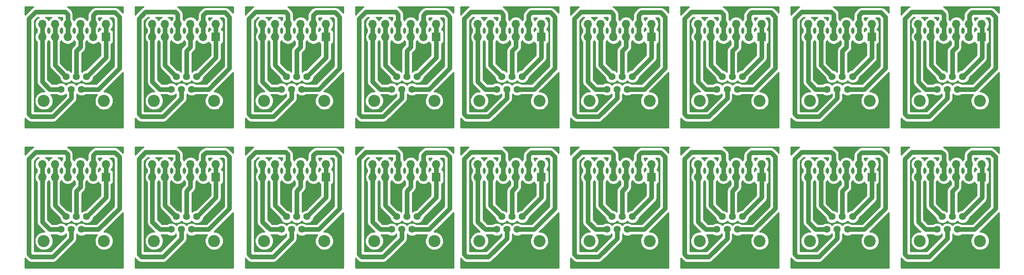
<source format=gbl>
%MOIN*%
%OFA0B0*%
%FSLAX46Y46*%
%IPPOS*%
%LPD*%
%ADD10C,0.0039370078740157488*%
%ADD11C,0.094488188976377951*%
%ADD12C,0.055118110236220472*%
%ADD13R,0.066929133858267723X0.066929133858267723*%
%ADD14O,0.066929133858267723X0.066929133858267723*%
%ADD15C,0.035433070866141732*%
%ADD16C,0.01*%
%ADD27C,0.0039370078740157488*%
%ADD28C,0.094488188976377951*%
%ADD29C,0.055118110236220472*%
%ADD30R,0.066929133858267723X0.066929133858267723*%
%ADD31O,0.066929133858267723X0.066929133858267723*%
%ADD32C,0.035433070866141732*%
%ADD33C,0.01*%
%ADD34C,0.0039370078740157488*%
%ADD35C,0.094488188976377951*%
%ADD36C,0.055118110236220472*%
%ADD37R,0.066929133858267723X0.066929133858267723*%
%ADD38O,0.066929133858267723X0.066929133858267723*%
%ADD39C,0.035433070866141732*%
%ADD40C,0.01*%
%ADD41C,0.0039370078740157488*%
%ADD42C,0.094488188976377951*%
%ADD43C,0.055118110236220472*%
%ADD44R,0.066929133858267723X0.066929133858267723*%
%ADD45O,0.066929133858267723X0.066929133858267723*%
%ADD46C,0.035433070866141732*%
%ADD47C,0.01*%
%ADD48C,0.0039370078740157488*%
%ADD49C,0.094488188976377951*%
%ADD50C,0.055118110236220472*%
%ADD51R,0.066929133858267723X0.066929133858267723*%
%ADD52O,0.066929133858267723X0.066929133858267723*%
%ADD53C,0.035433070866141732*%
%ADD54C,0.01*%
%ADD55C,0.0039370078740157488*%
%ADD56C,0.094488188976377951*%
%ADD57C,0.055118110236220472*%
%ADD58R,0.066929133858267723X0.066929133858267723*%
%ADD59O,0.066929133858267723X0.066929133858267723*%
%ADD60C,0.035433070866141732*%
%ADD61C,0.01*%
%ADD62C,0.0039370078740157488*%
%ADD63C,0.094488188976377951*%
%ADD64C,0.055118110236220472*%
%ADD65R,0.066929133858267723X0.066929133858267723*%
%ADD66O,0.066929133858267723X0.066929133858267723*%
%ADD67C,0.035433070866141732*%
%ADD68C,0.01*%
%ADD69C,0.0039370078740157488*%
%ADD70C,0.094488188976377951*%
%ADD71C,0.055118110236220472*%
%ADD72R,0.066929133858267723X0.066929133858267723*%
%ADD73O,0.066929133858267723X0.066929133858267723*%
%ADD74C,0.035433070866141732*%
%ADD75C,0.01*%
%ADD76C,0.0039370078740157488*%
%ADD77C,0.094488188976377951*%
%ADD78C,0.055118110236220472*%
%ADD79R,0.066929133858267723X0.066929133858267723*%
%ADD80O,0.066929133858267723X0.066929133858267723*%
%ADD81C,0.035433070866141732*%
%ADD82C,0.01*%
%ADD83C,0.0039370078740157488*%
%ADD84C,0.094488188976377951*%
%ADD85C,0.055118110236220472*%
%ADD86R,0.066929133858267723X0.066929133858267723*%
%ADD87O,0.066929133858267723X0.066929133858267723*%
%ADD88C,0.035433070866141732*%
%ADD89C,0.01*%
%ADD90C,0.0039370078740157488*%
%ADD91C,0.094488188976377951*%
%ADD92C,0.055118110236220472*%
%ADD93R,0.066929133858267723X0.066929133858267723*%
%ADD94O,0.066929133858267723X0.066929133858267723*%
%ADD95C,0.035433070866141732*%
%ADD96C,0.01*%
%ADD97C,0.0039370078740157488*%
%ADD98C,0.094488188976377951*%
%ADD99C,0.055118110236220472*%
%ADD100R,0.066929133858267723X0.066929133858267723*%
%ADD101O,0.066929133858267723X0.066929133858267723*%
%ADD102C,0.035433070866141732*%
%ADD103C,0.01*%
%ADD104C,0.0039370078740157488*%
%ADD105C,0.094488188976377951*%
%ADD106C,0.055118110236220472*%
%ADD107R,0.066929133858267723X0.066929133858267723*%
%ADD108O,0.066929133858267723X0.066929133858267723*%
%ADD109C,0.035433070866141732*%
%ADD110C,0.01*%
%ADD111C,0.0039370078740157488*%
%ADD112C,0.094488188976377951*%
%ADD113C,0.055118110236220472*%
%ADD114R,0.066929133858267723X0.066929133858267723*%
%ADD115O,0.066929133858267723X0.066929133858267723*%
%ADD116C,0.035433070866141732*%
%ADD117C,0.01*%
%ADD118C,0.0039370078740157488*%
%ADD119C,0.094488188976377951*%
%ADD120C,0.055118110236220472*%
%ADD121R,0.066929133858267723X0.066929133858267723*%
%ADD122O,0.066929133858267723X0.066929133858267723*%
%ADD123C,0.035433070866141732*%
%ADD124C,0.01*%
%ADD125C,0.0039370078740157488*%
%ADD126C,0.094488188976377951*%
%ADD127C,0.055118110236220472*%
%ADD128R,0.066929133858267723X0.066929133858267723*%
%ADD129O,0.066929133858267723X0.066929133858267723*%
%ADD130C,0.035433070866141732*%
%ADD131C,0.01*%
%ADD132C,0.0039370078740157488*%
%ADD133C,0.094488188976377951*%
%ADD134C,0.055118110236220472*%
%ADD135R,0.066929133858267723X0.066929133858267723*%
%ADD136O,0.066929133858267723X0.066929133858267723*%
%ADD137C,0.035433070866141732*%
%ADD138C,0.01*%
%ADD139C,0.0039370078740157488*%
%ADD140C,0.094488188976377951*%
%ADD141C,0.055118110236220472*%
%ADD142R,0.066929133858267723X0.066929133858267723*%
%ADD143O,0.066929133858267723X0.066929133858267723*%
%ADD144C,0.035433070866141732*%
%ADD145C,0.01*%
G01G01*
D10*
D11*
X0000944881Y0011653543D02*
X0000700496Y0010840192D03*
X0000228055Y0010840192D03*
D12*
X0000564669Y0011030743D03*
X0000484354Y0011030743D03*
X0000404039Y0011030743D03*
X0000524511Y0010930743D03*
X0000444196Y0010930743D03*
X0000363881Y0010930743D03*
D13*
X0000714881Y0011343543D03*
D14*
X0000714881Y0011443543D03*
X0000614881Y0011343543D03*
X0000614881Y0011443543D03*
X0000514881Y0011343543D03*
X0000514881Y0011443543D03*
X0000414881Y0011343543D03*
X0000414881Y0011443543D03*
X0000314881Y0011343543D03*
X0000314881Y0011443543D03*
X0000214881Y0011343543D03*
X0000214881Y0011443543D03*
D15*
X0000315081Y0011431243D02*
X0000315081Y0011331243D01*
X0000403181Y0011030743D02*
X0000315081Y0011118843D01*
X0000315081Y0011118843D02*
X0000315081Y0011431243D01*
X0000215081Y0011431243D02*
X0000215081Y0011331243D01*
X0000363881Y0010930743D02*
X0000273981Y0010930743D01*
X0000215081Y0010989643D02*
X0000215081Y0011431243D01*
X0000273981Y0010930743D02*
X0000215081Y0010989643D01*
X0000415081Y0011431243D02*
X0000415081Y0011331243D01*
X0000444196Y0010930743D02*
X0000444196Y0010860058D01*
X0000415081Y0011521143D02*
X0000415081Y0011331243D01*
X0000397181Y0011539043D02*
X0000415081Y0011521143D01*
X0000161781Y0011539043D02*
X0000397181Y0011539043D01*
X0000108981Y0011486243D02*
X0000161781Y0011539043D01*
X0000108981Y0010734943D02*
X0000108981Y0011486243D01*
X0000128781Y0010715143D02*
X0000108981Y0010734943D01*
X0000299281Y0010715143D02*
X0000128781Y0010715143D01*
X0000444196Y0010860058D02*
X0000299281Y0010715143D01*
X0000515081Y0011431243D02*
X0000515081Y0011331243D01*
X0000484354Y0011030743D02*
X0000484354Y0011233515D01*
X0000515081Y0011264243D02*
X0000515081Y0011431243D01*
X0000484354Y0011233515D02*
X0000515081Y0011264243D01*
X0000615081Y0011431243D02*
X0000615081Y0011331243D01*
X0000524511Y0010930743D02*
X0000656781Y0010930743D01*
X0000615081Y0011513843D02*
X0000615081Y0011331243D01*
X0000635881Y0011534643D02*
X0000615081Y0011513843D01*
X0000787681Y0011534643D02*
X0000635881Y0011534643D01*
X0000821781Y0011500543D02*
X0000787681Y0011534643D01*
X0000821781Y0011095743D02*
X0000821781Y0011500543D01*
X0000656781Y0010930743D02*
X0000821781Y0011095743D01*
X0000715081Y0011431243D02*
X0000715081Y0011331243D01*
X0000565381Y0011030743D02*
X0000715081Y0011180443D01*
X0000715081Y0011180443D02*
X0000715081Y0011431243D01*
D16*
G36*
X0000849881Y0010628543D02*
X0000079881Y0010628543D01*
X0000079881Y0010703632D01*
X0000098576Y0010684938D01*
X0000112434Y0010675678D01*
X0000128781Y0010672426D01*
X0000299281Y0010672426D01*
X0000315628Y0010675678D01*
X0000329487Y0010684938D01*
X0000474402Y0010829853D01*
X0000483661Y0010843711D01*
X0000486913Y0010860058D01*
X0000486913Y0010894012D01*
X0000494700Y0010886211D01*
X0000514011Y0010878193D01*
X0000534920Y0010878175D01*
X0000554245Y0010886159D01*
X0000556115Y0010888026D01*
X0000646156Y0010888026D01*
X0000639286Y0010881168D01*
X0000638620Y0010879564D01*
X0000638102Y0010879343D01*
X0000633366Y0010866911D01*
X0000628264Y0010854625D01*
X0000628263Y0010853519D01*
X0000627869Y0010852486D01*
X0000628251Y0010839188D01*
X0000628239Y0010825884D01*
X0000628661Y0010824862D01*
X0000628693Y0010823757D01*
X0000638102Y0010801041D01*
X0000638591Y0010800832D01*
X0000639214Y0010799322D01*
X0000659519Y0010778982D01*
X0000661123Y0010778316D01*
X0000661345Y0010777798D01*
X0000673776Y0010773062D01*
X0000686062Y0010767960D01*
X0000687168Y0010767959D01*
X0000688202Y0010767565D01*
X0000701500Y0010767947D01*
X0000714803Y0010767935D01*
X0000715825Y0010768357D01*
X0000716930Y0010768389D01*
X0000739647Y0010777798D01*
X0000739856Y0010778287D01*
X0000741365Y0010778910D01*
X0000761705Y0010799215D01*
X0000762371Y0010800819D01*
X0000762889Y0010801041D01*
X0000767626Y0010813473D01*
X0000772727Y0010825758D01*
X0000772728Y0010826864D01*
X0000773122Y0010827898D01*
X0000772741Y0010841196D01*
X0000772752Y0010854499D01*
X0000772330Y0010855521D01*
X0000772298Y0010856626D01*
X0000762889Y0010879343D01*
X0000762401Y0010879552D01*
X0000761777Y0010881061D01*
X0000741472Y0010901401D01*
X0000739868Y0010902067D01*
X0000739647Y0010902585D01*
X0000727215Y0010907322D01*
X0000714929Y0010912423D01*
X0000713823Y0010912424D01*
X0000712790Y0010912818D01*
X0000699492Y0010912437D01*
X0000698886Y0010912437D01*
X0000849881Y0011063432D01*
X0000849881Y0010628543D01*
X0000849881Y0010628543D01*
G37*
X0000849881Y0010628543D02*
X0000079881Y0010628543D01*
X0000079881Y0010703632D01*
X0000098576Y0010684938D01*
X0000112434Y0010675678D01*
X0000128781Y0010672426D01*
X0000299281Y0010672426D01*
X0000315628Y0010675678D01*
X0000329487Y0010684938D01*
X0000474402Y0010829853D01*
X0000483661Y0010843711D01*
X0000486913Y0010860058D01*
X0000486913Y0010894012D01*
X0000494700Y0010886211D01*
X0000514011Y0010878193D01*
X0000534920Y0010878175D01*
X0000554245Y0010886159D01*
X0000556115Y0010888026D01*
X0000646156Y0010888026D01*
X0000639286Y0010881168D01*
X0000638620Y0010879564D01*
X0000638102Y0010879343D01*
X0000633366Y0010866911D01*
X0000628264Y0010854625D01*
X0000628263Y0010853519D01*
X0000627869Y0010852486D01*
X0000628251Y0010839188D01*
X0000628239Y0010825884D01*
X0000628661Y0010824862D01*
X0000628693Y0010823757D01*
X0000638102Y0010801041D01*
X0000638591Y0010800832D01*
X0000639214Y0010799322D01*
X0000659519Y0010778982D01*
X0000661123Y0010778316D01*
X0000661345Y0010777798D01*
X0000673776Y0010773062D01*
X0000686062Y0010767960D01*
X0000687168Y0010767959D01*
X0000688202Y0010767565D01*
X0000701500Y0010767947D01*
X0000714803Y0010767935D01*
X0000715825Y0010768357D01*
X0000716930Y0010768389D01*
X0000739647Y0010777798D01*
X0000739856Y0010778287D01*
X0000741365Y0010778910D01*
X0000761705Y0010799215D01*
X0000762371Y0010800819D01*
X0000762889Y0010801041D01*
X0000767626Y0010813473D01*
X0000772727Y0010825758D01*
X0000772728Y0010826864D01*
X0000773122Y0010827898D01*
X0000772741Y0010841196D01*
X0000772752Y0010854499D01*
X0000772330Y0010855521D01*
X0000772298Y0010856626D01*
X0000762889Y0010879343D01*
X0000762401Y0010879552D01*
X0000761777Y0010881061D01*
X0000741472Y0010901401D01*
X0000739868Y0010902067D01*
X0000739647Y0010902585D01*
X0000727215Y0010907322D01*
X0000714929Y0010912423D01*
X0000713823Y0010912424D01*
X0000712790Y0010912818D01*
X0000699492Y0010912437D01*
X0000698886Y0010912437D01*
X0000849881Y0011063432D01*
X0000849881Y0010628543D01*
G36*
X0000173541Y0011486029D02*
X0000160867Y0011467062D01*
X0000156417Y0011444688D01*
X0000156417Y0011442397D01*
X0000160867Y0011420024D01*
X0000172365Y0011402816D01*
X0000172365Y0011384269D01*
X0000160867Y0011367062D01*
X0000156417Y0011344688D01*
X0000156417Y0011342397D01*
X0000160867Y0011320024D01*
X0000172365Y0011302816D01*
X0000172365Y0010989643D01*
X0000175616Y0010973296D01*
X0000184876Y0010959438D01*
X0000231743Y0010912571D01*
X0000227051Y0010912437D01*
X0000213747Y0010912448D01*
X0000212725Y0010912026D01*
X0000211620Y0010911994D01*
X0000188904Y0010902585D01*
X0000188695Y0010902097D01*
X0000187185Y0010901473D01*
X0000166845Y0010881168D01*
X0000166179Y0010879564D01*
X0000165661Y0010879343D01*
X0000160925Y0010866911D01*
X0000155823Y0010854625D01*
X0000155822Y0010853519D01*
X0000155428Y0010852486D01*
X0000155810Y0010839188D01*
X0000155798Y0010825884D01*
X0000156220Y0010824862D01*
X0000156252Y0010823757D01*
X0000165661Y0010801041D01*
X0000166150Y0010800832D01*
X0000166773Y0010799322D01*
X0000187078Y0010778982D01*
X0000188682Y0010778316D01*
X0000188904Y0010777798D01*
X0000201336Y0010773062D01*
X0000213621Y0010767960D01*
X0000214727Y0010767959D01*
X0000215761Y0010767565D01*
X0000229059Y0010767947D01*
X0000242362Y0010767935D01*
X0000243384Y0010768357D01*
X0000244489Y0010768389D01*
X0000267206Y0010777798D01*
X0000267415Y0010778287D01*
X0000268924Y0010778910D01*
X0000289264Y0010799215D01*
X0000289930Y0010800819D01*
X0000290448Y0010801041D01*
X0000295185Y0010813473D01*
X0000300286Y0010825758D01*
X0000300287Y0010826864D01*
X0000300681Y0010827898D01*
X0000300300Y0010841196D01*
X0000300311Y0010854499D01*
X0000299889Y0010855521D01*
X0000299857Y0010856626D01*
X0000290448Y0010879343D01*
X0000289960Y0010879552D01*
X0000289336Y0010881061D01*
X0000282383Y0010888026D01*
X0000332258Y0010888026D01*
X0000334070Y0010886211D01*
X0000353381Y0010878193D01*
X0000374290Y0010878175D01*
X0000393615Y0010886159D01*
X0000401480Y0010894011D01*
X0000401480Y0010877752D01*
X0000281588Y0010757859D01*
X0000151698Y0010757859D01*
X0000151698Y0011468549D01*
X0000179475Y0011496326D01*
X0000188952Y0011496326D01*
X0000173541Y0011486029D01*
X0000173541Y0011486029D01*
G37*
X0000173541Y0011486029D02*
X0000160867Y0011467062D01*
X0000156417Y0011444688D01*
X0000156417Y0011442397D01*
X0000160867Y0011420024D01*
X0000172365Y0011402816D01*
X0000172365Y0011384269D01*
X0000160867Y0011367062D01*
X0000156417Y0011344688D01*
X0000156417Y0011342397D01*
X0000160867Y0011320024D01*
X0000172365Y0011302816D01*
X0000172365Y0010989643D01*
X0000175616Y0010973296D01*
X0000184876Y0010959438D01*
X0000231743Y0010912571D01*
X0000227051Y0010912437D01*
X0000213747Y0010912448D01*
X0000212725Y0010912026D01*
X0000211620Y0010911994D01*
X0000188904Y0010902585D01*
X0000188695Y0010902097D01*
X0000187185Y0010901473D01*
X0000166845Y0010881168D01*
X0000166179Y0010879564D01*
X0000165661Y0010879343D01*
X0000160925Y0010866911D01*
X0000155823Y0010854625D01*
X0000155822Y0010853519D01*
X0000155428Y0010852486D01*
X0000155810Y0010839188D01*
X0000155798Y0010825884D01*
X0000156220Y0010824862D01*
X0000156252Y0010823757D01*
X0000165661Y0010801041D01*
X0000166150Y0010800832D01*
X0000166773Y0010799322D01*
X0000187078Y0010778982D01*
X0000188682Y0010778316D01*
X0000188904Y0010777798D01*
X0000201336Y0010773062D01*
X0000213621Y0010767960D01*
X0000214727Y0010767959D01*
X0000215761Y0010767565D01*
X0000229059Y0010767947D01*
X0000242362Y0010767935D01*
X0000243384Y0010768357D01*
X0000244489Y0010768389D01*
X0000267206Y0010777798D01*
X0000267415Y0010778287D01*
X0000268924Y0010778910D01*
X0000289264Y0010799215D01*
X0000289930Y0010800819D01*
X0000290448Y0010801041D01*
X0000295185Y0010813473D01*
X0000300286Y0010825758D01*
X0000300287Y0010826864D01*
X0000300681Y0010827898D01*
X0000300300Y0010841196D01*
X0000300311Y0010854499D01*
X0000299889Y0010855521D01*
X0000299857Y0010856626D01*
X0000290448Y0010879343D01*
X0000289960Y0010879552D01*
X0000289336Y0010881061D01*
X0000282383Y0010888026D01*
X0000332258Y0010888026D01*
X0000334070Y0010886211D01*
X0000353381Y0010878193D01*
X0000374290Y0010878175D01*
X0000393615Y0010886159D01*
X0000401480Y0010894011D01*
X0000401480Y0010877752D01*
X0000281588Y0010757859D01*
X0000151698Y0010757859D01*
X0000151698Y0011468549D01*
X0000179475Y0011496326D01*
X0000188952Y0011496326D01*
X0000173541Y0011486029D01*
G36*
X0000779065Y0011482849D02*
X0000779065Y0011113437D01*
X0000639088Y0010973459D01*
X0000556134Y0010973459D01*
X0000554322Y0010975274D01*
X0000535012Y0010983293D01*
X0000514103Y0010983311D01*
X0000494778Y0010975326D01*
X0000484349Y0010964915D01*
X0000474008Y0010975274D01*
X0000454697Y0010983293D01*
X0000433788Y0010983311D01*
X0000414463Y0010975326D01*
X0000404034Y0010964915D01*
X0000393693Y0010975274D01*
X0000374382Y0010983293D01*
X0000353473Y0010983311D01*
X0000334148Y0010975326D01*
X0000332278Y0010973459D01*
X0000291675Y0010973459D01*
X0000257798Y0011007337D01*
X0000257798Y0011303415D01*
X0000264881Y0011314016D01*
X0000272365Y0011302816D01*
X0000272365Y0011118843D01*
X0000275616Y0011102496D01*
X0000284876Y0011088638D01*
X0000351472Y0011022042D01*
X0000351471Y0011020334D01*
X0000359455Y0011001009D01*
X0000374228Y0010986211D01*
X0000393538Y0010978193D01*
X0000414448Y0010978175D01*
X0000433772Y0010986159D01*
X0000444202Y0010996571D01*
X0000454543Y0010986211D01*
X0000473853Y0010978193D01*
X0000494763Y0010978175D01*
X0000514087Y0010986159D01*
X0000524517Y0010996571D01*
X0000534858Y0010986211D01*
X0000554168Y0010978193D01*
X0000575078Y0010978175D01*
X0000594402Y0010986159D01*
X0000609200Y0011000932D01*
X0000617219Y0011020242D01*
X0000617220Y0011022172D01*
X0000745287Y0011150238D01*
X0000750679Y0011158308D01*
X0000754546Y0011164096D01*
X0000757798Y0011180443D01*
X0000757798Y0011286452D01*
X0000766119Y0011291807D01*
X0000771827Y0011300161D01*
X0000773836Y0011310078D01*
X0000773836Y0011377007D01*
X0000772092Y0011386272D01*
X0000766617Y0011394781D01*
X0000758263Y0011400489D01*
X0000757798Y0011400583D01*
X0000757798Y0011403415D01*
X0000768896Y0011420024D01*
X0000773346Y0011442397D01*
X0000773346Y0011444688D01*
X0000768896Y0011467062D01*
X0000756222Y0011486029D01*
X0000747396Y0011491926D01*
X0000769988Y0011491926D01*
X0000779065Y0011482849D01*
X0000779065Y0011482849D01*
G37*
X0000779065Y0011482849D02*
X0000779065Y0011113437D01*
X0000639088Y0010973459D01*
X0000556134Y0010973459D01*
X0000554322Y0010975274D01*
X0000535012Y0010983293D01*
X0000514103Y0010983311D01*
X0000494778Y0010975326D01*
X0000484349Y0010964915D01*
X0000474008Y0010975274D01*
X0000454697Y0010983293D01*
X0000433788Y0010983311D01*
X0000414463Y0010975326D01*
X0000404034Y0010964915D01*
X0000393693Y0010975274D01*
X0000374382Y0010983293D01*
X0000353473Y0010983311D01*
X0000334148Y0010975326D01*
X0000332278Y0010973459D01*
X0000291675Y0010973459D01*
X0000257798Y0011007337D01*
X0000257798Y0011303415D01*
X0000264881Y0011314016D01*
X0000272365Y0011302816D01*
X0000272365Y0011118843D01*
X0000275616Y0011102496D01*
X0000284876Y0011088638D01*
X0000351472Y0011022042D01*
X0000351471Y0011020334D01*
X0000359455Y0011001009D01*
X0000374228Y0010986211D01*
X0000393538Y0010978193D01*
X0000414448Y0010978175D01*
X0000433772Y0010986159D01*
X0000444202Y0010996571D01*
X0000454543Y0010986211D01*
X0000473853Y0010978193D01*
X0000494763Y0010978175D01*
X0000514087Y0010986159D01*
X0000524517Y0010996571D01*
X0000534858Y0010986211D01*
X0000554168Y0010978193D01*
X0000575078Y0010978175D01*
X0000594402Y0010986159D01*
X0000609200Y0011000932D01*
X0000617219Y0011020242D01*
X0000617220Y0011022172D01*
X0000745287Y0011150238D01*
X0000750679Y0011158308D01*
X0000754546Y0011164096D01*
X0000757798Y0011180443D01*
X0000757798Y0011286452D01*
X0000766119Y0011291807D01*
X0000771827Y0011300161D01*
X0000773836Y0011310078D01*
X0000773836Y0011377007D01*
X0000772092Y0011386272D01*
X0000766617Y0011394781D01*
X0000758263Y0011400489D01*
X0000757798Y0011400583D01*
X0000757798Y0011403415D01*
X0000768896Y0011420024D01*
X0000773346Y0011442397D01*
X0000773346Y0011444688D01*
X0000768896Y0011467062D01*
X0000756222Y0011486029D01*
X0000747396Y0011491926D01*
X0000769988Y0011491926D01*
X0000779065Y0011482849D01*
G36*
X0000472365Y0011302816D02*
X0000472365Y0011281937D01*
X0000454149Y0011263720D01*
X0000444889Y0011249862D01*
X0000441637Y0011233515D01*
X0000441637Y0011067473D01*
X0000433850Y0011075274D01*
X0000414539Y0011083293D01*
X0000411039Y0011083296D01*
X0000357798Y0011136537D01*
X0000357798Y0011303415D01*
X0000364881Y0011314016D01*
X0000373541Y0011301057D01*
X0000392508Y0011288383D01*
X0000414881Y0011283933D01*
X0000437255Y0011288383D01*
X0000456222Y0011301057D01*
X0000464881Y0011314016D01*
X0000472365Y0011302816D01*
X0000472365Y0011302816D01*
G37*
X0000472365Y0011302816D02*
X0000472365Y0011281937D01*
X0000454149Y0011263720D01*
X0000444889Y0011249862D01*
X0000441637Y0011233515D01*
X0000441637Y0011067473D01*
X0000433850Y0011075274D01*
X0000414539Y0011083293D01*
X0000411039Y0011083296D01*
X0000357798Y0011136537D01*
X0000357798Y0011303415D01*
X0000364881Y0011314016D01*
X0000373541Y0011301057D01*
X0000392508Y0011288383D01*
X0000414881Y0011283933D01*
X0000437255Y0011288383D01*
X0000456222Y0011301057D01*
X0000464881Y0011314016D01*
X0000472365Y0011302816D01*
G36*
X0000573541Y0011301057D02*
X0000592508Y0011288383D01*
X0000614881Y0011283933D01*
X0000637255Y0011288383D01*
X0000656222Y0011301057D01*
X0000657316Y0011302694D01*
X0000657670Y0011300814D01*
X0000663146Y0011292305D01*
X0000671500Y0011286597D01*
X0000672365Y0011286422D01*
X0000672365Y0011198137D01*
X0000557536Y0011083308D01*
X0000554260Y0011083311D01*
X0000534935Y0011075326D01*
X0000527070Y0011067475D01*
X0000527070Y0011215821D01*
X0000545287Y0011234038D01*
X0000554546Y0011247896D01*
X0000557798Y0011264243D01*
X0000557798Y0011303415D01*
X0000564881Y0011314016D01*
X0000573541Y0011301057D01*
X0000573541Y0011301057D01*
G37*
X0000573541Y0011301057D02*
X0000592508Y0011288383D01*
X0000614881Y0011283933D01*
X0000637255Y0011288383D01*
X0000656222Y0011301057D01*
X0000657316Y0011302694D01*
X0000657670Y0011300814D01*
X0000663146Y0011292305D01*
X0000671500Y0011286597D01*
X0000672365Y0011286422D01*
X0000672365Y0011198137D01*
X0000557536Y0011083308D01*
X0000554260Y0011083311D01*
X0000534935Y0011075326D01*
X0000527070Y0011067475D01*
X0000527070Y0011215821D01*
X0000545287Y0011234038D01*
X0000554546Y0011247896D01*
X0000557798Y0011264243D01*
X0000557798Y0011303415D01*
X0000564881Y0011314016D01*
X0000573541Y0011301057D01*
G36*
X0000472365Y0011402816D02*
X0000472365Y0011384269D01*
X0000464881Y0011373069D01*
X0000457798Y0011383671D01*
X0000457798Y0011403415D01*
X0000464881Y0011414016D01*
X0000472365Y0011402816D01*
X0000472365Y0011402816D01*
G37*
X0000472365Y0011402816D02*
X0000472365Y0011384269D01*
X0000464881Y0011373069D01*
X0000457798Y0011383671D01*
X0000457798Y0011403415D01*
X0000464881Y0011414016D01*
X0000472365Y0011402816D01*
G36*
X0000572365Y0011402816D02*
X0000572365Y0011384269D01*
X0000564881Y0011373069D01*
X0000557798Y0011383671D01*
X0000557798Y0011403415D01*
X0000564881Y0011414016D01*
X0000572365Y0011402816D01*
X0000572365Y0011402816D01*
G37*
X0000572365Y0011402816D02*
X0000572365Y0011384269D01*
X0000564881Y0011373069D01*
X0000557798Y0011383671D01*
X0000557798Y0011403415D01*
X0000564881Y0011414016D01*
X0000572365Y0011402816D01*
G36*
X0000372365Y0011402816D02*
X0000372365Y0011384269D01*
X0000364881Y0011373069D01*
X0000357798Y0011383671D01*
X0000357798Y0011403415D01*
X0000364881Y0011414016D01*
X0000372365Y0011402816D01*
X0000372365Y0011402816D01*
G37*
X0000372365Y0011402816D02*
X0000372365Y0011384269D01*
X0000364881Y0011373069D01*
X0000357798Y0011383671D01*
X0000357798Y0011403415D01*
X0000364881Y0011414016D01*
X0000372365Y0011402816D01*
G36*
X0000272365Y0011402816D02*
X0000272365Y0011384269D01*
X0000264881Y0011373069D01*
X0000257798Y0011383671D01*
X0000257798Y0011403415D01*
X0000264881Y0011414016D01*
X0000272365Y0011402816D01*
X0000272365Y0011402816D01*
G37*
X0000272365Y0011402816D02*
X0000272365Y0011384269D01*
X0000264881Y0011373069D01*
X0000257798Y0011383671D01*
X0000257798Y0011403415D01*
X0000264881Y0011414016D01*
X0000272365Y0011402816D01*
G36*
X0000672365Y0011402816D02*
X0000672365Y0011400794D01*
X0000672152Y0011400754D01*
X0000663644Y0011395279D01*
X0000657935Y0011386924D01*
X0000657798Y0011386246D01*
X0000657798Y0011403415D01*
X0000664881Y0011414016D01*
X0000672365Y0011402816D01*
X0000672365Y0011402816D01*
G37*
X0000672365Y0011402816D02*
X0000672365Y0011400794D01*
X0000672152Y0011400754D01*
X0000663644Y0011395279D01*
X0000657935Y0011386924D01*
X0000657798Y0011386246D01*
X0000657798Y0011403415D01*
X0000664881Y0011414016D01*
X0000672365Y0011402816D01*
G36*
X0000849881Y0011532853D02*
X0000817887Y0011564848D01*
X0000811301Y0011569248D01*
X0000804028Y0011574108D01*
X0000787681Y0011577359D01*
X0000635881Y0011577359D01*
X0000619534Y0011574108D01*
X0000612261Y0011569248D01*
X0000605676Y0011564848D01*
X0000584876Y0011544048D01*
X0000575616Y0011530190D01*
X0000572365Y0011513843D01*
X0000572365Y0011484269D01*
X0000564881Y0011473069D01*
X0000556222Y0011486029D01*
X0000537255Y0011498702D01*
X0000514881Y0011503153D01*
X0000492508Y0011498702D01*
X0000473541Y0011486029D01*
X0000464881Y0011473069D01*
X0000457798Y0011483671D01*
X0000457798Y0011521143D01*
X0000454546Y0011537490D01*
X0000445287Y0011551348D01*
X0000427387Y0011569248D01*
X0000413528Y0011578508D01*
X0000413352Y0011578543D01*
X0000849881Y0011578543D01*
X0000849881Y0011532853D01*
X0000849881Y0011532853D01*
G37*
X0000849881Y0011532853D02*
X0000817887Y0011564848D01*
X0000811301Y0011569248D01*
X0000804028Y0011574108D01*
X0000787681Y0011577359D01*
X0000635881Y0011577359D01*
X0000619534Y0011574108D01*
X0000612261Y0011569248D01*
X0000605676Y0011564848D01*
X0000584876Y0011544048D01*
X0000575616Y0011530190D01*
X0000572365Y0011513843D01*
X0000572365Y0011484269D01*
X0000564881Y0011473069D01*
X0000556222Y0011486029D01*
X0000537255Y0011498702D01*
X0000514881Y0011503153D01*
X0000492508Y0011498702D01*
X0000473541Y0011486029D01*
X0000464881Y0011473069D01*
X0000457798Y0011483671D01*
X0000457798Y0011521143D01*
X0000454546Y0011537490D01*
X0000445287Y0011551348D01*
X0000427387Y0011569248D01*
X0000413528Y0011578508D01*
X0000413352Y0011578543D01*
X0000849881Y0011578543D01*
X0000849881Y0011532853D01*
G36*
X0000273541Y0011486029D02*
X0000264881Y0011473069D01*
X0000256222Y0011486029D01*
X0000240811Y0011496326D01*
X0000288952Y0011496326D01*
X0000273541Y0011486029D01*
X0000273541Y0011486029D01*
G37*
X0000273541Y0011486029D02*
X0000264881Y0011473069D01*
X0000256222Y0011486029D01*
X0000240811Y0011496326D01*
X0000288952Y0011496326D01*
X0000273541Y0011486029D01*
G36*
X0000372365Y0011484269D02*
X0000364881Y0011473069D01*
X0000356222Y0011486029D01*
X0000340811Y0011496326D01*
X0000372365Y0011496326D01*
X0000372365Y0011484269D01*
X0000372365Y0011484269D01*
G37*
X0000372365Y0011484269D02*
X0000364881Y0011473069D01*
X0000356222Y0011486029D01*
X0000340811Y0011496326D01*
X0000372365Y0011496326D01*
X0000372365Y0011484269D01*
G36*
X0000673541Y0011486029D02*
X0000664881Y0011473069D01*
X0000657798Y0011483671D01*
X0000657798Y0011491926D01*
X0000682367Y0011491926D01*
X0000673541Y0011486029D01*
X0000673541Y0011486029D01*
G37*
X0000673541Y0011486029D02*
X0000664881Y0011473069D01*
X0000657798Y0011483671D01*
X0000657798Y0011491926D01*
X0000682367Y0011491926D01*
X0000673541Y0011486029D01*
G36*
X0000145434Y0011578508D02*
X0000131576Y0011569248D01*
X0000079881Y0011517553D01*
X0000079881Y0011578543D01*
X0000145611Y0011578543D01*
X0000145434Y0011578508D01*
X0000145434Y0011578508D01*
G37*
X0000145434Y0011578508D02*
X0000131576Y0011569248D01*
X0000079881Y0011517553D01*
X0000079881Y0011578543D01*
X0000145611Y0011578543D01*
X0000145434Y0011578508D01*
G04 next file*
G04 Gerber Fmt 4.6, Leading zero omitted, Abs format (unit mm)*
G04 Created by KiCad (PCBNEW 4.0.7) date 10/04/17 14:34:26*
G01G01*
G04 APERTURE LIST*
G04 APERTURE END LIST*
D27*
D28*
X0001811023Y0011653543D02*
X0001566637Y0010840192D03*
X0001094196Y0010840192D03*
D29*
X0001430811Y0011030743D03*
X0001350496Y0011030743D03*
X0001270181Y0011030743D03*
X0001390653Y0010930743D03*
X0001310338Y0010930743D03*
X0001230023Y0010930743D03*
D30*
X0001581023Y0011343543D03*
D31*
X0001581023Y0011443543D03*
X0001481023Y0011343543D03*
X0001481023Y0011443543D03*
X0001381023Y0011343543D03*
X0001381023Y0011443543D03*
X0001281023Y0011343543D03*
X0001281023Y0011443543D03*
X0001181023Y0011343543D03*
X0001181023Y0011443543D03*
X0001081023Y0011343543D03*
X0001081023Y0011443543D03*
D32*
X0001181223Y0011431243D02*
X0001181223Y0011331243D01*
X0001269323Y0011030743D02*
X0001181223Y0011118843D01*
X0001181223Y0011118843D02*
X0001181223Y0011431243D01*
X0001081223Y0011431243D02*
X0001081223Y0011331243D01*
X0001230023Y0010930743D02*
X0001140123Y0010930743D01*
X0001081223Y0010989643D02*
X0001081223Y0011431243D01*
X0001140123Y0010930743D02*
X0001081223Y0010989643D01*
X0001281223Y0011431243D02*
X0001281223Y0011331243D01*
X0001310338Y0010930743D02*
X0001310338Y0010860058D01*
X0001281223Y0011521143D02*
X0001281223Y0011331243D01*
X0001263323Y0011539043D02*
X0001281223Y0011521143D01*
X0001027923Y0011539043D02*
X0001263323Y0011539043D01*
X0000975123Y0011486243D02*
X0001027923Y0011539043D01*
X0000975123Y0010734943D02*
X0000975123Y0011486243D01*
X0000994923Y0010715143D02*
X0000975123Y0010734943D01*
X0001165423Y0010715143D02*
X0000994923Y0010715143D01*
X0001310338Y0010860058D02*
X0001165423Y0010715143D01*
X0001381223Y0011431243D02*
X0001381223Y0011331243D01*
X0001350496Y0011030743D02*
X0001350496Y0011233515D01*
X0001381223Y0011264243D02*
X0001381223Y0011431243D01*
X0001350496Y0011233515D02*
X0001381223Y0011264243D01*
X0001481223Y0011431243D02*
X0001481223Y0011331243D01*
X0001390653Y0010930743D02*
X0001522923Y0010930743D01*
X0001481223Y0011513843D02*
X0001481223Y0011331243D01*
X0001502023Y0011534643D02*
X0001481223Y0011513843D01*
X0001653823Y0011534643D02*
X0001502023Y0011534643D01*
X0001687923Y0011500543D02*
X0001653823Y0011534643D01*
X0001687923Y0011095743D02*
X0001687923Y0011500543D01*
X0001522923Y0010930743D02*
X0001687923Y0011095743D01*
X0001581223Y0011431243D02*
X0001581223Y0011331243D01*
X0001431523Y0011030743D02*
X0001581223Y0011180443D01*
X0001581223Y0011180443D02*
X0001581223Y0011431243D01*
D33*
G36*
X0001716023Y0010628543D02*
X0000946023Y0010628543D01*
X0000946023Y0010703632D01*
X0000964718Y0010684938D01*
X0000978576Y0010675678D01*
X0000994923Y0010672426D01*
X0001165423Y0010672426D01*
X0001181770Y0010675678D01*
X0001195628Y0010684938D01*
X0001340543Y0010829853D01*
X0001349803Y0010843711D01*
X0001353055Y0010860058D01*
X0001353055Y0010894012D01*
X0001360842Y0010886211D01*
X0001380153Y0010878193D01*
X0001401062Y0010878175D01*
X0001420386Y0010886159D01*
X0001422257Y0010888026D01*
X0001512298Y0010888026D01*
X0001505427Y0010881168D01*
X0001504761Y0010879564D01*
X0001504244Y0010879343D01*
X0001499507Y0010866911D01*
X0001494406Y0010854625D01*
X0001494405Y0010853519D01*
X0001494011Y0010852486D01*
X0001494392Y0010839188D01*
X0001494381Y0010825884D01*
X0001494803Y0010824862D01*
X0001494835Y0010823757D01*
X0001504244Y0010801041D01*
X0001504732Y0010800832D01*
X0001505356Y0010799322D01*
X0001525661Y0010778982D01*
X0001527265Y0010778316D01*
X0001527486Y0010777798D01*
X0001539918Y0010773062D01*
X0001552204Y0010767960D01*
X0001553310Y0010767959D01*
X0001554343Y0010767565D01*
X0001567641Y0010767947D01*
X0001580945Y0010767935D01*
X0001581967Y0010768357D01*
X0001583072Y0010768389D01*
X0001605788Y0010777798D01*
X0001605997Y0010778287D01*
X0001607507Y0010778910D01*
X0001627847Y0010799215D01*
X0001628513Y0010800819D01*
X0001629031Y0010801041D01*
X0001633767Y0010813473D01*
X0001638869Y0010825758D01*
X0001638870Y0010826864D01*
X0001639264Y0010827898D01*
X0001638882Y0010841196D01*
X0001638894Y0010854499D01*
X0001638472Y0010855521D01*
X0001638440Y0010856626D01*
X0001629031Y0010879343D01*
X0001628542Y0010879552D01*
X0001627919Y0010881061D01*
X0001607614Y0010901401D01*
X0001606010Y0010902067D01*
X0001605788Y0010902585D01*
X0001593356Y0010907322D01*
X0001581071Y0010912423D01*
X0001579965Y0010912424D01*
X0001578931Y0010912818D01*
X0001565633Y0010912437D01*
X0001565028Y0010912437D01*
X0001716023Y0011063432D01*
X0001716023Y0010628543D01*
X0001716023Y0010628543D01*
G37*
X0001716023Y0010628543D02*
X0000946023Y0010628543D01*
X0000946023Y0010703632D01*
X0000964718Y0010684938D01*
X0000978576Y0010675678D01*
X0000994923Y0010672426D01*
X0001165423Y0010672426D01*
X0001181770Y0010675678D01*
X0001195628Y0010684938D01*
X0001340543Y0010829853D01*
X0001349803Y0010843711D01*
X0001353055Y0010860058D01*
X0001353055Y0010894012D01*
X0001360842Y0010886211D01*
X0001380153Y0010878193D01*
X0001401062Y0010878175D01*
X0001420386Y0010886159D01*
X0001422257Y0010888026D01*
X0001512298Y0010888026D01*
X0001505427Y0010881168D01*
X0001504761Y0010879564D01*
X0001504244Y0010879343D01*
X0001499507Y0010866911D01*
X0001494406Y0010854625D01*
X0001494405Y0010853519D01*
X0001494011Y0010852486D01*
X0001494392Y0010839188D01*
X0001494381Y0010825884D01*
X0001494803Y0010824862D01*
X0001494835Y0010823757D01*
X0001504244Y0010801041D01*
X0001504732Y0010800832D01*
X0001505356Y0010799322D01*
X0001525661Y0010778982D01*
X0001527265Y0010778316D01*
X0001527486Y0010777798D01*
X0001539918Y0010773062D01*
X0001552204Y0010767960D01*
X0001553310Y0010767959D01*
X0001554343Y0010767565D01*
X0001567641Y0010767947D01*
X0001580945Y0010767935D01*
X0001581967Y0010768357D01*
X0001583072Y0010768389D01*
X0001605788Y0010777798D01*
X0001605997Y0010778287D01*
X0001607507Y0010778910D01*
X0001627847Y0010799215D01*
X0001628513Y0010800819D01*
X0001629031Y0010801041D01*
X0001633767Y0010813473D01*
X0001638869Y0010825758D01*
X0001638870Y0010826864D01*
X0001639264Y0010827898D01*
X0001638882Y0010841196D01*
X0001638894Y0010854499D01*
X0001638472Y0010855521D01*
X0001638440Y0010856626D01*
X0001629031Y0010879343D01*
X0001628542Y0010879552D01*
X0001627919Y0010881061D01*
X0001607614Y0010901401D01*
X0001606010Y0010902067D01*
X0001605788Y0010902585D01*
X0001593356Y0010907322D01*
X0001581071Y0010912423D01*
X0001579965Y0010912424D01*
X0001578931Y0010912818D01*
X0001565633Y0010912437D01*
X0001565028Y0010912437D01*
X0001716023Y0011063432D01*
X0001716023Y0010628543D01*
G36*
X0001039682Y0011486029D02*
X0001027009Y0011467062D01*
X0001022559Y0011444688D01*
X0001022559Y0011442397D01*
X0001027009Y0011420024D01*
X0001038507Y0011402816D01*
X0001038507Y0011384269D01*
X0001027009Y0011367062D01*
X0001022559Y0011344688D01*
X0001022559Y0011342397D01*
X0001027009Y0011320024D01*
X0001038507Y0011302816D01*
X0001038507Y0010989643D01*
X0001041758Y0010973296D01*
X0001051018Y0010959438D01*
X0001097884Y0010912571D01*
X0001093192Y0010912437D01*
X0001079889Y0010912448D01*
X0001078867Y0010912026D01*
X0001077762Y0010911994D01*
X0001055045Y0010902585D01*
X0001054836Y0010902097D01*
X0001053327Y0010901473D01*
X0001032987Y0010881168D01*
X0001032320Y0010879564D01*
X0001031803Y0010879343D01*
X0001027066Y0010866911D01*
X0001021965Y0010854625D01*
X0001021964Y0010853519D01*
X0001021570Y0010852486D01*
X0001021951Y0010839188D01*
X0001021940Y0010825884D01*
X0001022362Y0010824862D01*
X0001022394Y0010823757D01*
X0001031803Y0010801041D01*
X0001032291Y0010800832D01*
X0001032915Y0010799322D01*
X0001053220Y0010778982D01*
X0001054824Y0010778316D01*
X0001055045Y0010777798D01*
X0001067477Y0010773062D01*
X0001079763Y0010767960D01*
X0001080869Y0010767959D01*
X0001081902Y0010767565D01*
X0001095200Y0010767947D01*
X0001108504Y0010767935D01*
X0001109526Y0010768357D01*
X0001110631Y0010768389D01*
X0001133347Y0010777798D01*
X0001133556Y0010778287D01*
X0001135066Y0010778910D01*
X0001155406Y0010799215D01*
X0001156072Y0010800819D01*
X0001156590Y0010801041D01*
X0001161326Y0010813473D01*
X0001166428Y0010825758D01*
X0001166429Y0010826864D01*
X0001166823Y0010827898D01*
X0001166441Y0010841196D01*
X0001166453Y0010854499D01*
X0001166031Y0010855521D01*
X0001165999Y0010856626D01*
X0001156590Y0010879343D01*
X0001156101Y0010879552D01*
X0001155478Y0010881061D01*
X0001148525Y0010888026D01*
X0001198400Y0010888026D01*
X0001200212Y0010886211D01*
X0001219523Y0010878193D01*
X0001240432Y0010878175D01*
X0001259757Y0010886159D01*
X0001267622Y0010894011D01*
X0001267622Y0010877752D01*
X0001147729Y0010757859D01*
X0001017840Y0010757859D01*
X0001017840Y0011468549D01*
X0001045617Y0011496326D01*
X0001055094Y0011496326D01*
X0001039682Y0011486029D01*
X0001039682Y0011486029D01*
G37*
X0001039682Y0011486029D02*
X0001027009Y0011467062D01*
X0001022559Y0011444688D01*
X0001022559Y0011442397D01*
X0001027009Y0011420024D01*
X0001038507Y0011402816D01*
X0001038507Y0011384269D01*
X0001027009Y0011367062D01*
X0001022559Y0011344688D01*
X0001022559Y0011342397D01*
X0001027009Y0011320024D01*
X0001038507Y0011302816D01*
X0001038507Y0010989643D01*
X0001041758Y0010973296D01*
X0001051018Y0010959438D01*
X0001097884Y0010912571D01*
X0001093192Y0010912437D01*
X0001079889Y0010912448D01*
X0001078867Y0010912026D01*
X0001077762Y0010911994D01*
X0001055045Y0010902585D01*
X0001054836Y0010902097D01*
X0001053327Y0010901473D01*
X0001032987Y0010881168D01*
X0001032320Y0010879564D01*
X0001031803Y0010879343D01*
X0001027066Y0010866911D01*
X0001021965Y0010854625D01*
X0001021964Y0010853519D01*
X0001021570Y0010852486D01*
X0001021951Y0010839188D01*
X0001021940Y0010825884D01*
X0001022362Y0010824862D01*
X0001022394Y0010823757D01*
X0001031803Y0010801041D01*
X0001032291Y0010800832D01*
X0001032915Y0010799322D01*
X0001053220Y0010778982D01*
X0001054824Y0010778316D01*
X0001055045Y0010777798D01*
X0001067477Y0010773062D01*
X0001079763Y0010767960D01*
X0001080869Y0010767959D01*
X0001081902Y0010767565D01*
X0001095200Y0010767947D01*
X0001108504Y0010767935D01*
X0001109526Y0010768357D01*
X0001110631Y0010768389D01*
X0001133347Y0010777798D01*
X0001133556Y0010778287D01*
X0001135066Y0010778910D01*
X0001155406Y0010799215D01*
X0001156072Y0010800819D01*
X0001156590Y0010801041D01*
X0001161326Y0010813473D01*
X0001166428Y0010825758D01*
X0001166429Y0010826864D01*
X0001166823Y0010827898D01*
X0001166441Y0010841196D01*
X0001166453Y0010854499D01*
X0001166031Y0010855521D01*
X0001165999Y0010856626D01*
X0001156590Y0010879343D01*
X0001156101Y0010879552D01*
X0001155478Y0010881061D01*
X0001148525Y0010888026D01*
X0001198400Y0010888026D01*
X0001200212Y0010886211D01*
X0001219523Y0010878193D01*
X0001240432Y0010878175D01*
X0001259757Y0010886159D01*
X0001267622Y0010894011D01*
X0001267622Y0010877752D01*
X0001147729Y0010757859D01*
X0001017840Y0010757859D01*
X0001017840Y0011468549D01*
X0001045617Y0011496326D01*
X0001055094Y0011496326D01*
X0001039682Y0011486029D01*
G36*
X0001645207Y0011482849D02*
X0001645207Y0011113437D01*
X0001505229Y0010973459D01*
X0001422276Y0010973459D01*
X0001420464Y0010975274D01*
X0001401154Y0010983293D01*
X0001380244Y0010983311D01*
X0001360920Y0010975326D01*
X0001350490Y0010964915D01*
X0001340149Y0010975274D01*
X0001320839Y0010983293D01*
X0001299929Y0010983311D01*
X0001280605Y0010975326D01*
X0001270175Y0010964915D01*
X0001259834Y0010975274D01*
X0001240524Y0010983293D01*
X0001219614Y0010983311D01*
X0001200290Y0010975326D01*
X0001198420Y0010973459D01*
X0001157817Y0010973459D01*
X0001123940Y0011007337D01*
X0001123940Y0011303415D01*
X0001131023Y0011314016D01*
X0001138507Y0011302816D01*
X0001138507Y0011118843D01*
X0001141758Y0011102496D01*
X0001151018Y0011088638D01*
X0001217614Y0011022042D01*
X0001217612Y0011020334D01*
X0001225597Y0011001009D01*
X0001240369Y0010986211D01*
X0001259680Y0010978193D01*
X0001280589Y0010978175D01*
X0001299914Y0010986159D01*
X0001310343Y0010996571D01*
X0001320684Y0010986211D01*
X0001339995Y0010978193D01*
X0001360904Y0010978175D01*
X0001380229Y0010986159D01*
X0001390658Y0010996571D01*
X0001400999Y0010986211D01*
X0001420310Y0010978193D01*
X0001441219Y0010978175D01*
X0001460544Y0010986159D01*
X0001475342Y0011000932D01*
X0001483360Y0011020242D01*
X0001483362Y0011022172D01*
X0001611428Y0011150238D01*
X0001616821Y0011158308D01*
X0001620688Y0011164096D01*
X0001623940Y0011180443D01*
X0001623940Y0011286452D01*
X0001632261Y0011291807D01*
X0001637969Y0011300161D01*
X0001639977Y0011310078D01*
X0001639977Y0011377007D01*
X0001638234Y0011386272D01*
X0001632759Y0011394781D01*
X0001624405Y0011400489D01*
X0001623940Y0011400583D01*
X0001623940Y0011403415D01*
X0001635037Y0011420024D01*
X0001639488Y0011442397D01*
X0001639488Y0011444688D01*
X0001635037Y0011467062D01*
X0001622364Y0011486029D01*
X0001613538Y0011491926D01*
X0001636129Y0011491926D01*
X0001645207Y0011482849D01*
X0001645207Y0011482849D01*
G37*
X0001645207Y0011482849D02*
X0001645207Y0011113437D01*
X0001505229Y0010973459D01*
X0001422276Y0010973459D01*
X0001420464Y0010975274D01*
X0001401154Y0010983293D01*
X0001380244Y0010983311D01*
X0001360920Y0010975326D01*
X0001350490Y0010964915D01*
X0001340149Y0010975274D01*
X0001320839Y0010983293D01*
X0001299929Y0010983311D01*
X0001280605Y0010975326D01*
X0001270175Y0010964915D01*
X0001259834Y0010975274D01*
X0001240524Y0010983293D01*
X0001219614Y0010983311D01*
X0001200290Y0010975326D01*
X0001198420Y0010973459D01*
X0001157817Y0010973459D01*
X0001123940Y0011007337D01*
X0001123940Y0011303415D01*
X0001131023Y0011314016D01*
X0001138507Y0011302816D01*
X0001138507Y0011118843D01*
X0001141758Y0011102496D01*
X0001151018Y0011088638D01*
X0001217614Y0011022042D01*
X0001217612Y0011020334D01*
X0001225597Y0011001009D01*
X0001240369Y0010986211D01*
X0001259680Y0010978193D01*
X0001280589Y0010978175D01*
X0001299914Y0010986159D01*
X0001310343Y0010996571D01*
X0001320684Y0010986211D01*
X0001339995Y0010978193D01*
X0001360904Y0010978175D01*
X0001380229Y0010986159D01*
X0001390658Y0010996571D01*
X0001400999Y0010986211D01*
X0001420310Y0010978193D01*
X0001441219Y0010978175D01*
X0001460544Y0010986159D01*
X0001475342Y0011000932D01*
X0001483360Y0011020242D01*
X0001483362Y0011022172D01*
X0001611428Y0011150238D01*
X0001616821Y0011158308D01*
X0001620688Y0011164096D01*
X0001623940Y0011180443D01*
X0001623940Y0011286452D01*
X0001632261Y0011291807D01*
X0001637969Y0011300161D01*
X0001639977Y0011310078D01*
X0001639977Y0011377007D01*
X0001638234Y0011386272D01*
X0001632759Y0011394781D01*
X0001624405Y0011400489D01*
X0001623940Y0011400583D01*
X0001623940Y0011403415D01*
X0001635037Y0011420024D01*
X0001639488Y0011442397D01*
X0001639488Y0011444688D01*
X0001635037Y0011467062D01*
X0001622364Y0011486029D01*
X0001613538Y0011491926D01*
X0001636129Y0011491926D01*
X0001645207Y0011482849D01*
G36*
X0001338507Y0011302816D02*
X0001338507Y0011281937D01*
X0001320290Y0011263720D01*
X0001311031Y0011249862D01*
X0001307779Y0011233515D01*
X0001307779Y0011067473D01*
X0001299992Y0011075274D01*
X0001280681Y0011083293D01*
X0001277180Y0011083296D01*
X0001223940Y0011136537D01*
X0001223940Y0011303415D01*
X0001231023Y0011314016D01*
X0001239682Y0011301057D01*
X0001258650Y0011288383D01*
X0001281023Y0011283933D01*
X0001303397Y0011288383D01*
X0001322364Y0011301057D01*
X0001331023Y0011314016D01*
X0001338507Y0011302816D01*
X0001338507Y0011302816D01*
G37*
X0001338507Y0011302816D02*
X0001338507Y0011281937D01*
X0001320290Y0011263720D01*
X0001311031Y0011249862D01*
X0001307779Y0011233515D01*
X0001307779Y0011067473D01*
X0001299992Y0011075274D01*
X0001280681Y0011083293D01*
X0001277180Y0011083296D01*
X0001223940Y0011136537D01*
X0001223940Y0011303415D01*
X0001231023Y0011314016D01*
X0001239682Y0011301057D01*
X0001258650Y0011288383D01*
X0001281023Y0011283933D01*
X0001303397Y0011288383D01*
X0001322364Y0011301057D01*
X0001331023Y0011314016D01*
X0001338507Y0011302816D01*
G36*
X0001439682Y0011301057D02*
X0001458650Y0011288383D01*
X0001481023Y0011283933D01*
X0001503397Y0011288383D01*
X0001522364Y0011301057D01*
X0001523458Y0011302694D01*
X0001523812Y0011300814D01*
X0001529287Y0011292305D01*
X0001537642Y0011286597D01*
X0001538507Y0011286422D01*
X0001538507Y0011198137D01*
X0001423678Y0011083308D01*
X0001420402Y0011083311D01*
X0001401077Y0011075326D01*
X0001393212Y0011067475D01*
X0001393212Y0011215821D01*
X0001411428Y0011234038D01*
X0001420688Y0011247896D01*
X0001423940Y0011264243D01*
X0001423940Y0011303415D01*
X0001431023Y0011314016D01*
X0001439682Y0011301057D01*
X0001439682Y0011301057D01*
G37*
X0001439682Y0011301057D02*
X0001458650Y0011288383D01*
X0001481023Y0011283933D01*
X0001503397Y0011288383D01*
X0001522364Y0011301057D01*
X0001523458Y0011302694D01*
X0001523812Y0011300814D01*
X0001529287Y0011292305D01*
X0001537642Y0011286597D01*
X0001538507Y0011286422D01*
X0001538507Y0011198137D01*
X0001423678Y0011083308D01*
X0001420402Y0011083311D01*
X0001401077Y0011075326D01*
X0001393212Y0011067475D01*
X0001393212Y0011215821D01*
X0001411428Y0011234038D01*
X0001420688Y0011247896D01*
X0001423940Y0011264243D01*
X0001423940Y0011303415D01*
X0001431023Y0011314016D01*
X0001439682Y0011301057D01*
G36*
X0001338507Y0011402816D02*
X0001338507Y0011384269D01*
X0001331023Y0011373069D01*
X0001323940Y0011383671D01*
X0001323940Y0011403415D01*
X0001331023Y0011414016D01*
X0001338507Y0011402816D01*
X0001338507Y0011402816D01*
G37*
X0001338507Y0011402816D02*
X0001338507Y0011384269D01*
X0001331023Y0011373069D01*
X0001323940Y0011383671D01*
X0001323940Y0011403415D01*
X0001331023Y0011414016D01*
X0001338507Y0011402816D01*
G36*
X0001438507Y0011402816D02*
X0001438507Y0011384269D01*
X0001431023Y0011373069D01*
X0001423940Y0011383671D01*
X0001423940Y0011403415D01*
X0001431023Y0011414016D01*
X0001438507Y0011402816D01*
X0001438507Y0011402816D01*
G37*
X0001438507Y0011402816D02*
X0001438507Y0011384269D01*
X0001431023Y0011373069D01*
X0001423940Y0011383671D01*
X0001423940Y0011403415D01*
X0001431023Y0011414016D01*
X0001438507Y0011402816D01*
G36*
X0001238507Y0011402816D02*
X0001238507Y0011384269D01*
X0001231023Y0011373069D01*
X0001223940Y0011383671D01*
X0001223940Y0011403415D01*
X0001231023Y0011414016D01*
X0001238507Y0011402816D01*
X0001238507Y0011402816D01*
G37*
X0001238507Y0011402816D02*
X0001238507Y0011384269D01*
X0001231023Y0011373069D01*
X0001223940Y0011383671D01*
X0001223940Y0011403415D01*
X0001231023Y0011414016D01*
X0001238507Y0011402816D01*
G36*
X0001138507Y0011402816D02*
X0001138507Y0011384269D01*
X0001131023Y0011373069D01*
X0001123940Y0011383671D01*
X0001123940Y0011403415D01*
X0001131023Y0011414016D01*
X0001138507Y0011402816D01*
X0001138507Y0011402816D01*
G37*
X0001138507Y0011402816D02*
X0001138507Y0011384269D01*
X0001131023Y0011373069D01*
X0001123940Y0011383671D01*
X0001123940Y0011403415D01*
X0001131023Y0011414016D01*
X0001138507Y0011402816D01*
G36*
X0001538507Y0011402816D02*
X0001538507Y0011400794D01*
X0001538294Y0011400754D01*
X0001529785Y0011395279D01*
X0001524077Y0011386924D01*
X0001523940Y0011386246D01*
X0001523940Y0011403415D01*
X0001531023Y0011414016D01*
X0001538507Y0011402816D01*
X0001538507Y0011402816D01*
G37*
X0001538507Y0011402816D02*
X0001538507Y0011400794D01*
X0001538294Y0011400754D01*
X0001529785Y0011395279D01*
X0001524077Y0011386924D01*
X0001523940Y0011386246D01*
X0001523940Y0011403415D01*
X0001531023Y0011414016D01*
X0001538507Y0011402816D01*
G36*
X0001716023Y0011532853D02*
X0001684028Y0011564848D01*
X0001677443Y0011569248D01*
X0001670170Y0011574108D01*
X0001653823Y0011577359D01*
X0001502023Y0011577359D01*
X0001485676Y0011574108D01*
X0001478403Y0011569248D01*
X0001471818Y0011564848D01*
X0001451018Y0011544048D01*
X0001441758Y0011530190D01*
X0001438507Y0011513843D01*
X0001438507Y0011484269D01*
X0001431023Y0011473069D01*
X0001422364Y0011486029D01*
X0001403397Y0011498702D01*
X0001381023Y0011503153D01*
X0001358650Y0011498702D01*
X0001339682Y0011486029D01*
X0001331023Y0011473069D01*
X0001323940Y0011483671D01*
X0001323940Y0011521143D01*
X0001320688Y0011537490D01*
X0001311428Y0011551348D01*
X0001293528Y0011569248D01*
X0001279670Y0011578508D01*
X0001279494Y0011578543D01*
X0001716023Y0011578543D01*
X0001716023Y0011532853D01*
X0001716023Y0011532853D01*
G37*
X0001716023Y0011532853D02*
X0001684028Y0011564848D01*
X0001677443Y0011569248D01*
X0001670170Y0011574108D01*
X0001653823Y0011577359D01*
X0001502023Y0011577359D01*
X0001485676Y0011574108D01*
X0001478403Y0011569248D01*
X0001471818Y0011564848D01*
X0001451018Y0011544048D01*
X0001441758Y0011530190D01*
X0001438507Y0011513843D01*
X0001438507Y0011484269D01*
X0001431023Y0011473069D01*
X0001422364Y0011486029D01*
X0001403397Y0011498702D01*
X0001381023Y0011503153D01*
X0001358650Y0011498702D01*
X0001339682Y0011486029D01*
X0001331023Y0011473069D01*
X0001323940Y0011483671D01*
X0001323940Y0011521143D01*
X0001320688Y0011537490D01*
X0001311428Y0011551348D01*
X0001293528Y0011569248D01*
X0001279670Y0011578508D01*
X0001279494Y0011578543D01*
X0001716023Y0011578543D01*
X0001716023Y0011532853D01*
G36*
X0001139682Y0011486029D02*
X0001131023Y0011473069D01*
X0001122364Y0011486029D01*
X0001106953Y0011496326D01*
X0001155094Y0011496326D01*
X0001139682Y0011486029D01*
X0001139682Y0011486029D01*
G37*
X0001139682Y0011486029D02*
X0001131023Y0011473069D01*
X0001122364Y0011486029D01*
X0001106953Y0011496326D01*
X0001155094Y0011496326D01*
X0001139682Y0011486029D01*
G36*
X0001238507Y0011484269D02*
X0001231023Y0011473069D01*
X0001222364Y0011486029D01*
X0001206953Y0011496326D01*
X0001238507Y0011496326D01*
X0001238507Y0011484269D01*
X0001238507Y0011484269D01*
G37*
X0001238507Y0011484269D02*
X0001231023Y0011473069D01*
X0001222364Y0011486029D01*
X0001206953Y0011496326D01*
X0001238507Y0011496326D01*
X0001238507Y0011484269D01*
G36*
X0001539682Y0011486029D02*
X0001531023Y0011473069D01*
X0001523940Y0011483671D01*
X0001523940Y0011491926D01*
X0001548508Y0011491926D01*
X0001539682Y0011486029D01*
X0001539682Y0011486029D01*
G37*
X0001539682Y0011486029D02*
X0001531023Y0011473069D01*
X0001523940Y0011483671D01*
X0001523940Y0011491926D01*
X0001548508Y0011491926D01*
X0001539682Y0011486029D01*
G36*
X0001011576Y0011578508D02*
X0000997718Y0011569248D01*
X0000946023Y0011517553D01*
X0000946023Y0011578543D01*
X0001011753Y0011578543D01*
X0001011576Y0011578508D01*
X0001011576Y0011578508D01*
G37*
X0001011576Y0011578508D02*
X0000997718Y0011569248D01*
X0000946023Y0011517553D01*
X0000946023Y0011578543D01*
X0001011753Y0011578543D01*
X0001011576Y0011578508D01*
G04 next file*
G04 Gerber Fmt 4.6, Leading zero omitted, Abs format (unit mm)*
G04 Created by KiCad (PCBNEW 4.0.7) date 10/04/17 14:34:26*
G01G01*
G04 APERTURE LIST*
G04 APERTURE END LIST*
D34*
D35*
X0002677165Y0011653543D02*
X0002432779Y0010840192D03*
X0001960338Y0010840192D03*
D36*
X0002296952Y0011030743D03*
X0002216637Y0011030743D03*
X0002136322Y0011030743D03*
X0002256795Y0010930743D03*
X0002176480Y0010930743D03*
X0002096165Y0010930743D03*
D37*
X0002447165Y0011343543D03*
D38*
X0002447165Y0011443543D03*
X0002347165Y0011343543D03*
X0002347165Y0011443543D03*
X0002247165Y0011343543D03*
X0002247165Y0011443543D03*
X0002147165Y0011343543D03*
X0002147165Y0011443543D03*
X0002047165Y0011343543D03*
X0002047165Y0011443543D03*
X0001947165Y0011343543D03*
X0001947165Y0011443543D03*
D39*
X0002047365Y0011431243D02*
X0002047365Y0011331243D01*
X0002135465Y0011030743D02*
X0002047365Y0011118843D01*
X0002047365Y0011118843D02*
X0002047365Y0011431243D01*
X0001947365Y0011431243D02*
X0001947365Y0011331243D01*
X0002096165Y0010930743D02*
X0002006265Y0010930743D01*
X0001947365Y0010989643D02*
X0001947365Y0011431243D01*
X0002006265Y0010930743D02*
X0001947365Y0010989643D01*
X0002147365Y0011431243D02*
X0002147365Y0011331243D01*
X0002176480Y0010930743D02*
X0002176480Y0010860058D01*
X0002147365Y0011521143D02*
X0002147365Y0011331243D01*
X0002129465Y0011539043D02*
X0002147365Y0011521143D01*
X0001894065Y0011539043D02*
X0002129465Y0011539043D01*
X0001841265Y0011486243D02*
X0001894065Y0011539043D01*
X0001841265Y0010734943D02*
X0001841265Y0011486243D01*
X0001861065Y0010715143D02*
X0001841265Y0010734943D01*
X0002031565Y0010715143D02*
X0001861065Y0010715143D01*
X0002176480Y0010860058D02*
X0002031565Y0010715143D01*
X0002247365Y0011431243D02*
X0002247365Y0011331243D01*
X0002216637Y0011030743D02*
X0002216637Y0011233515D01*
X0002247365Y0011264243D02*
X0002247365Y0011431243D01*
X0002216637Y0011233515D02*
X0002247365Y0011264243D01*
X0002347365Y0011431243D02*
X0002347365Y0011331243D01*
X0002256795Y0010930743D02*
X0002389065Y0010930743D01*
X0002347365Y0011513843D02*
X0002347365Y0011331243D01*
X0002368165Y0011534643D02*
X0002347365Y0011513843D01*
X0002519965Y0011534643D02*
X0002368165Y0011534643D01*
X0002554065Y0011500543D02*
X0002519965Y0011534643D01*
X0002554065Y0011095743D02*
X0002554065Y0011500543D01*
X0002389065Y0010930743D02*
X0002554065Y0011095743D01*
X0002447365Y0011431243D02*
X0002447365Y0011331243D01*
X0002297665Y0011030743D02*
X0002447365Y0011180443D01*
X0002447365Y0011180443D02*
X0002447365Y0011431243D01*
D40*
G36*
X0002582165Y0010628543D02*
X0001812165Y0010628543D01*
X0001812165Y0010703632D01*
X0001830860Y0010684938D01*
X0001844718Y0010675678D01*
X0001861065Y0010672426D01*
X0002031565Y0010672426D01*
X0002047912Y0010675678D01*
X0002061770Y0010684938D01*
X0002206685Y0010829853D01*
X0002215945Y0010843711D01*
X0002219196Y0010860058D01*
X0002219196Y0010894012D01*
X0002226984Y0010886211D01*
X0002246294Y0010878193D01*
X0002267204Y0010878175D01*
X0002286528Y0010886159D01*
X0002288398Y0010888026D01*
X0002378439Y0010888026D01*
X0002371569Y0010881168D01*
X0002370903Y0010879564D01*
X0002370386Y0010879343D01*
X0002365649Y0010866911D01*
X0002360547Y0010854625D01*
X0002360546Y0010853519D01*
X0002360153Y0010852486D01*
X0002360534Y0010839188D01*
X0002360522Y0010825884D01*
X0002360945Y0010824862D01*
X0002360976Y0010823757D01*
X0002370386Y0010801041D01*
X0002370874Y0010800832D01*
X0002371498Y0010799322D01*
X0002391803Y0010778982D01*
X0002393407Y0010778316D01*
X0002393628Y0010777798D01*
X0002406060Y0010773062D01*
X0002418346Y0010767960D01*
X0002419452Y0010767959D01*
X0002420485Y0010767565D01*
X0002433783Y0010767947D01*
X0002447086Y0010767935D01*
X0002448108Y0010768357D01*
X0002449214Y0010768389D01*
X0002471930Y0010777798D01*
X0002472139Y0010778287D01*
X0002473649Y0010778910D01*
X0002493989Y0010799215D01*
X0002494655Y0010800819D01*
X0002495172Y0010801041D01*
X0002499909Y0010813473D01*
X0002505011Y0010825758D01*
X0002505012Y0010826864D01*
X0002505405Y0010827898D01*
X0002505024Y0010841196D01*
X0002505036Y0010854499D01*
X0002504613Y0010855521D01*
X0002504582Y0010856626D01*
X0002495172Y0010879343D01*
X0002494684Y0010879552D01*
X0002494060Y0010881061D01*
X0002473755Y0010901401D01*
X0002472152Y0010902067D01*
X0002471930Y0010902585D01*
X0002459498Y0010907322D01*
X0002447212Y0010912423D01*
X0002446106Y0010912424D01*
X0002445073Y0010912818D01*
X0002431775Y0010912437D01*
X0002431170Y0010912437D01*
X0002582165Y0011063432D01*
X0002582165Y0010628543D01*
X0002582165Y0010628543D01*
G37*
X0002582165Y0010628543D02*
X0001812165Y0010628543D01*
X0001812165Y0010703632D01*
X0001830860Y0010684938D01*
X0001844718Y0010675678D01*
X0001861065Y0010672426D01*
X0002031565Y0010672426D01*
X0002047912Y0010675678D01*
X0002061770Y0010684938D01*
X0002206685Y0010829853D01*
X0002215945Y0010843711D01*
X0002219196Y0010860058D01*
X0002219196Y0010894012D01*
X0002226984Y0010886211D01*
X0002246294Y0010878193D01*
X0002267204Y0010878175D01*
X0002286528Y0010886159D01*
X0002288398Y0010888026D01*
X0002378439Y0010888026D01*
X0002371569Y0010881168D01*
X0002370903Y0010879564D01*
X0002370386Y0010879343D01*
X0002365649Y0010866911D01*
X0002360547Y0010854625D01*
X0002360546Y0010853519D01*
X0002360153Y0010852486D01*
X0002360534Y0010839188D01*
X0002360522Y0010825884D01*
X0002360945Y0010824862D01*
X0002360976Y0010823757D01*
X0002370386Y0010801041D01*
X0002370874Y0010800832D01*
X0002371498Y0010799322D01*
X0002391803Y0010778982D01*
X0002393407Y0010778316D01*
X0002393628Y0010777798D01*
X0002406060Y0010773062D01*
X0002418346Y0010767960D01*
X0002419452Y0010767959D01*
X0002420485Y0010767565D01*
X0002433783Y0010767947D01*
X0002447086Y0010767935D01*
X0002448108Y0010768357D01*
X0002449214Y0010768389D01*
X0002471930Y0010777798D01*
X0002472139Y0010778287D01*
X0002473649Y0010778910D01*
X0002493989Y0010799215D01*
X0002494655Y0010800819D01*
X0002495172Y0010801041D01*
X0002499909Y0010813473D01*
X0002505011Y0010825758D01*
X0002505012Y0010826864D01*
X0002505405Y0010827898D01*
X0002505024Y0010841196D01*
X0002505036Y0010854499D01*
X0002504613Y0010855521D01*
X0002504582Y0010856626D01*
X0002495172Y0010879343D01*
X0002494684Y0010879552D01*
X0002494060Y0010881061D01*
X0002473755Y0010901401D01*
X0002472152Y0010902067D01*
X0002471930Y0010902585D01*
X0002459498Y0010907322D01*
X0002447212Y0010912423D01*
X0002446106Y0010912424D01*
X0002445073Y0010912818D01*
X0002431775Y0010912437D01*
X0002431170Y0010912437D01*
X0002582165Y0011063432D01*
X0002582165Y0010628543D01*
G36*
X0001905824Y0011486029D02*
X0001893151Y0011467062D01*
X0001888700Y0011444688D01*
X0001888700Y0011442397D01*
X0001893151Y0011420024D01*
X0001904648Y0011402816D01*
X0001904648Y0011384269D01*
X0001893151Y0011367062D01*
X0001888700Y0011344688D01*
X0001888700Y0011342397D01*
X0001893151Y0011320024D01*
X0001904648Y0011302816D01*
X0001904648Y0010989643D01*
X0001907900Y0010973296D01*
X0001917160Y0010959438D01*
X0001964026Y0010912571D01*
X0001959334Y0010912437D01*
X0001946031Y0010912448D01*
X0001945009Y0010912026D01*
X0001943903Y0010911994D01*
X0001921187Y0010902585D01*
X0001920978Y0010902097D01*
X0001919469Y0010901473D01*
X0001899128Y0010881168D01*
X0001898462Y0010879564D01*
X0001897945Y0010879343D01*
X0001893208Y0010866911D01*
X0001888107Y0010854625D01*
X0001888106Y0010853519D01*
X0001887712Y0010852486D01*
X0001888093Y0010839188D01*
X0001888081Y0010825884D01*
X0001888504Y0010824862D01*
X0001888535Y0010823757D01*
X0001897945Y0010801041D01*
X0001898433Y0010800832D01*
X0001899057Y0010799322D01*
X0001919362Y0010778982D01*
X0001920966Y0010778316D01*
X0001921187Y0010777798D01*
X0001933619Y0010773062D01*
X0001945905Y0010767960D01*
X0001947011Y0010767959D01*
X0001948044Y0010767565D01*
X0001961342Y0010767947D01*
X0001974645Y0010767935D01*
X0001975667Y0010768357D01*
X0001976773Y0010768389D01*
X0001999489Y0010777798D01*
X0001999698Y0010778287D01*
X0002001208Y0010778910D01*
X0002021548Y0010799215D01*
X0002022214Y0010800819D01*
X0002022731Y0010801041D01*
X0002027468Y0010813473D01*
X0002032570Y0010825758D01*
X0002032571Y0010826864D01*
X0002032964Y0010827898D01*
X0002032583Y0010841196D01*
X0002032595Y0010854499D01*
X0002032172Y0010855521D01*
X0002032141Y0010856626D01*
X0002022731Y0010879343D01*
X0002022243Y0010879552D01*
X0002021619Y0010881061D01*
X0002014666Y0010888026D01*
X0002064542Y0010888026D01*
X0002066354Y0010886211D01*
X0002085664Y0010878193D01*
X0002106574Y0010878175D01*
X0002125898Y0010886159D01*
X0002133763Y0010894011D01*
X0002133763Y0010877752D01*
X0002013871Y0010757859D01*
X0001883981Y0010757859D01*
X0001883981Y0011468549D01*
X0001911759Y0011496326D01*
X0001921235Y0011496326D01*
X0001905824Y0011486029D01*
X0001905824Y0011486029D01*
G37*
X0001905824Y0011486029D02*
X0001893151Y0011467062D01*
X0001888700Y0011444688D01*
X0001888700Y0011442397D01*
X0001893151Y0011420024D01*
X0001904648Y0011402816D01*
X0001904648Y0011384269D01*
X0001893151Y0011367062D01*
X0001888700Y0011344688D01*
X0001888700Y0011342397D01*
X0001893151Y0011320024D01*
X0001904648Y0011302816D01*
X0001904648Y0010989643D01*
X0001907900Y0010973296D01*
X0001917160Y0010959438D01*
X0001964026Y0010912571D01*
X0001959334Y0010912437D01*
X0001946031Y0010912448D01*
X0001945009Y0010912026D01*
X0001943903Y0010911994D01*
X0001921187Y0010902585D01*
X0001920978Y0010902097D01*
X0001919469Y0010901473D01*
X0001899128Y0010881168D01*
X0001898462Y0010879564D01*
X0001897945Y0010879343D01*
X0001893208Y0010866911D01*
X0001888107Y0010854625D01*
X0001888106Y0010853519D01*
X0001887712Y0010852486D01*
X0001888093Y0010839188D01*
X0001888081Y0010825884D01*
X0001888504Y0010824862D01*
X0001888535Y0010823757D01*
X0001897945Y0010801041D01*
X0001898433Y0010800832D01*
X0001899057Y0010799322D01*
X0001919362Y0010778982D01*
X0001920966Y0010778316D01*
X0001921187Y0010777798D01*
X0001933619Y0010773062D01*
X0001945905Y0010767960D01*
X0001947011Y0010767959D01*
X0001948044Y0010767565D01*
X0001961342Y0010767947D01*
X0001974645Y0010767935D01*
X0001975667Y0010768357D01*
X0001976773Y0010768389D01*
X0001999489Y0010777798D01*
X0001999698Y0010778287D01*
X0002001208Y0010778910D01*
X0002021548Y0010799215D01*
X0002022214Y0010800819D01*
X0002022731Y0010801041D01*
X0002027468Y0010813473D01*
X0002032570Y0010825758D01*
X0002032571Y0010826864D01*
X0002032964Y0010827898D01*
X0002032583Y0010841196D01*
X0002032595Y0010854499D01*
X0002032172Y0010855521D01*
X0002032141Y0010856626D01*
X0002022731Y0010879343D01*
X0002022243Y0010879552D01*
X0002021619Y0010881061D01*
X0002014666Y0010888026D01*
X0002064542Y0010888026D01*
X0002066354Y0010886211D01*
X0002085664Y0010878193D01*
X0002106574Y0010878175D01*
X0002125898Y0010886159D01*
X0002133763Y0010894011D01*
X0002133763Y0010877752D01*
X0002013871Y0010757859D01*
X0001883981Y0010757859D01*
X0001883981Y0011468549D01*
X0001911759Y0011496326D01*
X0001921235Y0011496326D01*
X0001905824Y0011486029D01*
G36*
X0002511348Y0011482849D02*
X0002511348Y0011113437D01*
X0002371371Y0010973459D01*
X0002288418Y0010973459D01*
X0002286606Y0010975274D01*
X0002267295Y0010983293D01*
X0002246386Y0010983311D01*
X0002227061Y0010975326D01*
X0002216632Y0010964915D01*
X0002206291Y0010975274D01*
X0002186980Y0010983293D01*
X0002166071Y0010983311D01*
X0002146746Y0010975326D01*
X0002136317Y0010964915D01*
X0002125976Y0010975274D01*
X0002106665Y0010983293D01*
X0002085756Y0010983311D01*
X0002066431Y0010975326D01*
X0002064561Y0010973459D01*
X0002023959Y0010973459D01*
X0001990081Y0011007337D01*
X0001990081Y0011303415D01*
X0001997165Y0011314016D01*
X0002004648Y0011302816D01*
X0002004648Y0011118843D01*
X0002007900Y0011102496D01*
X0002017160Y0011088638D01*
X0002083756Y0011022042D01*
X0002083754Y0011020334D01*
X0002091739Y0011001009D01*
X0002106511Y0010986211D01*
X0002125822Y0010978193D01*
X0002146731Y0010978175D01*
X0002166056Y0010986159D01*
X0002176485Y0010996571D01*
X0002186826Y0010986211D01*
X0002206137Y0010978193D01*
X0002227046Y0010978175D01*
X0002246371Y0010986159D01*
X0002256800Y0010996571D01*
X0002267141Y0010986211D01*
X0002286452Y0010978193D01*
X0002307361Y0010978175D01*
X0002326686Y0010986159D01*
X0002341484Y0011000932D01*
X0002349502Y0011020242D01*
X0002349504Y0011022172D01*
X0002477570Y0011150238D01*
X0002482962Y0011158308D01*
X0002486830Y0011164096D01*
X0002490081Y0011180443D01*
X0002490081Y0011286452D01*
X0002498403Y0011291807D01*
X0002504111Y0011300161D01*
X0002506119Y0011310078D01*
X0002506119Y0011377007D01*
X0002504376Y0011386272D01*
X0002498901Y0011394781D01*
X0002490546Y0011400489D01*
X0002490081Y0011400583D01*
X0002490081Y0011403415D01*
X0002501179Y0011420024D01*
X0002505629Y0011442397D01*
X0002505629Y0011444688D01*
X0002501179Y0011467062D01*
X0002488506Y0011486029D01*
X0002479680Y0011491926D01*
X0002502271Y0011491926D01*
X0002511348Y0011482849D01*
X0002511348Y0011482849D01*
G37*
X0002511348Y0011482849D02*
X0002511348Y0011113437D01*
X0002371371Y0010973459D01*
X0002288418Y0010973459D01*
X0002286606Y0010975274D01*
X0002267295Y0010983293D01*
X0002246386Y0010983311D01*
X0002227061Y0010975326D01*
X0002216632Y0010964915D01*
X0002206291Y0010975274D01*
X0002186980Y0010983293D01*
X0002166071Y0010983311D01*
X0002146746Y0010975326D01*
X0002136317Y0010964915D01*
X0002125976Y0010975274D01*
X0002106665Y0010983293D01*
X0002085756Y0010983311D01*
X0002066431Y0010975326D01*
X0002064561Y0010973459D01*
X0002023959Y0010973459D01*
X0001990081Y0011007337D01*
X0001990081Y0011303415D01*
X0001997165Y0011314016D01*
X0002004648Y0011302816D01*
X0002004648Y0011118843D01*
X0002007900Y0011102496D01*
X0002017160Y0011088638D01*
X0002083756Y0011022042D01*
X0002083754Y0011020334D01*
X0002091739Y0011001009D01*
X0002106511Y0010986211D01*
X0002125822Y0010978193D01*
X0002146731Y0010978175D01*
X0002166056Y0010986159D01*
X0002176485Y0010996571D01*
X0002186826Y0010986211D01*
X0002206137Y0010978193D01*
X0002227046Y0010978175D01*
X0002246371Y0010986159D01*
X0002256800Y0010996571D01*
X0002267141Y0010986211D01*
X0002286452Y0010978193D01*
X0002307361Y0010978175D01*
X0002326686Y0010986159D01*
X0002341484Y0011000932D01*
X0002349502Y0011020242D01*
X0002349504Y0011022172D01*
X0002477570Y0011150238D01*
X0002482962Y0011158308D01*
X0002486830Y0011164096D01*
X0002490081Y0011180443D01*
X0002490081Y0011286452D01*
X0002498403Y0011291807D01*
X0002504111Y0011300161D01*
X0002506119Y0011310078D01*
X0002506119Y0011377007D01*
X0002504376Y0011386272D01*
X0002498901Y0011394781D01*
X0002490546Y0011400489D01*
X0002490081Y0011400583D01*
X0002490081Y0011403415D01*
X0002501179Y0011420024D01*
X0002505629Y0011442397D01*
X0002505629Y0011444688D01*
X0002501179Y0011467062D01*
X0002488506Y0011486029D01*
X0002479680Y0011491926D01*
X0002502271Y0011491926D01*
X0002511348Y0011482849D01*
G36*
X0002204648Y0011302816D02*
X0002204648Y0011281937D01*
X0002186432Y0011263720D01*
X0002177172Y0011249862D01*
X0002173921Y0011233515D01*
X0002173921Y0011067473D01*
X0002166134Y0011075274D01*
X0002146823Y0011083293D01*
X0002143322Y0011083296D01*
X0002090081Y0011136537D01*
X0002090081Y0011303415D01*
X0002097165Y0011314016D01*
X0002105824Y0011301057D01*
X0002124791Y0011288383D01*
X0002147165Y0011283933D01*
X0002169538Y0011288383D01*
X0002188506Y0011301057D01*
X0002197165Y0011314016D01*
X0002204648Y0011302816D01*
X0002204648Y0011302816D01*
G37*
X0002204648Y0011302816D02*
X0002204648Y0011281937D01*
X0002186432Y0011263720D01*
X0002177172Y0011249862D01*
X0002173921Y0011233515D01*
X0002173921Y0011067473D01*
X0002166134Y0011075274D01*
X0002146823Y0011083293D01*
X0002143322Y0011083296D01*
X0002090081Y0011136537D01*
X0002090081Y0011303415D01*
X0002097165Y0011314016D01*
X0002105824Y0011301057D01*
X0002124791Y0011288383D01*
X0002147165Y0011283933D01*
X0002169538Y0011288383D01*
X0002188506Y0011301057D01*
X0002197165Y0011314016D01*
X0002204648Y0011302816D01*
G36*
X0002305824Y0011301057D02*
X0002324791Y0011288383D01*
X0002347165Y0011283933D01*
X0002369538Y0011288383D01*
X0002388506Y0011301057D01*
X0002389600Y0011302694D01*
X0002389954Y0011300814D01*
X0002395429Y0011292305D01*
X0002403783Y0011286597D01*
X0002404648Y0011286422D01*
X0002404648Y0011198137D01*
X0002289820Y0011083308D01*
X0002286543Y0011083311D01*
X0002267219Y0011075326D01*
X0002259354Y0011067475D01*
X0002259354Y0011215821D01*
X0002277570Y0011234038D01*
X0002286830Y0011247896D01*
X0002290081Y0011264243D01*
X0002290081Y0011303415D01*
X0002297165Y0011314016D01*
X0002305824Y0011301057D01*
X0002305824Y0011301057D01*
G37*
X0002305824Y0011301057D02*
X0002324791Y0011288383D01*
X0002347165Y0011283933D01*
X0002369538Y0011288383D01*
X0002388506Y0011301057D01*
X0002389600Y0011302694D01*
X0002389954Y0011300814D01*
X0002395429Y0011292305D01*
X0002403783Y0011286597D01*
X0002404648Y0011286422D01*
X0002404648Y0011198137D01*
X0002289820Y0011083308D01*
X0002286543Y0011083311D01*
X0002267219Y0011075326D01*
X0002259354Y0011067475D01*
X0002259354Y0011215821D01*
X0002277570Y0011234038D01*
X0002286830Y0011247896D01*
X0002290081Y0011264243D01*
X0002290081Y0011303415D01*
X0002297165Y0011314016D01*
X0002305824Y0011301057D01*
G36*
X0002204648Y0011402816D02*
X0002204648Y0011384269D01*
X0002197165Y0011373069D01*
X0002190081Y0011383671D01*
X0002190081Y0011403415D01*
X0002197165Y0011414016D01*
X0002204648Y0011402816D01*
X0002204648Y0011402816D01*
G37*
X0002204648Y0011402816D02*
X0002204648Y0011384269D01*
X0002197165Y0011373069D01*
X0002190081Y0011383671D01*
X0002190081Y0011403415D01*
X0002197165Y0011414016D01*
X0002204648Y0011402816D01*
G36*
X0002304648Y0011402816D02*
X0002304648Y0011384269D01*
X0002297165Y0011373069D01*
X0002290081Y0011383671D01*
X0002290081Y0011403415D01*
X0002297165Y0011414016D01*
X0002304648Y0011402816D01*
X0002304648Y0011402816D01*
G37*
X0002304648Y0011402816D02*
X0002304648Y0011384269D01*
X0002297165Y0011373069D01*
X0002290081Y0011383671D01*
X0002290081Y0011403415D01*
X0002297165Y0011414016D01*
X0002304648Y0011402816D01*
G36*
X0002104648Y0011402816D02*
X0002104648Y0011384269D01*
X0002097165Y0011373069D01*
X0002090081Y0011383671D01*
X0002090081Y0011403415D01*
X0002097165Y0011414016D01*
X0002104648Y0011402816D01*
X0002104648Y0011402816D01*
G37*
X0002104648Y0011402816D02*
X0002104648Y0011384269D01*
X0002097165Y0011373069D01*
X0002090081Y0011383671D01*
X0002090081Y0011403415D01*
X0002097165Y0011414016D01*
X0002104648Y0011402816D01*
G36*
X0002004648Y0011402816D02*
X0002004648Y0011384269D01*
X0001997165Y0011373069D01*
X0001990081Y0011383671D01*
X0001990081Y0011403415D01*
X0001997165Y0011414016D01*
X0002004648Y0011402816D01*
X0002004648Y0011402816D01*
G37*
X0002004648Y0011402816D02*
X0002004648Y0011384269D01*
X0001997165Y0011373069D01*
X0001990081Y0011383671D01*
X0001990081Y0011403415D01*
X0001997165Y0011414016D01*
X0002004648Y0011402816D01*
G36*
X0002404648Y0011402816D02*
X0002404648Y0011400794D01*
X0002404436Y0011400754D01*
X0002395927Y0011395279D01*
X0002390219Y0011386924D01*
X0002390081Y0011386246D01*
X0002390081Y0011403415D01*
X0002397165Y0011414016D01*
X0002404648Y0011402816D01*
X0002404648Y0011402816D01*
G37*
X0002404648Y0011402816D02*
X0002404648Y0011400794D01*
X0002404436Y0011400754D01*
X0002395927Y0011395279D01*
X0002390219Y0011386924D01*
X0002390081Y0011386246D01*
X0002390081Y0011403415D01*
X0002397165Y0011414016D01*
X0002404648Y0011402816D01*
G36*
X0002582165Y0011532853D02*
X0002550170Y0011564848D01*
X0002543585Y0011569248D01*
X0002536312Y0011574108D01*
X0002519965Y0011577359D01*
X0002368165Y0011577359D01*
X0002351818Y0011574108D01*
X0002344545Y0011569248D01*
X0002337960Y0011564848D01*
X0002317160Y0011544048D01*
X0002307900Y0011530190D01*
X0002304648Y0011513843D01*
X0002304648Y0011484269D01*
X0002297165Y0011473069D01*
X0002288506Y0011486029D01*
X0002269538Y0011498702D01*
X0002247165Y0011503153D01*
X0002224791Y0011498702D01*
X0002205824Y0011486029D01*
X0002197165Y0011473069D01*
X0002190081Y0011483671D01*
X0002190081Y0011521143D01*
X0002186830Y0011537490D01*
X0002177570Y0011551348D01*
X0002159670Y0011569248D01*
X0002145812Y0011578508D01*
X0002145635Y0011578543D01*
X0002582165Y0011578543D01*
X0002582165Y0011532853D01*
X0002582165Y0011532853D01*
G37*
X0002582165Y0011532853D02*
X0002550170Y0011564848D01*
X0002543585Y0011569248D01*
X0002536312Y0011574108D01*
X0002519965Y0011577359D01*
X0002368165Y0011577359D01*
X0002351818Y0011574108D01*
X0002344545Y0011569248D01*
X0002337960Y0011564848D01*
X0002317160Y0011544048D01*
X0002307900Y0011530190D01*
X0002304648Y0011513843D01*
X0002304648Y0011484269D01*
X0002297165Y0011473069D01*
X0002288506Y0011486029D01*
X0002269538Y0011498702D01*
X0002247165Y0011503153D01*
X0002224791Y0011498702D01*
X0002205824Y0011486029D01*
X0002197165Y0011473069D01*
X0002190081Y0011483671D01*
X0002190081Y0011521143D01*
X0002186830Y0011537490D01*
X0002177570Y0011551348D01*
X0002159670Y0011569248D01*
X0002145812Y0011578508D01*
X0002145635Y0011578543D01*
X0002582165Y0011578543D01*
X0002582165Y0011532853D01*
G36*
X0002005824Y0011486029D02*
X0001997165Y0011473069D01*
X0001988506Y0011486029D01*
X0001973094Y0011496326D01*
X0002021235Y0011496326D01*
X0002005824Y0011486029D01*
X0002005824Y0011486029D01*
G37*
X0002005824Y0011486029D02*
X0001997165Y0011473069D01*
X0001988506Y0011486029D01*
X0001973094Y0011496326D01*
X0002021235Y0011496326D01*
X0002005824Y0011486029D01*
G36*
X0002104648Y0011484269D02*
X0002097165Y0011473069D01*
X0002088506Y0011486029D01*
X0002073094Y0011496326D01*
X0002104648Y0011496326D01*
X0002104648Y0011484269D01*
X0002104648Y0011484269D01*
G37*
X0002104648Y0011484269D02*
X0002097165Y0011473069D01*
X0002088506Y0011486029D01*
X0002073094Y0011496326D01*
X0002104648Y0011496326D01*
X0002104648Y0011484269D01*
G36*
X0002405824Y0011486029D02*
X0002397165Y0011473069D01*
X0002390081Y0011483671D01*
X0002390081Y0011491926D01*
X0002414650Y0011491926D01*
X0002405824Y0011486029D01*
X0002405824Y0011486029D01*
G37*
X0002405824Y0011486029D02*
X0002397165Y0011473069D01*
X0002390081Y0011483671D01*
X0002390081Y0011491926D01*
X0002414650Y0011491926D01*
X0002405824Y0011486029D01*
G36*
X0001877718Y0011578508D02*
X0001863860Y0011569248D01*
X0001812165Y0011517553D01*
X0001812165Y0011578543D01*
X0001877894Y0011578543D01*
X0001877718Y0011578508D01*
X0001877718Y0011578508D01*
G37*
X0001877718Y0011578508D02*
X0001863860Y0011569248D01*
X0001812165Y0011517553D01*
X0001812165Y0011578543D01*
X0001877894Y0011578543D01*
X0001877718Y0011578508D01*
G04 next file*
G04 Gerber Fmt 4.6, Leading zero omitted, Abs format (unit mm)*
G04 Created by KiCad (PCBNEW 4.0.7) date 10/04/17 14:34:26*
G01G01*
G04 APERTURE LIST*
G04 APERTURE END LIST*
D41*
D42*
X0003543307Y0011653543D02*
X0003298921Y0010840192D03*
X0002826480Y0010840192D03*
D43*
X0003163094Y0011030743D03*
X0003082779Y0011030743D03*
X0003002464Y0011030743D03*
X0003122937Y0010930743D03*
X0003042622Y0010930743D03*
X0002962307Y0010930743D03*
D44*
X0003313307Y0011343543D03*
D45*
X0003313307Y0011443543D03*
X0003213307Y0011343543D03*
X0003213307Y0011443543D03*
X0003113307Y0011343543D03*
X0003113307Y0011443543D03*
X0003013307Y0011343543D03*
X0003013307Y0011443543D03*
X0002913307Y0011343543D03*
X0002913307Y0011443543D03*
X0002813307Y0011343543D03*
X0002813307Y0011443543D03*
D46*
X0002913507Y0011431243D02*
X0002913507Y0011331243D01*
X0003001607Y0011030743D02*
X0002913507Y0011118843D01*
X0002913507Y0011118843D02*
X0002913507Y0011431243D01*
X0002813507Y0011431243D02*
X0002813507Y0011331243D01*
X0002962307Y0010930743D02*
X0002872407Y0010930743D01*
X0002813507Y0010989643D02*
X0002813507Y0011431243D01*
X0002872407Y0010930743D02*
X0002813507Y0010989643D01*
X0003013507Y0011431243D02*
X0003013507Y0011331243D01*
X0003042622Y0010930743D02*
X0003042622Y0010860058D01*
X0003013507Y0011521143D02*
X0003013507Y0011331243D01*
X0002995607Y0011539043D02*
X0003013507Y0011521143D01*
X0002760207Y0011539043D02*
X0002995607Y0011539043D01*
X0002707407Y0011486243D02*
X0002760207Y0011539043D01*
X0002707407Y0010734943D02*
X0002707407Y0011486243D01*
X0002727207Y0010715143D02*
X0002707407Y0010734943D01*
X0002897707Y0010715143D02*
X0002727207Y0010715143D01*
X0003042622Y0010860058D02*
X0002897707Y0010715143D01*
X0003113507Y0011431243D02*
X0003113507Y0011331243D01*
X0003082779Y0011030743D02*
X0003082779Y0011233515D01*
X0003113507Y0011264243D02*
X0003113507Y0011431243D01*
X0003082779Y0011233515D02*
X0003113507Y0011264243D01*
X0003213507Y0011431243D02*
X0003213507Y0011331243D01*
X0003122937Y0010930743D02*
X0003255207Y0010930743D01*
X0003213507Y0011513843D02*
X0003213507Y0011331243D01*
X0003234307Y0011534643D02*
X0003213507Y0011513843D01*
X0003386107Y0011534643D02*
X0003234307Y0011534643D01*
X0003420207Y0011500543D02*
X0003386107Y0011534643D01*
X0003420207Y0011095743D02*
X0003420207Y0011500543D01*
X0003255207Y0010930743D02*
X0003420207Y0011095743D01*
X0003313507Y0011431243D02*
X0003313507Y0011331243D01*
X0003163807Y0011030743D02*
X0003313507Y0011180443D01*
X0003313507Y0011180443D02*
X0003313507Y0011431243D01*
D47*
G36*
X0003448307Y0010628543D02*
X0002678307Y0010628543D01*
X0002678307Y0010703632D01*
X0002697001Y0010684938D01*
X0002710860Y0010675678D01*
X0002727207Y0010672426D01*
X0002897707Y0010672426D01*
X0002914054Y0010675678D01*
X0002927912Y0010684938D01*
X0003072827Y0010829853D01*
X0003082087Y0010843711D01*
X0003085338Y0010860058D01*
X0003085338Y0010894012D01*
X0003093125Y0010886211D01*
X0003112436Y0010878193D01*
X0003133345Y0010878175D01*
X0003152670Y0010886159D01*
X0003154540Y0010888026D01*
X0003244581Y0010888026D01*
X0003237711Y0010881168D01*
X0003237045Y0010879564D01*
X0003236528Y0010879343D01*
X0003231791Y0010866911D01*
X0003226689Y0010854625D01*
X0003226688Y0010853519D01*
X0003226295Y0010852486D01*
X0003226676Y0010839188D01*
X0003226664Y0010825884D01*
X0003227086Y0010824862D01*
X0003227118Y0010823757D01*
X0003236528Y0010801041D01*
X0003237016Y0010800832D01*
X0003237639Y0010799322D01*
X0003257944Y0010778982D01*
X0003259548Y0010778316D01*
X0003259770Y0010777798D01*
X0003272202Y0010773062D01*
X0003284487Y0010767960D01*
X0003285593Y0010767959D01*
X0003286627Y0010767565D01*
X0003299925Y0010767947D01*
X0003313228Y0010767935D01*
X0003314250Y0010768357D01*
X0003315356Y0010768389D01*
X0003338072Y0010777798D01*
X0003338281Y0010778287D01*
X0003339790Y0010778910D01*
X0003360131Y0010799215D01*
X0003360797Y0010800819D01*
X0003361314Y0010801041D01*
X0003366051Y0010813473D01*
X0003371152Y0010825758D01*
X0003371153Y0010826864D01*
X0003371547Y0010827898D01*
X0003371166Y0010841196D01*
X0003371177Y0010854499D01*
X0003370755Y0010855521D01*
X0003370723Y0010856626D01*
X0003361314Y0010879343D01*
X0003360826Y0010879552D01*
X0003360202Y0010881061D01*
X0003339897Y0010901401D01*
X0003338293Y0010902067D01*
X0003338072Y0010902585D01*
X0003325640Y0010907322D01*
X0003313354Y0010912423D01*
X0003312248Y0010912424D01*
X0003311215Y0010912818D01*
X0003297917Y0010912437D01*
X0003297311Y0010912437D01*
X0003448307Y0011063432D01*
X0003448307Y0010628543D01*
X0003448307Y0010628543D01*
G37*
X0003448307Y0010628543D02*
X0002678307Y0010628543D01*
X0002678307Y0010703632D01*
X0002697001Y0010684938D01*
X0002710860Y0010675678D01*
X0002727207Y0010672426D01*
X0002897707Y0010672426D01*
X0002914054Y0010675678D01*
X0002927912Y0010684938D01*
X0003072827Y0010829853D01*
X0003082087Y0010843711D01*
X0003085338Y0010860058D01*
X0003085338Y0010894012D01*
X0003093125Y0010886211D01*
X0003112436Y0010878193D01*
X0003133345Y0010878175D01*
X0003152670Y0010886159D01*
X0003154540Y0010888026D01*
X0003244581Y0010888026D01*
X0003237711Y0010881168D01*
X0003237045Y0010879564D01*
X0003236528Y0010879343D01*
X0003231791Y0010866911D01*
X0003226689Y0010854625D01*
X0003226688Y0010853519D01*
X0003226295Y0010852486D01*
X0003226676Y0010839188D01*
X0003226664Y0010825884D01*
X0003227086Y0010824862D01*
X0003227118Y0010823757D01*
X0003236528Y0010801041D01*
X0003237016Y0010800832D01*
X0003237639Y0010799322D01*
X0003257944Y0010778982D01*
X0003259548Y0010778316D01*
X0003259770Y0010777798D01*
X0003272202Y0010773062D01*
X0003284487Y0010767960D01*
X0003285593Y0010767959D01*
X0003286627Y0010767565D01*
X0003299925Y0010767947D01*
X0003313228Y0010767935D01*
X0003314250Y0010768357D01*
X0003315356Y0010768389D01*
X0003338072Y0010777798D01*
X0003338281Y0010778287D01*
X0003339790Y0010778910D01*
X0003360131Y0010799215D01*
X0003360797Y0010800819D01*
X0003361314Y0010801041D01*
X0003366051Y0010813473D01*
X0003371152Y0010825758D01*
X0003371153Y0010826864D01*
X0003371547Y0010827898D01*
X0003371166Y0010841196D01*
X0003371177Y0010854499D01*
X0003370755Y0010855521D01*
X0003370723Y0010856626D01*
X0003361314Y0010879343D01*
X0003360826Y0010879552D01*
X0003360202Y0010881061D01*
X0003339897Y0010901401D01*
X0003338293Y0010902067D01*
X0003338072Y0010902585D01*
X0003325640Y0010907322D01*
X0003313354Y0010912423D01*
X0003312248Y0010912424D01*
X0003311215Y0010912818D01*
X0003297917Y0010912437D01*
X0003297311Y0010912437D01*
X0003448307Y0011063432D01*
X0003448307Y0010628543D01*
G36*
X0002771966Y0011486029D02*
X0002759292Y0011467062D01*
X0002754842Y0011444688D01*
X0002754842Y0011442397D01*
X0002759292Y0011420024D01*
X0002770790Y0011402816D01*
X0002770790Y0011384269D01*
X0002759292Y0011367062D01*
X0002754842Y0011344688D01*
X0002754842Y0011342397D01*
X0002759292Y0011320024D01*
X0002770790Y0011302816D01*
X0002770790Y0010989643D01*
X0002774042Y0010973296D01*
X0002783301Y0010959438D01*
X0002830168Y0010912571D01*
X0002825476Y0010912437D01*
X0002812173Y0010912448D01*
X0002811151Y0010912026D01*
X0002810045Y0010911994D01*
X0002787329Y0010902585D01*
X0002787120Y0010902097D01*
X0002785610Y0010901473D01*
X0002765270Y0010881168D01*
X0002764604Y0010879564D01*
X0002764087Y0010879343D01*
X0002759350Y0010866911D01*
X0002754248Y0010854625D01*
X0002754247Y0010853519D01*
X0002753854Y0010852486D01*
X0002754235Y0010839188D01*
X0002754223Y0010825884D01*
X0002754646Y0010824862D01*
X0002754677Y0010823757D01*
X0002764087Y0010801041D01*
X0002764575Y0010800832D01*
X0002765199Y0010799322D01*
X0002785503Y0010778982D01*
X0002787107Y0010778316D01*
X0002787329Y0010777798D01*
X0002799761Y0010773062D01*
X0002812047Y0010767960D01*
X0002813152Y0010767959D01*
X0002814186Y0010767565D01*
X0002827484Y0010767947D01*
X0002840787Y0010767935D01*
X0002841809Y0010768357D01*
X0002842915Y0010768389D01*
X0002865631Y0010777798D01*
X0002865840Y0010778287D01*
X0002867349Y0010778910D01*
X0002887690Y0010799215D01*
X0002888356Y0010800819D01*
X0002888873Y0010801041D01*
X0002893610Y0010813473D01*
X0002898711Y0010825758D01*
X0002898712Y0010826864D01*
X0002899106Y0010827898D01*
X0002898725Y0010841196D01*
X0002898736Y0010854499D01*
X0002898314Y0010855521D01*
X0002898282Y0010856626D01*
X0002888873Y0010879343D01*
X0002888385Y0010879552D01*
X0002887761Y0010881061D01*
X0002880808Y0010888026D01*
X0002930684Y0010888026D01*
X0002932495Y0010886211D01*
X0002951806Y0010878193D01*
X0002972715Y0010878175D01*
X0002992040Y0010886159D01*
X0002999905Y0010894011D01*
X0002999905Y0010877752D01*
X0002880013Y0010757859D01*
X0002750123Y0010757859D01*
X0002750123Y0011468549D01*
X0002777900Y0011496326D01*
X0002787377Y0011496326D01*
X0002771966Y0011486029D01*
X0002771966Y0011486029D01*
G37*
X0002771966Y0011486029D02*
X0002759292Y0011467062D01*
X0002754842Y0011444688D01*
X0002754842Y0011442397D01*
X0002759292Y0011420024D01*
X0002770790Y0011402816D01*
X0002770790Y0011384269D01*
X0002759292Y0011367062D01*
X0002754842Y0011344688D01*
X0002754842Y0011342397D01*
X0002759292Y0011320024D01*
X0002770790Y0011302816D01*
X0002770790Y0010989643D01*
X0002774042Y0010973296D01*
X0002783301Y0010959438D01*
X0002830168Y0010912571D01*
X0002825476Y0010912437D01*
X0002812173Y0010912448D01*
X0002811151Y0010912026D01*
X0002810045Y0010911994D01*
X0002787329Y0010902585D01*
X0002787120Y0010902097D01*
X0002785610Y0010901473D01*
X0002765270Y0010881168D01*
X0002764604Y0010879564D01*
X0002764087Y0010879343D01*
X0002759350Y0010866911D01*
X0002754248Y0010854625D01*
X0002754247Y0010853519D01*
X0002753854Y0010852486D01*
X0002754235Y0010839188D01*
X0002754223Y0010825884D01*
X0002754646Y0010824862D01*
X0002754677Y0010823757D01*
X0002764087Y0010801041D01*
X0002764575Y0010800832D01*
X0002765199Y0010799322D01*
X0002785503Y0010778982D01*
X0002787107Y0010778316D01*
X0002787329Y0010777798D01*
X0002799761Y0010773062D01*
X0002812047Y0010767960D01*
X0002813152Y0010767959D01*
X0002814186Y0010767565D01*
X0002827484Y0010767947D01*
X0002840787Y0010767935D01*
X0002841809Y0010768357D01*
X0002842915Y0010768389D01*
X0002865631Y0010777798D01*
X0002865840Y0010778287D01*
X0002867349Y0010778910D01*
X0002887690Y0010799215D01*
X0002888356Y0010800819D01*
X0002888873Y0010801041D01*
X0002893610Y0010813473D01*
X0002898711Y0010825758D01*
X0002898712Y0010826864D01*
X0002899106Y0010827898D01*
X0002898725Y0010841196D01*
X0002898736Y0010854499D01*
X0002898314Y0010855521D01*
X0002898282Y0010856626D01*
X0002888873Y0010879343D01*
X0002888385Y0010879552D01*
X0002887761Y0010881061D01*
X0002880808Y0010888026D01*
X0002930684Y0010888026D01*
X0002932495Y0010886211D01*
X0002951806Y0010878193D01*
X0002972715Y0010878175D01*
X0002992040Y0010886159D01*
X0002999905Y0010894011D01*
X0002999905Y0010877752D01*
X0002880013Y0010757859D01*
X0002750123Y0010757859D01*
X0002750123Y0011468549D01*
X0002777900Y0011496326D01*
X0002787377Y0011496326D01*
X0002771966Y0011486029D01*
G36*
X0003377490Y0011482849D02*
X0003377490Y0011113437D01*
X0003237513Y0010973459D01*
X0003154559Y0010973459D01*
X0003152748Y0010975274D01*
X0003133437Y0010983293D01*
X0003112528Y0010983311D01*
X0003093203Y0010975326D01*
X0003082774Y0010964915D01*
X0003072433Y0010975274D01*
X0003053122Y0010983293D01*
X0003032213Y0010983311D01*
X0003012888Y0010975326D01*
X0003002459Y0010964915D01*
X0002992118Y0010975274D01*
X0002972807Y0010983293D01*
X0002951898Y0010983311D01*
X0002932573Y0010975326D01*
X0002930703Y0010973459D01*
X0002890100Y0010973459D01*
X0002856223Y0011007337D01*
X0002856223Y0011303415D01*
X0002863307Y0011314016D01*
X0002870790Y0011302816D01*
X0002870790Y0011118843D01*
X0002874042Y0011102496D01*
X0002883301Y0011088638D01*
X0002949897Y0011022042D01*
X0002949896Y0011020334D01*
X0002957881Y0011001009D01*
X0002972653Y0010986211D01*
X0002991964Y0010978193D01*
X0003012873Y0010978175D01*
X0003032197Y0010986159D01*
X0003042627Y0010996571D01*
X0003052968Y0010986211D01*
X0003072279Y0010978193D01*
X0003093188Y0010978175D01*
X0003112512Y0010986159D01*
X0003122942Y0010996571D01*
X0003133283Y0010986211D01*
X0003152593Y0010978193D01*
X0003173503Y0010978175D01*
X0003192827Y0010986159D01*
X0003207625Y0011000932D01*
X0003215644Y0011020242D01*
X0003215646Y0011022172D01*
X0003343712Y0011150238D01*
X0003349104Y0011158308D01*
X0003352972Y0011164096D01*
X0003356223Y0011180443D01*
X0003356223Y0011286452D01*
X0003364544Y0011291807D01*
X0003370253Y0011300161D01*
X0003372261Y0011310078D01*
X0003372261Y0011377007D01*
X0003370518Y0011386272D01*
X0003365042Y0011394781D01*
X0003356688Y0011400489D01*
X0003356223Y0011400583D01*
X0003356223Y0011403415D01*
X0003367321Y0011420024D01*
X0003371771Y0011442397D01*
X0003371771Y0011444688D01*
X0003367321Y0011467062D01*
X0003354647Y0011486029D01*
X0003345821Y0011491926D01*
X0003368413Y0011491926D01*
X0003377490Y0011482849D01*
X0003377490Y0011482849D01*
G37*
X0003377490Y0011482849D02*
X0003377490Y0011113437D01*
X0003237513Y0010973459D01*
X0003154559Y0010973459D01*
X0003152748Y0010975274D01*
X0003133437Y0010983293D01*
X0003112528Y0010983311D01*
X0003093203Y0010975326D01*
X0003082774Y0010964915D01*
X0003072433Y0010975274D01*
X0003053122Y0010983293D01*
X0003032213Y0010983311D01*
X0003012888Y0010975326D01*
X0003002459Y0010964915D01*
X0002992118Y0010975274D01*
X0002972807Y0010983293D01*
X0002951898Y0010983311D01*
X0002932573Y0010975326D01*
X0002930703Y0010973459D01*
X0002890100Y0010973459D01*
X0002856223Y0011007337D01*
X0002856223Y0011303415D01*
X0002863307Y0011314016D01*
X0002870790Y0011302816D01*
X0002870790Y0011118843D01*
X0002874042Y0011102496D01*
X0002883301Y0011088638D01*
X0002949897Y0011022042D01*
X0002949896Y0011020334D01*
X0002957881Y0011001009D01*
X0002972653Y0010986211D01*
X0002991964Y0010978193D01*
X0003012873Y0010978175D01*
X0003032197Y0010986159D01*
X0003042627Y0010996571D01*
X0003052968Y0010986211D01*
X0003072279Y0010978193D01*
X0003093188Y0010978175D01*
X0003112512Y0010986159D01*
X0003122942Y0010996571D01*
X0003133283Y0010986211D01*
X0003152593Y0010978193D01*
X0003173503Y0010978175D01*
X0003192827Y0010986159D01*
X0003207625Y0011000932D01*
X0003215644Y0011020242D01*
X0003215646Y0011022172D01*
X0003343712Y0011150238D01*
X0003349104Y0011158308D01*
X0003352972Y0011164096D01*
X0003356223Y0011180443D01*
X0003356223Y0011286452D01*
X0003364544Y0011291807D01*
X0003370253Y0011300161D01*
X0003372261Y0011310078D01*
X0003372261Y0011377007D01*
X0003370518Y0011386272D01*
X0003365042Y0011394781D01*
X0003356688Y0011400489D01*
X0003356223Y0011400583D01*
X0003356223Y0011403415D01*
X0003367321Y0011420024D01*
X0003371771Y0011442397D01*
X0003371771Y0011444688D01*
X0003367321Y0011467062D01*
X0003354647Y0011486029D01*
X0003345821Y0011491926D01*
X0003368413Y0011491926D01*
X0003377490Y0011482849D01*
G36*
X0003070790Y0011302816D02*
X0003070790Y0011281937D01*
X0003052574Y0011263720D01*
X0003043314Y0011249862D01*
X0003040062Y0011233515D01*
X0003040062Y0011067473D01*
X0003032275Y0011075274D01*
X0003012965Y0011083293D01*
X0003009464Y0011083296D01*
X0002956223Y0011136537D01*
X0002956223Y0011303415D01*
X0002963307Y0011314016D01*
X0002971966Y0011301057D01*
X0002990933Y0011288383D01*
X0003013307Y0011283933D01*
X0003035680Y0011288383D01*
X0003054647Y0011301057D01*
X0003063307Y0011314016D01*
X0003070790Y0011302816D01*
X0003070790Y0011302816D01*
G37*
X0003070790Y0011302816D02*
X0003070790Y0011281937D01*
X0003052574Y0011263720D01*
X0003043314Y0011249862D01*
X0003040062Y0011233515D01*
X0003040062Y0011067473D01*
X0003032275Y0011075274D01*
X0003012965Y0011083293D01*
X0003009464Y0011083296D01*
X0002956223Y0011136537D01*
X0002956223Y0011303415D01*
X0002963307Y0011314016D01*
X0002971966Y0011301057D01*
X0002990933Y0011288383D01*
X0003013307Y0011283933D01*
X0003035680Y0011288383D01*
X0003054647Y0011301057D01*
X0003063307Y0011314016D01*
X0003070790Y0011302816D01*
G36*
X0003171966Y0011301057D02*
X0003190933Y0011288383D01*
X0003213307Y0011283933D01*
X0003235680Y0011288383D01*
X0003254647Y0011301057D01*
X0003255742Y0011302694D01*
X0003256095Y0011300814D01*
X0003261571Y0011292305D01*
X0003269925Y0011286597D01*
X0003270790Y0011286422D01*
X0003270790Y0011198137D01*
X0003155962Y0011083308D01*
X0003152685Y0011083311D01*
X0003133361Y0011075326D01*
X0003125496Y0011067475D01*
X0003125496Y0011215821D01*
X0003143712Y0011234038D01*
X0003152972Y0011247896D01*
X0003156223Y0011264243D01*
X0003156223Y0011303415D01*
X0003163307Y0011314016D01*
X0003171966Y0011301057D01*
X0003171966Y0011301057D01*
G37*
X0003171966Y0011301057D02*
X0003190933Y0011288383D01*
X0003213307Y0011283933D01*
X0003235680Y0011288383D01*
X0003254647Y0011301057D01*
X0003255742Y0011302694D01*
X0003256095Y0011300814D01*
X0003261571Y0011292305D01*
X0003269925Y0011286597D01*
X0003270790Y0011286422D01*
X0003270790Y0011198137D01*
X0003155962Y0011083308D01*
X0003152685Y0011083311D01*
X0003133361Y0011075326D01*
X0003125496Y0011067475D01*
X0003125496Y0011215821D01*
X0003143712Y0011234038D01*
X0003152972Y0011247896D01*
X0003156223Y0011264243D01*
X0003156223Y0011303415D01*
X0003163307Y0011314016D01*
X0003171966Y0011301057D01*
G36*
X0003070790Y0011402816D02*
X0003070790Y0011384269D01*
X0003063307Y0011373069D01*
X0003056223Y0011383671D01*
X0003056223Y0011403415D01*
X0003063307Y0011414016D01*
X0003070790Y0011402816D01*
X0003070790Y0011402816D01*
G37*
X0003070790Y0011402816D02*
X0003070790Y0011384269D01*
X0003063307Y0011373069D01*
X0003056223Y0011383671D01*
X0003056223Y0011403415D01*
X0003063307Y0011414016D01*
X0003070790Y0011402816D01*
G36*
X0003170790Y0011402816D02*
X0003170790Y0011384269D01*
X0003163307Y0011373069D01*
X0003156223Y0011383671D01*
X0003156223Y0011403415D01*
X0003163307Y0011414016D01*
X0003170790Y0011402816D01*
X0003170790Y0011402816D01*
G37*
X0003170790Y0011402816D02*
X0003170790Y0011384269D01*
X0003163307Y0011373069D01*
X0003156223Y0011383671D01*
X0003156223Y0011403415D01*
X0003163307Y0011414016D01*
X0003170790Y0011402816D01*
G36*
X0002970790Y0011402816D02*
X0002970790Y0011384269D01*
X0002963307Y0011373069D01*
X0002956223Y0011383671D01*
X0002956223Y0011403415D01*
X0002963307Y0011414016D01*
X0002970790Y0011402816D01*
X0002970790Y0011402816D01*
G37*
X0002970790Y0011402816D02*
X0002970790Y0011384269D01*
X0002963307Y0011373069D01*
X0002956223Y0011383671D01*
X0002956223Y0011403415D01*
X0002963307Y0011414016D01*
X0002970790Y0011402816D01*
G36*
X0002870790Y0011402816D02*
X0002870790Y0011384269D01*
X0002863307Y0011373069D01*
X0002856223Y0011383671D01*
X0002856223Y0011403415D01*
X0002863307Y0011414016D01*
X0002870790Y0011402816D01*
X0002870790Y0011402816D01*
G37*
X0002870790Y0011402816D02*
X0002870790Y0011384269D01*
X0002863307Y0011373069D01*
X0002856223Y0011383671D01*
X0002856223Y0011403415D01*
X0002863307Y0011414016D01*
X0002870790Y0011402816D01*
G36*
X0003270790Y0011402816D02*
X0003270790Y0011400794D01*
X0003270578Y0011400754D01*
X0003262069Y0011395279D01*
X0003256360Y0011386924D01*
X0003256223Y0011386246D01*
X0003256223Y0011403415D01*
X0003263307Y0011414016D01*
X0003270790Y0011402816D01*
X0003270790Y0011402816D01*
G37*
X0003270790Y0011402816D02*
X0003270790Y0011400794D01*
X0003270578Y0011400754D01*
X0003262069Y0011395279D01*
X0003256360Y0011386924D01*
X0003256223Y0011386246D01*
X0003256223Y0011403415D01*
X0003263307Y0011414016D01*
X0003270790Y0011402816D01*
G36*
X0003448307Y0011532853D02*
X0003416312Y0011564848D01*
X0003409727Y0011569248D01*
X0003402454Y0011574108D01*
X0003386107Y0011577359D01*
X0003234307Y0011577359D01*
X0003217960Y0011574108D01*
X0003210687Y0011569248D01*
X0003204101Y0011564848D01*
X0003183301Y0011544048D01*
X0003174042Y0011530190D01*
X0003170790Y0011513843D01*
X0003170790Y0011484269D01*
X0003163307Y0011473069D01*
X0003154647Y0011486029D01*
X0003135680Y0011498702D01*
X0003113307Y0011503153D01*
X0003090933Y0011498702D01*
X0003071966Y0011486029D01*
X0003063307Y0011473069D01*
X0003056223Y0011483671D01*
X0003056223Y0011521143D01*
X0003052972Y0011537490D01*
X0003043712Y0011551348D01*
X0003025812Y0011569248D01*
X0003011954Y0011578508D01*
X0003011777Y0011578543D01*
X0003448307Y0011578543D01*
X0003448307Y0011532853D01*
X0003448307Y0011532853D01*
G37*
X0003448307Y0011532853D02*
X0003416312Y0011564848D01*
X0003409727Y0011569248D01*
X0003402454Y0011574108D01*
X0003386107Y0011577359D01*
X0003234307Y0011577359D01*
X0003217960Y0011574108D01*
X0003210687Y0011569248D01*
X0003204101Y0011564848D01*
X0003183301Y0011544048D01*
X0003174042Y0011530190D01*
X0003170790Y0011513843D01*
X0003170790Y0011484269D01*
X0003163307Y0011473069D01*
X0003154647Y0011486029D01*
X0003135680Y0011498702D01*
X0003113307Y0011503153D01*
X0003090933Y0011498702D01*
X0003071966Y0011486029D01*
X0003063307Y0011473069D01*
X0003056223Y0011483671D01*
X0003056223Y0011521143D01*
X0003052972Y0011537490D01*
X0003043712Y0011551348D01*
X0003025812Y0011569248D01*
X0003011954Y0011578508D01*
X0003011777Y0011578543D01*
X0003448307Y0011578543D01*
X0003448307Y0011532853D01*
G36*
X0002871966Y0011486029D02*
X0002863307Y0011473069D01*
X0002854647Y0011486029D01*
X0002839236Y0011496326D01*
X0002887377Y0011496326D01*
X0002871966Y0011486029D01*
X0002871966Y0011486029D01*
G37*
X0002871966Y0011486029D02*
X0002863307Y0011473069D01*
X0002854647Y0011486029D01*
X0002839236Y0011496326D01*
X0002887377Y0011496326D01*
X0002871966Y0011486029D01*
G36*
X0002970790Y0011484269D02*
X0002963307Y0011473069D01*
X0002954647Y0011486029D01*
X0002939236Y0011496326D01*
X0002970790Y0011496326D01*
X0002970790Y0011484269D01*
X0002970790Y0011484269D01*
G37*
X0002970790Y0011484269D02*
X0002963307Y0011473069D01*
X0002954647Y0011486029D01*
X0002939236Y0011496326D01*
X0002970790Y0011496326D01*
X0002970790Y0011484269D01*
G36*
X0003271966Y0011486029D02*
X0003263307Y0011473069D01*
X0003256223Y0011483671D01*
X0003256223Y0011491926D01*
X0003280792Y0011491926D01*
X0003271966Y0011486029D01*
X0003271966Y0011486029D01*
G37*
X0003271966Y0011486029D02*
X0003263307Y0011473069D01*
X0003256223Y0011483671D01*
X0003256223Y0011491926D01*
X0003280792Y0011491926D01*
X0003271966Y0011486029D01*
G36*
X0002743860Y0011578508D02*
X0002730001Y0011569248D01*
X0002678307Y0011517553D01*
X0002678307Y0011578543D01*
X0002744036Y0011578543D01*
X0002743860Y0011578508D01*
X0002743860Y0011578508D01*
G37*
X0002743860Y0011578508D02*
X0002730001Y0011569248D01*
X0002678307Y0011517553D01*
X0002678307Y0011578543D01*
X0002744036Y0011578543D01*
X0002743860Y0011578508D01*
G04 next file*
G04 Gerber Fmt 4.6, Leading zero omitted, Abs format (unit mm)*
G04 Created by KiCad (PCBNEW 4.0.7) date 10/04/17 14:34:26*
G01G01*
G04 APERTURE LIST*
G04 APERTURE END LIST*
D48*
D49*
X0004370078Y0011653543D02*
X0004125692Y0010840192D03*
X0003653251Y0010840192D03*
D50*
X0003989866Y0011030743D03*
X0003909551Y0011030743D03*
X0003829236Y0011030743D03*
X0003949708Y0010930743D03*
X0003869393Y0010930743D03*
X0003789078Y0010930743D03*
D51*
X0004140078Y0011343543D03*
D52*
X0004140078Y0011443543D03*
X0004040078Y0011343543D03*
X0004040078Y0011443543D03*
X0003940078Y0011343543D03*
X0003940078Y0011443543D03*
X0003840078Y0011343543D03*
X0003840078Y0011443543D03*
X0003740078Y0011343543D03*
X0003740078Y0011443543D03*
X0003640078Y0011343543D03*
X0003640078Y0011443543D03*
D53*
X0003740278Y0011431243D02*
X0003740278Y0011331243D01*
X0003828378Y0011030743D02*
X0003740278Y0011118843D01*
X0003740278Y0011118843D02*
X0003740278Y0011431243D01*
X0003640278Y0011431243D02*
X0003640278Y0011331243D01*
X0003789078Y0010930743D02*
X0003699178Y0010930743D01*
X0003640278Y0010989643D02*
X0003640278Y0011431243D01*
X0003699178Y0010930743D02*
X0003640278Y0010989643D01*
X0003840278Y0011431243D02*
X0003840278Y0011331243D01*
X0003869393Y0010930743D02*
X0003869393Y0010860058D01*
X0003840278Y0011521143D02*
X0003840278Y0011331243D01*
X0003822378Y0011539043D02*
X0003840278Y0011521143D01*
X0003586978Y0011539043D02*
X0003822378Y0011539043D01*
X0003534178Y0011486243D02*
X0003586978Y0011539043D01*
X0003534178Y0010734943D02*
X0003534178Y0011486243D01*
X0003553978Y0010715143D02*
X0003534178Y0010734943D01*
X0003724478Y0010715143D02*
X0003553978Y0010715143D01*
X0003869393Y0010860058D02*
X0003724478Y0010715143D01*
X0003940278Y0011431243D02*
X0003940278Y0011331243D01*
X0003909551Y0011030743D02*
X0003909551Y0011233515D01*
X0003940278Y0011264243D02*
X0003940278Y0011431243D01*
X0003909551Y0011233515D02*
X0003940278Y0011264243D01*
X0004040278Y0011431243D02*
X0004040278Y0011331243D01*
X0003949708Y0010930743D02*
X0004081978Y0010930743D01*
X0004040278Y0011513843D02*
X0004040278Y0011331243D01*
X0004061078Y0011534643D02*
X0004040278Y0011513843D01*
X0004212878Y0011534643D02*
X0004061078Y0011534643D01*
X0004246978Y0011500543D02*
X0004212878Y0011534643D01*
X0004246978Y0011095743D02*
X0004246978Y0011500543D01*
X0004081978Y0010930743D02*
X0004246978Y0011095743D01*
X0004140278Y0011431243D02*
X0004140278Y0011331243D01*
X0003990578Y0011030743D02*
X0004140278Y0011180443D01*
X0004140278Y0011180443D02*
X0004140278Y0011431243D01*
D54*
G36*
X0004275078Y0010628543D02*
X0003505078Y0010628543D01*
X0003505078Y0010703632D01*
X0003523773Y0010684938D01*
X0003537631Y0010675678D01*
X0003553978Y0010672426D01*
X0003724478Y0010672426D01*
X0003740825Y0010675678D01*
X0003754683Y0010684938D01*
X0003899598Y0010829853D01*
X0003908858Y0010843711D01*
X0003912110Y0010860058D01*
X0003912110Y0010894012D01*
X0003919897Y0010886211D01*
X0003939208Y0010878193D01*
X0003960117Y0010878175D01*
X0003979442Y0010886159D01*
X0003981312Y0010888026D01*
X0004071353Y0010888026D01*
X0004064483Y0010881168D01*
X0004063817Y0010879564D01*
X0004063299Y0010879343D01*
X0004058562Y0010866911D01*
X0004053461Y0010854625D01*
X0004053460Y0010853519D01*
X0004053066Y0010852486D01*
X0004053447Y0010839188D01*
X0004053436Y0010825884D01*
X0004053858Y0010824862D01*
X0004053890Y0010823757D01*
X0004063299Y0010801041D01*
X0004063787Y0010800832D01*
X0004064411Y0010799322D01*
X0004084716Y0010778982D01*
X0004086320Y0010778316D01*
X0004086541Y0010777798D01*
X0004098973Y0010773062D01*
X0004111259Y0010767960D01*
X0004112365Y0010767959D01*
X0004113398Y0010767565D01*
X0004126696Y0010767947D01*
X0004140000Y0010767935D01*
X0004141022Y0010768357D01*
X0004142127Y0010768389D01*
X0004164843Y0010777798D01*
X0004165052Y0010778287D01*
X0004166562Y0010778910D01*
X0004186902Y0010799215D01*
X0004187568Y0010800819D01*
X0004188086Y0010801041D01*
X0004192822Y0010813473D01*
X0004197924Y0010825758D01*
X0004197925Y0010826864D01*
X0004198319Y0010827898D01*
X0004197937Y0010841196D01*
X0004197949Y0010854499D01*
X0004197527Y0010855521D01*
X0004197495Y0010856626D01*
X0004188086Y0010879343D01*
X0004187597Y0010879552D01*
X0004186974Y0010881061D01*
X0004166669Y0010901401D01*
X0004165065Y0010902067D01*
X0004164843Y0010902585D01*
X0004152412Y0010907322D01*
X0004140126Y0010912423D01*
X0004139020Y0010912424D01*
X0004137986Y0010912818D01*
X0004124688Y0010912437D01*
X0004124083Y0010912437D01*
X0004275078Y0011063432D01*
X0004275078Y0010628543D01*
X0004275078Y0010628543D01*
G37*
X0004275078Y0010628543D02*
X0003505078Y0010628543D01*
X0003505078Y0010703632D01*
X0003523773Y0010684938D01*
X0003537631Y0010675678D01*
X0003553978Y0010672426D01*
X0003724478Y0010672426D01*
X0003740825Y0010675678D01*
X0003754683Y0010684938D01*
X0003899598Y0010829853D01*
X0003908858Y0010843711D01*
X0003912110Y0010860058D01*
X0003912110Y0010894012D01*
X0003919897Y0010886211D01*
X0003939208Y0010878193D01*
X0003960117Y0010878175D01*
X0003979442Y0010886159D01*
X0003981312Y0010888026D01*
X0004071353Y0010888026D01*
X0004064483Y0010881168D01*
X0004063817Y0010879564D01*
X0004063299Y0010879343D01*
X0004058562Y0010866911D01*
X0004053461Y0010854625D01*
X0004053460Y0010853519D01*
X0004053066Y0010852486D01*
X0004053447Y0010839188D01*
X0004053436Y0010825884D01*
X0004053858Y0010824862D01*
X0004053890Y0010823757D01*
X0004063299Y0010801041D01*
X0004063787Y0010800832D01*
X0004064411Y0010799322D01*
X0004084716Y0010778982D01*
X0004086320Y0010778316D01*
X0004086541Y0010777798D01*
X0004098973Y0010773062D01*
X0004111259Y0010767960D01*
X0004112365Y0010767959D01*
X0004113398Y0010767565D01*
X0004126696Y0010767947D01*
X0004140000Y0010767935D01*
X0004141022Y0010768357D01*
X0004142127Y0010768389D01*
X0004164843Y0010777798D01*
X0004165052Y0010778287D01*
X0004166562Y0010778910D01*
X0004186902Y0010799215D01*
X0004187568Y0010800819D01*
X0004188086Y0010801041D01*
X0004192822Y0010813473D01*
X0004197924Y0010825758D01*
X0004197925Y0010826864D01*
X0004198319Y0010827898D01*
X0004197937Y0010841196D01*
X0004197949Y0010854499D01*
X0004197527Y0010855521D01*
X0004197495Y0010856626D01*
X0004188086Y0010879343D01*
X0004187597Y0010879552D01*
X0004186974Y0010881061D01*
X0004166669Y0010901401D01*
X0004165065Y0010902067D01*
X0004164843Y0010902585D01*
X0004152412Y0010907322D01*
X0004140126Y0010912423D01*
X0004139020Y0010912424D01*
X0004137986Y0010912818D01*
X0004124688Y0010912437D01*
X0004124083Y0010912437D01*
X0004275078Y0011063432D01*
X0004275078Y0010628543D01*
G36*
X0003598738Y0011486029D02*
X0003586064Y0011467062D01*
X0003581614Y0011444688D01*
X0003581614Y0011442397D01*
X0003586064Y0011420024D01*
X0003597562Y0011402816D01*
X0003597562Y0011384269D01*
X0003586064Y0011367062D01*
X0003581614Y0011344688D01*
X0003581614Y0011342397D01*
X0003586064Y0011320024D01*
X0003597562Y0011302816D01*
X0003597562Y0010989643D01*
X0003600813Y0010973296D01*
X0003610073Y0010959438D01*
X0003656940Y0010912571D01*
X0003652248Y0010912437D01*
X0003638944Y0010912448D01*
X0003637922Y0010912026D01*
X0003636817Y0010911994D01*
X0003614100Y0010902585D01*
X0003613891Y0010902097D01*
X0003612382Y0010901473D01*
X0003592042Y0010881168D01*
X0003591376Y0010879564D01*
X0003590858Y0010879343D01*
X0003586121Y0010866911D01*
X0003581020Y0010854625D01*
X0003581019Y0010853519D01*
X0003580625Y0010852486D01*
X0003581006Y0010839188D01*
X0003580995Y0010825884D01*
X0003581417Y0010824862D01*
X0003581449Y0010823757D01*
X0003590858Y0010801041D01*
X0003591346Y0010800832D01*
X0003591970Y0010799322D01*
X0003612275Y0010778982D01*
X0003613879Y0010778316D01*
X0003614100Y0010777798D01*
X0003626532Y0010773062D01*
X0003638818Y0010767960D01*
X0003639924Y0010767959D01*
X0003640958Y0010767565D01*
X0003654255Y0010767947D01*
X0003667559Y0010767935D01*
X0003668581Y0010768357D01*
X0003669686Y0010768389D01*
X0003692402Y0010777798D01*
X0003692611Y0010778287D01*
X0003694121Y0010778910D01*
X0003714461Y0010799215D01*
X0003715127Y0010800819D01*
X0003715645Y0010801041D01*
X0003720381Y0010813473D01*
X0003725483Y0010825758D01*
X0003725484Y0010826864D01*
X0003725878Y0010827898D01*
X0003725496Y0010841196D01*
X0003725508Y0010854499D01*
X0003725086Y0010855521D01*
X0003725054Y0010856626D01*
X0003715645Y0010879343D01*
X0003715157Y0010879552D01*
X0003714533Y0010881061D01*
X0003707580Y0010888026D01*
X0003757455Y0010888026D01*
X0003759267Y0010886211D01*
X0003778578Y0010878193D01*
X0003799487Y0010878175D01*
X0003818812Y0010886159D01*
X0003826677Y0010894011D01*
X0003826677Y0010877752D01*
X0003706784Y0010757859D01*
X0003576895Y0010757859D01*
X0003576895Y0011468549D01*
X0003604672Y0011496326D01*
X0003614149Y0011496326D01*
X0003598738Y0011486029D01*
X0003598738Y0011486029D01*
G37*
X0003598738Y0011486029D02*
X0003586064Y0011467062D01*
X0003581614Y0011444688D01*
X0003581614Y0011442397D01*
X0003586064Y0011420024D01*
X0003597562Y0011402816D01*
X0003597562Y0011384269D01*
X0003586064Y0011367062D01*
X0003581614Y0011344688D01*
X0003581614Y0011342397D01*
X0003586064Y0011320024D01*
X0003597562Y0011302816D01*
X0003597562Y0010989643D01*
X0003600813Y0010973296D01*
X0003610073Y0010959438D01*
X0003656940Y0010912571D01*
X0003652248Y0010912437D01*
X0003638944Y0010912448D01*
X0003637922Y0010912026D01*
X0003636817Y0010911994D01*
X0003614100Y0010902585D01*
X0003613891Y0010902097D01*
X0003612382Y0010901473D01*
X0003592042Y0010881168D01*
X0003591376Y0010879564D01*
X0003590858Y0010879343D01*
X0003586121Y0010866911D01*
X0003581020Y0010854625D01*
X0003581019Y0010853519D01*
X0003580625Y0010852486D01*
X0003581006Y0010839188D01*
X0003580995Y0010825884D01*
X0003581417Y0010824862D01*
X0003581449Y0010823757D01*
X0003590858Y0010801041D01*
X0003591346Y0010800832D01*
X0003591970Y0010799322D01*
X0003612275Y0010778982D01*
X0003613879Y0010778316D01*
X0003614100Y0010777798D01*
X0003626532Y0010773062D01*
X0003638818Y0010767960D01*
X0003639924Y0010767959D01*
X0003640958Y0010767565D01*
X0003654255Y0010767947D01*
X0003667559Y0010767935D01*
X0003668581Y0010768357D01*
X0003669686Y0010768389D01*
X0003692402Y0010777798D01*
X0003692611Y0010778287D01*
X0003694121Y0010778910D01*
X0003714461Y0010799215D01*
X0003715127Y0010800819D01*
X0003715645Y0010801041D01*
X0003720381Y0010813473D01*
X0003725483Y0010825758D01*
X0003725484Y0010826864D01*
X0003725878Y0010827898D01*
X0003725496Y0010841196D01*
X0003725508Y0010854499D01*
X0003725086Y0010855521D01*
X0003725054Y0010856626D01*
X0003715645Y0010879343D01*
X0003715157Y0010879552D01*
X0003714533Y0010881061D01*
X0003707580Y0010888026D01*
X0003757455Y0010888026D01*
X0003759267Y0010886211D01*
X0003778578Y0010878193D01*
X0003799487Y0010878175D01*
X0003818812Y0010886159D01*
X0003826677Y0010894011D01*
X0003826677Y0010877752D01*
X0003706784Y0010757859D01*
X0003576895Y0010757859D01*
X0003576895Y0011468549D01*
X0003604672Y0011496326D01*
X0003614149Y0011496326D01*
X0003598738Y0011486029D01*
G36*
X0004204262Y0011482849D02*
X0004204262Y0011113437D01*
X0004064284Y0010973459D01*
X0003981331Y0010973459D01*
X0003979519Y0010975274D01*
X0003960209Y0010983293D01*
X0003939299Y0010983311D01*
X0003919975Y0010975326D01*
X0003909545Y0010964915D01*
X0003899204Y0010975274D01*
X0003879894Y0010983293D01*
X0003858984Y0010983311D01*
X0003839660Y0010975326D01*
X0003829230Y0010964915D01*
X0003818889Y0010975274D01*
X0003799579Y0010983293D01*
X0003778669Y0010983311D01*
X0003759345Y0010975326D01*
X0003757475Y0010973459D01*
X0003716872Y0010973459D01*
X0003682995Y0011007337D01*
X0003682995Y0011303415D01*
X0003690078Y0011314016D01*
X0003697562Y0011302816D01*
X0003697562Y0011118843D01*
X0003700813Y0011102496D01*
X0003710073Y0011088638D01*
X0003776669Y0011022042D01*
X0003776668Y0011020334D01*
X0003784652Y0011001009D01*
X0003799425Y0010986211D01*
X0003818735Y0010978193D01*
X0003839645Y0010978175D01*
X0003858969Y0010986159D01*
X0003869398Y0010996571D01*
X0003879740Y0010986211D01*
X0003899050Y0010978193D01*
X0003919959Y0010978175D01*
X0003939284Y0010986159D01*
X0003949713Y0010996571D01*
X0003960054Y0010986211D01*
X0003979365Y0010978193D01*
X0004000274Y0010978175D01*
X0004019599Y0010986159D01*
X0004034397Y0011000932D01*
X0004042416Y0011020242D01*
X0004042417Y0011022172D01*
X0004170483Y0011150238D01*
X0004175876Y0011158308D01*
X0004179743Y0011164096D01*
X0004182995Y0011180443D01*
X0004182995Y0011286452D01*
X0004191316Y0011291807D01*
X0004197024Y0011300161D01*
X0004199033Y0011310078D01*
X0004199033Y0011377007D01*
X0004197289Y0011386272D01*
X0004191814Y0011394781D01*
X0004183460Y0011400489D01*
X0004182995Y0011400583D01*
X0004182995Y0011403415D01*
X0004194092Y0011420024D01*
X0004198543Y0011442397D01*
X0004198543Y0011444688D01*
X0004194092Y0011467062D01*
X0004181419Y0011486029D01*
X0004172593Y0011491926D01*
X0004195184Y0011491926D01*
X0004204262Y0011482849D01*
X0004204262Y0011482849D01*
G37*
X0004204262Y0011482849D02*
X0004204262Y0011113437D01*
X0004064284Y0010973459D01*
X0003981331Y0010973459D01*
X0003979519Y0010975274D01*
X0003960209Y0010983293D01*
X0003939299Y0010983311D01*
X0003919975Y0010975326D01*
X0003909545Y0010964915D01*
X0003899204Y0010975274D01*
X0003879894Y0010983293D01*
X0003858984Y0010983311D01*
X0003839660Y0010975326D01*
X0003829230Y0010964915D01*
X0003818889Y0010975274D01*
X0003799579Y0010983293D01*
X0003778669Y0010983311D01*
X0003759345Y0010975326D01*
X0003757475Y0010973459D01*
X0003716872Y0010973459D01*
X0003682995Y0011007337D01*
X0003682995Y0011303415D01*
X0003690078Y0011314016D01*
X0003697562Y0011302816D01*
X0003697562Y0011118843D01*
X0003700813Y0011102496D01*
X0003710073Y0011088638D01*
X0003776669Y0011022042D01*
X0003776668Y0011020334D01*
X0003784652Y0011001009D01*
X0003799425Y0010986211D01*
X0003818735Y0010978193D01*
X0003839645Y0010978175D01*
X0003858969Y0010986159D01*
X0003869398Y0010996571D01*
X0003879740Y0010986211D01*
X0003899050Y0010978193D01*
X0003919959Y0010978175D01*
X0003939284Y0010986159D01*
X0003949713Y0010996571D01*
X0003960054Y0010986211D01*
X0003979365Y0010978193D01*
X0004000274Y0010978175D01*
X0004019599Y0010986159D01*
X0004034397Y0011000932D01*
X0004042416Y0011020242D01*
X0004042417Y0011022172D01*
X0004170483Y0011150238D01*
X0004175876Y0011158308D01*
X0004179743Y0011164096D01*
X0004182995Y0011180443D01*
X0004182995Y0011286452D01*
X0004191316Y0011291807D01*
X0004197024Y0011300161D01*
X0004199033Y0011310078D01*
X0004199033Y0011377007D01*
X0004197289Y0011386272D01*
X0004191814Y0011394781D01*
X0004183460Y0011400489D01*
X0004182995Y0011400583D01*
X0004182995Y0011403415D01*
X0004194092Y0011420024D01*
X0004198543Y0011442397D01*
X0004198543Y0011444688D01*
X0004194092Y0011467062D01*
X0004181419Y0011486029D01*
X0004172593Y0011491926D01*
X0004195184Y0011491926D01*
X0004204262Y0011482849D01*
G36*
X0003897562Y0011302816D02*
X0003897562Y0011281937D01*
X0003879346Y0011263720D01*
X0003870086Y0011249862D01*
X0003866834Y0011233515D01*
X0003866834Y0011067473D01*
X0003859047Y0011075274D01*
X0003839736Y0011083293D01*
X0003836236Y0011083296D01*
X0003782995Y0011136537D01*
X0003782995Y0011303415D01*
X0003790078Y0011314016D01*
X0003798738Y0011301057D01*
X0003817705Y0011288383D01*
X0003840078Y0011283933D01*
X0003862452Y0011288383D01*
X0003881419Y0011301057D01*
X0003890078Y0011314016D01*
X0003897562Y0011302816D01*
X0003897562Y0011302816D01*
G37*
X0003897562Y0011302816D02*
X0003897562Y0011281937D01*
X0003879346Y0011263720D01*
X0003870086Y0011249862D01*
X0003866834Y0011233515D01*
X0003866834Y0011067473D01*
X0003859047Y0011075274D01*
X0003839736Y0011083293D01*
X0003836236Y0011083296D01*
X0003782995Y0011136537D01*
X0003782995Y0011303415D01*
X0003790078Y0011314016D01*
X0003798738Y0011301057D01*
X0003817705Y0011288383D01*
X0003840078Y0011283933D01*
X0003862452Y0011288383D01*
X0003881419Y0011301057D01*
X0003890078Y0011314016D01*
X0003897562Y0011302816D01*
G36*
X0003998738Y0011301057D02*
X0004017705Y0011288383D01*
X0004040078Y0011283933D01*
X0004062452Y0011288383D01*
X0004081419Y0011301057D01*
X0004082513Y0011302694D01*
X0004082867Y0011300814D01*
X0004088342Y0011292305D01*
X0004096697Y0011286597D01*
X0004097562Y0011286422D01*
X0004097562Y0011198137D01*
X0003982733Y0011083308D01*
X0003979457Y0011083311D01*
X0003960132Y0011075326D01*
X0003952267Y0011067475D01*
X0003952267Y0011215821D01*
X0003970483Y0011234038D01*
X0003979743Y0011247896D01*
X0003982995Y0011264243D01*
X0003982995Y0011303415D01*
X0003990078Y0011314016D01*
X0003998738Y0011301057D01*
X0003998738Y0011301057D01*
G37*
X0003998738Y0011301057D02*
X0004017705Y0011288383D01*
X0004040078Y0011283933D01*
X0004062452Y0011288383D01*
X0004081419Y0011301057D01*
X0004082513Y0011302694D01*
X0004082867Y0011300814D01*
X0004088342Y0011292305D01*
X0004096697Y0011286597D01*
X0004097562Y0011286422D01*
X0004097562Y0011198137D01*
X0003982733Y0011083308D01*
X0003979457Y0011083311D01*
X0003960132Y0011075326D01*
X0003952267Y0011067475D01*
X0003952267Y0011215821D01*
X0003970483Y0011234038D01*
X0003979743Y0011247896D01*
X0003982995Y0011264243D01*
X0003982995Y0011303415D01*
X0003990078Y0011314016D01*
X0003998738Y0011301057D01*
G36*
X0003897562Y0011402816D02*
X0003897562Y0011384269D01*
X0003890078Y0011373069D01*
X0003882995Y0011383671D01*
X0003882995Y0011403415D01*
X0003890078Y0011414016D01*
X0003897562Y0011402816D01*
X0003897562Y0011402816D01*
G37*
X0003897562Y0011402816D02*
X0003897562Y0011384269D01*
X0003890078Y0011373069D01*
X0003882995Y0011383671D01*
X0003882995Y0011403415D01*
X0003890078Y0011414016D01*
X0003897562Y0011402816D01*
G36*
X0003997562Y0011402816D02*
X0003997562Y0011384269D01*
X0003990078Y0011373069D01*
X0003982995Y0011383671D01*
X0003982995Y0011403415D01*
X0003990078Y0011414016D01*
X0003997562Y0011402816D01*
X0003997562Y0011402816D01*
G37*
X0003997562Y0011402816D02*
X0003997562Y0011384269D01*
X0003990078Y0011373069D01*
X0003982995Y0011383671D01*
X0003982995Y0011403415D01*
X0003990078Y0011414016D01*
X0003997562Y0011402816D01*
G36*
X0003797562Y0011402816D02*
X0003797562Y0011384269D01*
X0003790078Y0011373069D01*
X0003782995Y0011383671D01*
X0003782995Y0011403415D01*
X0003790078Y0011414016D01*
X0003797562Y0011402816D01*
X0003797562Y0011402816D01*
G37*
X0003797562Y0011402816D02*
X0003797562Y0011384269D01*
X0003790078Y0011373069D01*
X0003782995Y0011383671D01*
X0003782995Y0011403415D01*
X0003790078Y0011414016D01*
X0003797562Y0011402816D01*
G36*
X0003697562Y0011402816D02*
X0003697562Y0011384269D01*
X0003690078Y0011373069D01*
X0003682995Y0011383671D01*
X0003682995Y0011403415D01*
X0003690078Y0011414016D01*
X0003697562Y0011402816D01*
X0003697562Y0011402816D01*
G37*
X0003697562Y0011402816D02*
X0003697562Y0011384269D01*
X0003690078Y0011373069D01*
X0003682995Y0011383671D01*
X0003682995Y0011403415D01*
X0003690078Y0011414016D01*
X0003697562Y0011402816D01*
G36*
X0004097562Y0011402816D02*
X0004097562Y0011400794D01*
X0004097349Y0011400754D01*
X0004088840Y0011395279D01*
X0004083132Y0011386924D01*
X0004082995Y0011386246D01*
X0004082995Y0011403415D01*
X0004090078Y0011414016D01*
X0004097562Y0011402816D01*
X0004097562Y0011402816D01*
G37*
X0004097562Y0011402816D02*
X0004097562Y0011400794D01*
X0004097349Y0011400754D01*
X0004088840Y0011395279D01*
X0004083132Y0011386924D01*
X0004082995Y0011386246D01*
X0004082995Y0011403415D01*
X0004090078Y0011414016D01*
X0004097562Y0011402816D01*
G36*
X0004275078Y0011532853D02*
X0004243083Y0011564848D01*
X0004236498Y0011569248D01*
X0004229225Y0011574108D01*
X0004212878Y0011577359D01*
X0004061078Y0011577359D01*
X0004044731Y0011574108D01*
X0004037458Y0011569248D01*
X0004030873Y0011564848D01*
X0004010073Y0011544048D01*
X0004000813Y0011530190D01*
X0003997562Y0011513843D01*
X0003997562Y0011484269D01*
X0003990078Y0011473069D01*
X0003981419Y0011486029D01*
X0003962452Y0011498702D01*
X0003940078Y0011503153D01*
X0003917705Y0011498702D01*
X0003898738Y0011486029D01*
X0003890078Y0011473069D01*
X0003882995Y0011483671D01*
X0003882995Y0011521143D01*
X0003879743Y0011537490D01*
X0003870483Y0011551348D01*
X0003852583Y0011569248D01*
X0003838725Y0011578508D01*
X0003838549Y0011578543D01*
X0004275078Y0011578543D01*
X0004275078Y0011532853D01*
X0004275078Y0011532853D01*
G37*
X0004275078Y0011532853D02*
X0004243083Y0011564848D01*
X0004236498Y0011569248D01*
X0004229225Y0011574108D01*
X0004212878Y0011577359D01*
X0004061078Y0011577359D01*
X0004044731Y0011574108D01*
X0004037458Y0011569248D01*
X0004030873Y0011564848D01*
X0004010073Y0011544048D01*
X0004000813Y0011530190D01*
X0003997562Y0011513843D01*
X0003997562Y0011484269D01*
X0003990078Y0011473069D01*
X0003981419Y0011486029D01*
X0003962452Y0011498702D01*
X0003940078Y0011503153D01*
X0003917705Y0011498702D01*
X0003898738Y0011486029D01*
X0003890078Y0011473069D01*
X0003882995Y0011483671D01*
X0003882995Y0011521143D01*
X0003879743Y0011537490D01*
X0003870483Y0011551348D01*
X0003852583Y0011569248D01*
X0003838725Y0011578508D01*
X0003838549Y0011578543D01*
X0004275078Y0011578543D01*
X0004275078Y0011532853D01*
G36*
X0003698738Y0011486029D02*
X0003690078Y0011473069D01*
X0003681419Y0011486029D01*
X0003666008Y0011496326D01*
X0003714149Y0011496326D01*
X0003698738Y0011486029D01*
X0003698738Y0011486029D01*
G37*
X0003698738Y0011486029D02*
X0003690078Y0011473069D01*
X0003681419Y0011486029D01*
X0003666008Y0011496326D01*
X0003714149Y0011496326D01*
X0003698738Y0011486029D01*
G36*
X0003797562Y0011484269D02*
X0003790078Y0011473069D01*
X0003781419Y0011486029D01*
X0003766008Y0011496326D01*
X0003797562Y0011496326D01*
X0003797562Y0011484269D01*
X0003797562Y0011484269D01*
G37*
X0003797562Y0011484269D02*
X0003790078Y0011473069D01*
X0003781419Y0011486029D01*
X0003766008Y0011496326D01*
X0003797562Y0011496326D01*
X0003797562Y0011484269D01*
G36*
X0004098738Y0011486029D02*
X0004090078Y0011473069D01*
X0004082995Y0011483671D01*
X0004082995Y0011491926D01*
X0004107564Y0011491926D01*
X0004098738Y0011486029D01*
X0004098738Y0011486029D01*
G37*
X0004098738Y0011486029D02*
X0004090078Y0011473069D01*
X0004082995Y0011483671D01*
X0004082995Y0011491926D01*
X0004107564Y0011491926D01*
X0004098738Y0011486029D01*
G36*
X0003570631Y0011578508D02*
X0003556773Y0011569248D01*
X0003505078Y0011517553D01*
X0003505078Y0011578543D01*
X0003570808Y0011578543D01*
X0003570631Y0011578508D01*
X0003570631Y0011578508D01*
G37*
X0003570631Y0011578508D02*
X0003556773Y0011569248D01*
X0003505078Y0011517553D01*
X0003505078Y0011578543D01*
X0003570808Y0011578543D01*
X0003570631Y0011578508D01*
G04 next file*
G04 Gerber Fmt 4.6, Leading zero omitted, Abs format (unit mm)*
G04 Created by KiCad (PCBNEW 4.0.7) date 10/04/17 14:34:26*
G01G01*
G04 APERTURE LIST*
G04 APERTURE END LIST*
D55*
D56*
X0005236220Y0011653543D02*
X0004991834Y0010840192D03*
X0004519393Y0010840192D03*
D57*
X0004856007Y0011030743D03*
X0004775692Y0011030743D03*
X0004695377Y0011030743D03*
X0004815850Y0010930743D03*
X0004735535Y0010930743D03*
X0004655220Y0010930743D03*
D58*
X0005006220Y0011343543D03*
D59*
X0005006220Y0011443543D03*
X0004906220Y0011343543D03*
X0004906220Y0011443543D03*
X0004806220Y0011343543D03*
X0004806220Y0011443543D03*
X0004706220Y0011343543D03*
X0004706220Y0011443543D03*
X0004606220Y0011343543D03*
X0004606220Y0011443543D03*
X0004506220Y0011343543D03*
X0004506220Y0011443543D03*
D60*
X0004606420Y0011431243D02*
X0004606420Y0011331243D01*
X0004694520Y0011030743D02*
X0004606420Y0011118843D01*
X0004606420Y0011118843D02*
X0004606420Y0011431243D01*
X0004506420Y0011431243D02*
X0004506420Y0011331243D01*
X0004655220Y0010930743D02*
X0004565320Y0010930743D01*
X0004506420Y0010989643D02*
X0004506420Y0011431243D01*
X0004565320Y0010930743D02*
X0004506420Y0010989643D01*
X0004706420Y0011431243D02*
X0004706420Y0011331243D01*
X0004735535Y0010930743D02*
X0004735535Y0010860058D01*
X0004706420Y0011521143D02*
X0004706420Y0011331243D01*
X0004688520Y0011539043D02*
X0004706420Y0011521143D01*
X0004453120Y0011539043D02*
X0004688520Y0011539043D01*
X0004400320Y0011486243D02*
X0004453120Y0011539043D01*
X0004400320Y0010734943D02*
X0004400320Y0011486243D01*
X0004420120Y0010715143D02*
X0004400320Y0010734943D01*
X0004590620Y0010715143D02*
X0004420120Y0010715143D01*
X0004735535Y0010860058D02*
X0004590620Y0010715143D01*
X0004806420Y0011431243D02*
X0004806420Y0011331243D01*
X0004775692Y0011030743D02*
X0004775692Y0011233515D01*
X0004806420Y0011264243D02*
X0004806420Y0011431243D01*
X0004775692Y0011233515D02*
X0004806420Y0011264243D01*
X0004906420Y0011431243D02*
X0004906420Y0011331243D01*
X0004815850Y0010930743D02*
X0004948120Y0010930743D01*
X0004906420Y0011513843D02*
X0004906420Y0011331243D01*
X0004927220Y0011534643D02*
X0004906420Y0011513843D01*
X0005079020Y0011534643D02*
X0004927220Y0011534643D01*
X0005113120Y0011500543D02*
X0005079020Y0011534643D01*
X0005113120Y0011095743D02*
X0005113120Y0011500543D01*
X0004948120Y0010930743D02*
X0005113120Y0011095743D01*
X0005006420Y0011431243D02*
X0005006420Y0011331243D01*
X0004856720Y0011030743D02*
X0005006420Y0011180443D01*
X0005006420Y0011180443D02*
X0005006420Y0011431243D01*
D61*
G36*
X0005141220Y0010628543D02*
X0004371220Y0010628543D01*
X0004371220Y0010703632D01*
X0004389915Y0010684938D01*
X0004403773Y0010675678D01*
X0004420120Y0010672426D01*
X0004590620Y0010672426D01*
X0004606967Y0010675678D01*
X0004620825Y0010684938D01*
X0004765740Y0010829853D01*
X0004775000Y0010843711D01*
X0004778251Y0010860058D01*
X0004778251Y0010894012D01*
X0004786039Y0010886211D01*
X0004805349Y0010878193D01*
X0004826259Y0010878175D01*
X0004845583Y0010886159D01*
X0004847453Y0010888026D01*
X0004937495Y0010888026D01*
X0004930624Y0010881168D01*
X0004929958Y0010879564D01*
X0004929441Y0010879343D01*
X0004924704Y0010866911D01*
X0004919603Y0010854625D01*
X0004919602Y0010853519D01*
X0004919208Y0010852486D01*
X0004919589Y0010839188D01*
X0004919577Y0010825884D01*
X0004920000Y0010824862D01*
X0004920032Y0010823757D01*
X0004929441Y0010801041D01*
X0004929929Y0010800832D01*
X0004930553Y0010799322D01*
X0004950858Y0010778982D01*
X0004952462Y0010778316D01*
X0004952683Y0010777798D01*
X0004965115Y0010773062D01*
X0004977401Y0010767960D01*
X0004978507Y0010767959D01*
X0004979540Y0010767565D01*
X0004992838Y0010767947D01*
X0005006141Y0010767935D01*
X0005007163Y0010768357D01*
X0005008269Y0010768389D01*
X0005030985Y0010777798D01*
X0005031194Y0010778287D01*
X0005032704Y0010778910D01*
X0005053044Y0010799215D01*
X0005053710Y0010800819D01*
X0005054227Y0010801041D01*
X0005058964Y0010813473D01*
X0005064066Y0010825758D01*
X0005064067Y0010826864D01*
X0005064460Y0010827898D01*
X0005064079Y0010841196D01*
X0005064091Y0010854499D01*
X0005063668Y0010855521D01*
X0005063637Y0010856626D01*
X0005054227Y0010879343D01*
X0005053739Y0010879552D01*
X0005053115Y0010881061D01*
X0005032811Y0010901401D01*
X0005031207Y0010902067D01*
X0005030985Y0010902585D01*
X0005018553Y0010907322D01*
X0005006267Y0010912423D01*
X0005005162Y0010912424D01*
X0005004128Y0010912818D01*
X0004990830Y0010912437D01*
X0004990225Y0010912437D01*
X0005141220Y0011063432D01*
X0005141220Y0010628543D01*
X0005141220Y0010628543D01*
G37*
X0005141220Y0010628543D02*
X0004371220Y0010628543D01*
X0004371220Y0010703632D01*
X0004389915Y0010684938D01*
X0004403773Y0010675678D01*
X0004420120Y0010672426D01*
X0004590620Y0010672426D01*
X0004606967Y0010675678D01*
X0004620825Y0010684938D01*
X0004765740Y0010829853D01*
X0004775000Y0010843711D01*
X0004778251Y0010860058D01*
X0004778251Y0010894012D01*
X0004786039Y0010886211D01*
X0004805349Y0010878193D01*
X0004826259Y0010878175D01*
X0004845583Y0010886159D01*
X0004847453Y0010888026D01*
X0004937495Y0010888026D01*
X0004930624Y0010881168D01*
X0004929958Y0010879564D01*
X0004929441Y0010879343D01*
X0004924704Y0010866911D01*
X0004919603Y0010854625D01*
X0004919602Y0010853519D01*
X0004919208Y0010852486D01*
X0004919589Y0010839188D01*
X0004919577Y0010825884D01*
X0004920000Y0010824862D01*
X0004920032Y0010823757D01*
X0004929441Y0010801041D01*
X0004929929Y0010800832D01*
X0004930553Y0010799322D01*
X0004950858Y0010778982D01*
X0004952462Y0010778316D01*
X0004952683Y0010777798D01*
X0004965115Y0010773062D01*
X0004977401Y0010767960D01*
X0004978507Y0010767959D01*
X0004979540Y0010767565D01*
X0004992838Y0010767947D01*
X0005006141Y0010767935D01*
X0005007163Y0010768357D01*
X0005008269Y0010768389D01*
X0005030985Y0010777798D01*
X0005031194Y0010778287D01*
X0005032704Y0010778910D01*
X0005053044Y0010799215D01*
X0005053710Y0010800819D01*
X0005054227Y0010801041D01*
X0005058964Y0010813473D01*
X0005064066Y0010825758D01*
X0005064067Y0010826864D01*
X0005064460Y0010827898D01*
X0005064079Y0010841196D01*
X0005064091Y0010854499D01*
X0005063668Y0010855521D01*
X0005063637Y0010856626D01*
X0005054227Y0010879343D01*
X0005053739Y0010879552D01*
X0005053115Y0010881061D01*
X0005032811Y0010901401D01*
X0005031207Y0010902067D01*
X0005030985Y0010902585D01*
X0005018553Y0010907322D01*
X0005006267Y0010912423D01*
X0005005162Y0010912424D01*
X0005004128Y0010912818D01*
X0004990830Y0010912437D01*
X0004990225Y0010912437D01*
X0005141220Y0011063432D01*
X0005141220Y0010628543D01*
G36*
X0004464879Y0011486029D02*
X0004452206Y0011467062D01*
X0004447755Y0011444688D01*
X0004447755Y0011442397D01*
X0004452206Y0011420024D01*
X0004463703Y0011402816D01*
X0004463703Y0011384269D01*
X0004452206Y0011367062D01*
X0004447755Y0011344688D01*
X0004447755Y0011342397D01*
X0004452206Y0011320024D01*
X0004463703Y0011302816D01*
X0004463703Y0010989643D01*
X0004466955Y0010973296D01*
X0004476215Y0010959438D01*
X0004523081Y0010912571D01*
X0004518389Y0010912437D01*
X0004505086Y0010912448D01*
X0004504064Y0010912026D01*
X0004502958Y0010911994D01*
X0004480242Y0010902585D01*
X0004480033Y0010902097D01*
X0004478524Y0010901473D01*
X0004458183Y0010881168D01*
X0004457517Y0010879564D01*
X0004457000Y0010879343D01*
X0004452263Y0010866911D01*
X0004447162Y0010854625D01*
X0004447161Y0010853519D01*
X0004446767Y0010852486D01*
X0004447148Y0010839188D01*
X0004447137Y0010825884D01*
X0004447559Y0010824862D01*
X0004447591Y0010823757D01*
X0004457000Y0010801041D01*
X0004457488Y0010800832D01*
X0004458112Y0010799322D01*
X0004478417Y0010778982D01*
X0004480021Y0010778316D01*
X0004480242Y0010777798D01*
X0004492674Y0010773062D01*
X0004504960Y0010767960D01*
X0004506066Y0010767959D01*
X0004507099Y0010767565D01*
X0004520397Y0010767947D01*
X0004533700Y0010767935D01*
X0004534722Y0010768357D01*
X0004535828Y0010768389D01*
X0004558544Y0010777798D01*
X0004558753Y0010778287D01*
X0004560263Y0010778910D01*
X0004580603Y0010799215D01*
X0004581269Y0010800819D01*
X0004581786Y0010801041D01*
X0004586523Y0010813473D01*
X0004591625Y0010825758D01*
X0004591626Y0010826864D01*
X0004592019Y0010827898D01*
X0004591638Y0010841196D01*
X0004591650Y0010854499D01*
X0004591227Y0010855521D01*
X0004591196Y0010856626D01*
X0004581786Y0010879343D01*
X0004581298Y0010879552D01*
X0004580675Y0010881061D01*
X0004573722Y0010888026D01*
X0004623597Y0010888026D01*
X0004625409Y0010886211D01*
X0004644719Y0010878193D01*
X0004665629Y0010878175D01*
X0004684953Y0010886159D01*
X0004692818Y0010894011D01*
X0004692818Y0010877752D01*
X0004572926Y0010757859D01*
X0004443037Y0010757859D01*
X0004443037Y0011468549D01*
X0004470814Y0011496326D01*
X0004480290Y0011496326D01*
X0004464879Y0011486029D01*
X0004464879Y0011486029D01*
G37*
X0004464879Y0011486029D02*
X0004452206Y0011467062D01*
X0004447755Y0011444688D01*
X0004447755Y0011442397D01*
X0004452206Y0011420024D01*
X0004463703Y0011402816D01*
X0004463703Y0011384269D01*
X0004452206Y0011367062D01*
X0004447755Y0011344688D01*
X0004447755Y0011342397D01*
X0004452206Y0011320024D01*
X0004463703Y0011302816D01*
X0004463703Y0010989643D01*
X0004466955Y0010973296D01*
X0004476215Y0010959438D01*
X0004523081Y0010912571D01*
X0004518389Y0010912437D01*
X0004505086Y0010912448D01*
X0004504064Y0010912026D01*
X0004502958Y0010911994D01*
X0004480242Y0010902585D01*
X0004480033Y0010902097D01*
X0004478524Y0010901473D01*
X0004458183Y0010881168D01*
X0004457517Y0010879564D01*
X0004457000Y0010879343D01*
X0004452263Y0010866911D01*
X0004447162Y0010854625D01*
X0004447161Y0010853519D01*
X0004446767Y0010852486D01*
X0004447148Y0010839188D01*
X0004447137Y0010825884D01*
X0004447559Y0010824862D01*
X0004447591Y0010823757D01*
X0004457000Y0010801041D01*
X0004457488Y0010800832D01*
X0004458112Y0010799322D01*
X0004478417Y0010778982D01*
X0004480021Y0010778316D01*
X0004480242Y0010777798D01*
X0004492674Y0010773062D01*
X0004504960Y0010767960D01*
X0004506066Y0010767959D01*
X0004507099Y0010767565D01*
X0004520397Y0010767947D01*
X0004533700Y0010767935D01*
X0004534722Y0010768357D01*
X0004535828Y0010768389D01*
X0004558544Y0010777798D01*
X0004558753Y0010778287D01*
X0004560263Y0010778910D01*
X0004580603Y0010799215D01*
X0004581269Y0010800819D01*
X0004581786Y0010801041D01*
X0004586523Y0010813473D01*
X0004591625Y0010825758D01*
X0004591626Y0010826864D01*
X0004592019Y0010827898D01*
X0004591638Y0010841196D01*
X0004591650Y0010854499D01*
X0004591227Y0010855521D01*
X0004591196Y0010856626D01*
X0004581786Y0010879343D01*
X0004581298Y0010879552D01*
X0004580675Y0010881061D01*
X0004573722Y0010888026D01*
X0004623597Y0010888026D01*
X0004625409Y0010886211D01*
X0004644719Y0010878193D01*
X0004665629Y0010878175D01*
X0004684953Y0010886159D01*
X0004692818Y0010894011D01*
X0004692818Y0010877752D01*
X0004572926Y0010757859D01*
X0004443037Y0010757859D01*
X0004443037Y0011468549D01*
X0004470814Y0011496326D01*
X0004480290Y0011496326D01*
X0004464879Y0011486029D01*
G36*
X0005070403Y0011482849D02*
X0005070403Y0011113437D01*
X0004930426Y0010973459D01*
X0004847473Y0010973459D01*
X0004845661Y0010975274D01*
X0004826350Y0010983293D01*
X0004805441Y0010983311D01*
X0004786116Y0010975326D01*
X0004775687Y0010964915D01*
X0004765346Y0010975274D01*
X0004746035Y0010983293D01*
X0004725126Y0010983311D01*
X0004705802Y0010975326D01*
X0004695372Y0010964915D01*
X0004685031Y0010975274D01*
X0004665720Y0010983293D01*
X0004644811Y0010983311D01*
X0004625487Y0010975326D01*
X0004623616Y0010973459D01*
X0004583014Y0010973459D01*
X0004549137Y0011007337D01*
X0004549137Y0011303415D01*
X0004556220Y0011314016D01*
X0004563703Y0011302816D01*
X0004563703Y0011118843D01*
X0004566955Y0011102496D01*
X0004576215Y0011088638D01*
X0004642811Y0011022042D01*
X0004642809Y0011020334D01*
X0004650794Y0011001009D01*
X0004665566Y0010986211D01*
X0004684877Y0010978193D01*
X0004705786Y0010978175D01*
X0004725111Y0010986159D01*
X0004735540Y0010996571D01*
X0004745881Y0010986211D01*
X0004765192Y0010978193D01*
X0004786101Y0010978175D01*
X0004805426Y0010986159D01*
X0004815855Y0010996571D01*
X0004826196Y0010986211D01*
X0004845507Y0010978193D01*
X0004866416Y0010978175D01*
X0004885741Y0010986159D01*
X0004900539Y0011000932D01*
X0004908557Y0011020242D01*
X0004908559Y0011022172D01*
X0005036625Y0011150238D01*
X0005042017Y0011158308D01*
X0005045885Y0011164096D01*
X0005049136Y0011180443D01*
X0005049136Y0011286452D01*
X0005057458Y0011291807D01*
X0005063166Y0011300161D01*
X0005065174Y0011310078D01*
X0005065174Y0011377007D01*
X0005063431Y0011386272D01*
X0005057956Y0011394781D01*
X0005049601Y0011400489D01*
X0005049136Y0011400583D01*
X0005049136Y0011403415D01*
X0005060234Y0011420024D01*
X0005064685Y0011442397D01*
X0005064685Y0011444688D01*
X0005060234Y0011467062D01*
X0005047561Y0011486029D01*
X0005038735Y0011491926D01*
X0005061326Y0011491926D01*
X0005070403Y0011482849D01*
X0005070403Y0011482849D01*
G37*
X0005070403Y0011482849D02*
X0005070403Y0011113437D01*
X0004930426Y0010973459D01*
X0004847473Y0010973459D01*
X0004845661Y0010975274D01*
X0004826350Y0010983293D01*
X0004805441Y0010983311D01*
X0004786116Y0010975326D01*
X0004775687Y0010964915D01*
X0004765346Y0010975274D01*
X0004746035Y0010983293D01*
X0004725126Y0010983311D01*
X0004705802Y0010975326D01*
X0004695372Y0010964915D01*
X0004685031Y0010975274D01*
X0004665720Y0010983293D01*
X0004644811Y0010983311D01*
X0004625487Y0010975326D01*
X0004623616Y0010973459D01*
X0004583014Y0010973459D01*
X0004549137Y0011007337D01*
X0004549137Y0011303415D01*
X0004556220Y0011314016D01*
X0004563703Y0011302816D01*
X0004563703Y0011118843D01*
X0004566955Y0011102496D01*
X0004576215Y0011088638D01*
X0004642811Y0011022042D01*
X0004642809Y0011020334D01*
X0004650794Y0011001009D01*
X0004665566Y0010986211D01*
X0004684877Y0010978193D01*
X0004705786Y0010978175D01*
X0004725111Y0010986159D01*
X0004735540Y0010996571D01*
X0004745881Y0010986211D01*
X0004765192Y0010978193D01*
X0004786101Y0010978175D01*
X0004805426Y0010986159D01*
X0004815855Y0010996571D01*
X0004826196Y0010986211D01*
X0004845507Y0010978193D01*
X0004866416Y0010978175D01*
X0004885741Y0010986159D01*
X0004900539Y0011000932D01*
X0004908557Y0011020242D01*
X0004908559Y0011022172D01*
X0005036625Y0011150238D01*
X0005042017Y0011158308D01*
X0005045885Y0011164096D01*
X0005049136Y0011180443D01*
X0005049136Y0011286452D01*
X0005057458Y0011291807D01*
X0005063166Y0011300161D01*
X0005065174Y0011310078D01*
X0005065174Y0011377007D01*
X0005063431Y0011386272D01*
X0005057956Y0011394781D01*
X0005049601Y0011400489D01*
X0005049136Y0011400583D01*
X0005049136Y0011403415D01*
X0005060234Y0011420024D01*
X0005064685Y0011442397D01*
X0005064685Y0011444688D01*
X0005060234Y0011467062D01*
X0005047561Y0011486029D01*
X0005038735Y0011491926D01*
X0005061326Y0011491926D01*
X0005070403Y0011482849D01*
G36*
X0004763703Y0011302816D02*
X0004763703Y0011281937D01*
X0004745487Y0011263720D01*
X0004736227Y0011249862D01*
X0004732976Y0011233515D01*
X0004732976Y0011067473D01*
X0004725189Y0011075274D01*
X0004705878Y0011083293D01*
X0004702377Y0011083296D01*
X0004649137Y0011136537D01*
X0004649137Y0011303415D01*
X0004656220Y0011314016D01*
X0004664879Y0011301057D01*
X0004683847Y0011288383D01*
X0004706220Y0011283933D01*
X0004728593Y0011288383D01*
X0004747561Y0011301057D01*
X0004756220Y0011314016D01*
X0004763703Y0011302816D01*
X0004763703Y0011302816D01*
G37*
X0004763703Y0011302816D02*
X0004763703Y0011281937D01*
X0004745487Y0011263720D01*
X0004736227Y0011249862D01*
X0004732976Y0011233515D01*
X0004732976Y0011067473D01*
X0004725189Y0011075274D01*
X0004705878Y0011083293D01*
X0004702377Y0011083296D01*
X0004649137Y0011136537D01*
X0004649137Y0011303415D01*
X0004656220Y0011314016D01*
X0004664879Y0011301057D01*
X0004683847Y0011288383D01*
X0004706220Y0011283933D01*
X0004728593Y0011288383D01*
X0004747561Y0011301057D01*
X0004756220Y0011314016D01*
X0004763703Y0011302816D01*
G36*
X0004864879Y0011301057D02*
X0004883847Y0011288383D01*
X0004906220Y0011283933D01*
X0004928593Y0011288383D01*
X0004947561Y0011301057D01*
X0004948655Y0011302694D01*
X0004949009Y0011300814D01*
X0004954484Y0011292305D01*
X0004962838Y0011286597D01*
X0004963703Y0011286422D01*
X0004963703Y0011198137D01*
X0004848875Y0011083308D01*
X0004845599Y0011083311D01*
X0004826274Y0011075326D01*
X0004818409Y0011067475D01*
X0004818409Y0011215821D01*
X0004836625Y0011234038D01*
X0004845885Y0011247896D01*
X0004849137Y0011264243D01*
X0004849137Y0011303415D01*
X0004856220Y0011314016D01*
X0004864879Y0011301057D01*
X0004864879Y0011301057D01*
G37*
X0004864879Y0011301057D02*
X0004883847Y0011288383D01*
X0004906220Y0011283933D01*
X0004928593Y0011288383D01*
X0004947561Y0011301057D01*
X0004948655Y0011302694D01*
X0004949009Y0011300814D01*
X0004954484Y0011292305D01*
X0004962838Y0011286597D01*
X0004963703Y0011286422D01*
X0004963703Y0011198137D01*
X0004848875Y0011083308D01*
X0004845599Y0011083311D01*
X0004826274Y0011075326D01*
X0004818409Y0011067475D01*
X0004818409Y0011215821D01*
X0004836625Y0011234038D01*
X0004845885Y0011247896D01*
X0004849137Y0011264243D01*
X0004849137Y0011303415D01*
X0004856220Y0011314016D01*
X0004864879Y0011301057D01*
G36*
X0004763703Y0011402816D02*
X0004763703Y0011384269D01*
X0004756220Y0011373069D01*
X0004749137Y0011383671D01*
X0004749137Y0011403415D01*
X0004756220Y0011414016D01*
X0004763703Y0011402816D01*
X0004763703Y0011402816D01*
G37*
X0004763703Y0011402816D02*
X0004763703Y0011384269D01*
X0004756220Y0011373069D01*
X0004749137Y0011383671D01*
X0004749137Y0011403415D01*
X0004756220Y0011414016D01*
X0004763703Y0011402816D01*
G36*
X0004863703Y0011402816D02*
X0004863703Y0011384269D01*
X0004856220Y0011373069D01*
X0004849137Y0011383671D01*
X0004849137Y0011403415D01*
X0004856220Y0011414016D01*
X0004863703Y0011402816D01*
X0004863703Y0011402816D01*
G37*
X0004863703Y0011402816D02*
X0004863703Y0011384269D01*
X0004856220Y0011373069D01*
X0004849137Y0011383671D01*
X0004849137Y0011403415D01*
X0004856220Y0011414016D01*
X0004863703Y0011402816D01*
G36*
X0004663703Y0011402816D02*
X0004663703Y0011384269D01*
X0004656220Y0011373069D01*
X0004649137Y0011383671D01*
X0004649137Y0011403415D01*
X0004656220Y0011414016D01*
X0004663703Y0011402816D01*
X0004663703Y0011402816D01*
G37*
X0004663703Y0011402816D02*
X0004663703Y0011384269D01*
X0004656220Y0011373069D01*
X0004649137Y0011383671D01*
X0004649137Y0011403415D01*
X0004656220Y0011414016D01*
X0004663703Y0011402816D01*
G36*
X0004563703Y0011402816D02*
X0004563703Y0011384269D01*
X0004556220Y0011373069D01*
X0004549137Y0011383671D01*
X0004549137Y0011403415D01*
X0004556220Y0011414016D01*
X0004563703Y0011402816D01*
X0004563703Y0011402816D01*
G37*
X0004563703Y0011402816D02*
X0004563703Y0011384269D01*
X0004556220Y0011373069D01*
X0004549137Y0011383671D01*
X0004549137Y0011403415D01*
X0004556220Y0011414016D01*
X0004563703Y0011402816D01*
G36*
X0004963703Y0011402816D02*
X0004963703Y0011400794D01*
X0004963491Y0011400754D01*
X0004954982Y0011395279D01*
X0004949274Y0011386924D01*
X0004949137Y0011386246D01*
X0004949137Y0011403415D01*
X0004956220Y0011414016D01*
X0004963703Y0011402816D01*
X0004963703Y0011402816D01*
G37*
X0004963703Y0011402816D02*
X0004963703Y0011400794D01*
X0004963491Y0011400754D01*
X0004954982Y0011395279D01*
X0004949274Y0011386924D01*
X0004949137Y0011386246D01*
X0004949137Y0011403415D01*
X0004956220Y0011414016D01*
X0004963703Y0011402816D01*
G36*
X0005141220Y0011532853D02*
X0005109225Y0011564848D01*
X0005102640Y0011569248D01*
X0005095367Y0011574108D01*
X0005079020Y0011577359D01*
X0004927220Y0011577359D01*
X0004910873Y0011574108D01*
X0004903600Y0011569248D01*
X0004897015Y0011564848D01*
X0004876215Y0011544048D01*
X0004866955Y0011530190D01*
X0004863703Y0011513843D01*
X0004863703Y0011484269D01*
X0004856220Y0011473069D01*
X0004847561Y0011486029D01*
X0004828593Y0011498702D01*
X0004806220Y0011503153D01*
X0004783847Y0011498702D01*
X0004764879Y0011486029D01*
X0004756220Y0011473069D01*
X0004749137Y0011483671D01*
X0004749137Y0011521143D01*
X0004745885Y0011537490D01*
X0004736625Y0011551348D01*
X0004718725Y0011569248D01*
X0004704867Y0011578508D01*
X0004704691Y0011578543D01*
X0005141220Y0011578543D01*
X0005141220Y0011532853D01*
X0005141220Y0011532853D01*
G37*
X0005141220Y0011532853D02*
X0005109225Y0011564848D01*
X0005102640Y0011569248D01*
X0005095367Y0011574108D01*
X0005079020Y0011577359D01*
X0004927220Y0011577359D01*
X0004910873Y0011574108D01*
X0004903600Y0011569248D01*
X0004897015Y0011564848D01*
X0004876215Y0011544048D01*
X0004866955Y0011530190D01*
X0004863703Y0011513843D01*
X0004863703Y0011484269D01*
X0004856220Y0011473069D01*
X0004847561Y0011486029D01*
X0004828593Y0011498702D01*
X0004806220Y0011503153D01*
X0004783847Y0011498702D01*
X0004764879Y0011486029D01*
X0004756220Y0011473069D01*
X0004749137Y0011483671D01*
X0004749137Y0011521143D01*
X0004745885Y0011537490D01*
X0004736625Y0011551348D01*
X0004718725Y0011569248D01*
X0004704867Y0011578508D01*
X0004704691Y0011578543D01*
X0005141220Y0011578543D01*
X0005141220Y0011532853D01*
G36*
X0004564879Y0011486029D02*
X0004556220Y0011473069D01*
X0004547561Y0011486029D01*
X0004532150Y0011496326D01*
X0004580290Y0011496326D01*
X0004564879Y0011486029D01*
X0004564879Y0011486029D01*
G37*
X0004564879Y0011486029D02*
X0004556220Y0011473069D01*
X0004547561Y0011486029D01*
X0004532150Y0011496326D01*
X0004580290Y0011496326D01*
X0004564879Y0011486029D01*
G36*
X0004663703Y0011484269D02*
X0004656220Y0011473069D01*
X0004647561Y0011486029D01*
X0004632150Y0011496326D01*
X0004663703Y0011496326D01*
X0004663703Y0011484269D01*
X0004663703Y0011484269D01*
G37*
X0004663703Y0011484269D02*
X0004656220Y0011473069D01*
X0004647561Y0011486029D01*
X0004632150Y0011496326D01*
X0004663703Y0011496326D01*
X0004663703Y0011484269D01*
G36*
X0004964879Y0011486029D02*
X0004956220Y0011473069D01*
X0004949137Y0011483671D01*
X0004949137Y0011491926D01*
X0004973705Y0011491926D01*
X0004964879Y0011486029D01*
X0004964879Y0011486029D01*
G37*
X0004964879Y0011486029D02*
X0004956220Y0011473069D01*
X0004949137Y0011483671D01*
X0004949137Y0011491926D01*
X0004973705Y0011491926D01*
X0004964879Y0011486029D01*
G36*
X0004436773Y0011578508D02*
X0004422915Y0011569248D01*
X0004371220Y0011517553D01*
X0004371220Y0011578543D01*
X0004436949Y0011578543D01*
X0004436773Y0011578508D01*
X0004436773Y0011578508D01*
G37*
X0004436773Y0011578508D02*
X0004422915Y0011569248D01*
X0004371220Y0011517553D01*
X0004371220Y0011578543D01*
X0004436949Y0011578543D01*
X0004436773Y0011578508D01*
G04 next file*
G04 Gerber Fmt 4.6, Leading zero omitted, Abs format (unit mm)*
G04 Created by KiCad (PCBNEW 4.0.7) date 10/04/17 14:34:26*
G01G01*
G04 APERTURE LIST*
G04 APERTURE END LIST*
D62*
D63*
X0006102362Y0011653543D02*
X0005857976Y0010840192D03*
X0005385535Y0010840192D03*
D64*
X0005722149Y0011030743D03*
X0005641834Y0011030743D03*
X0005561519Y0011030743D03*
X0005681992Y0010930743D03*
X0005601677Y0010930743D03*
X0005521362Y0010930743D03*
D65*
X0005872362Y0011343543D03*
D66*
X0005872362Y0011443543D03*
X0005772362Y0011343543D03*
X0005772362Y0011443543D03*
X0005672362Y0011343543D03*
X0005672362Y0011443543D03*
X0005572362Y0011343543D03*
X0005572362Y0011443543D03*
X0005472362Y0011343543D03*
X0005472362Y0011443543D03*
X0005372362Y0011343543D03*
X0005372362Y0011443543D03*
D67*
X0005472562Y0011431243D02*
X0005472562Y0011331243D01*
X0005560662Y0011030743D02*
X0005472562Y0011118843D01*
X0005472562Y0011118843D02*
X0005472562Y0011431243D01*
X0005372562Y0011431243D02*
X0005372562Y0011331243D01*
X0005521362Y0010930743D02*
X0005431462Y0010930743D01*
X0005372562Y0010989643D02*
X0005372562Y0011431243D01*
X0005431462Y0010930743D02*
X0005372562Y0010989643D01*
X0005572562Y0011431243D02*
X0005572562Y0011331243D01*
X0005601677Y0010930743D02*
X0005601677Y0010860058D01*
X0005572562Y0011521143D02*
X0005572562Y0011331243D01*
X0005554662Y0011539043D02*
X0005572562Y0011521143D01*
X0005319262Y0011539043D02*
X0005554662Y0011539043D01*
X0005266462Y0011486243D02*
X0005319262Y0011539043D01*
X0005266462Y0010734943D02*
X0005266462Y0011486243D01*
X0005286262Y0010715143D02*
X0005266462Y0010734943D01*
X0005456762Y0010715143D02*
X0005286262Y0010715143D01*
X0005601677Y0010860058D02*
X0005456762Y0010715143D01*
X0005672562Y0011431243D02*
X0005672562Y0011331243D01*
X0005641834Y0011030743D02*
X0005641834Y0011233515D01*
X0005672562Y0011264243D02*
X0005672562Y0011431243D01*
X0005641834Y0011233515D02*
X0005672562Y0011264243D01*
X0005772562Y0011431243D02*
X0005772562Y0011331243D01*
X0005681992Y0010930743D02*
X0005814262Y0010930743D01*
X0005772562Y0011513843D02*
X0005772562Y0011331243D01*
X0005793362Y0011534643D02*
X0005772562Y0011513843D01*
X0005945162Y0011534643D02*
X0005793362Y0011534643D01*
X0005979262Y0011500543D02*
X0005945162Y0011534643D01*
X0005979262Y0011095743D02*
X0005979262Y0011500543D01*
X0005814262Y0010930743D02*
X0005979262Y0011095743D01*
X0005872562Y0011431243D02*
X0005872562Y0011331243D01*
X0005722862Y0011030743D02*
X0005872562Y0011180443D01*
X0005872562Y0011180443D02*
X0005872562Y0011431243D01*
D68*
G36*
X0006007362Y0010628543D02*
X0005237362Y0010628543D01*
X0005237362Y0010703632D01*
X0005256057Y0010684938D01*
X0005269915Y0010675678D01*
X0005286262Y0010672426D01*
X0005456762Y0010672426D01*
X0005473109Y0010675678D01*
X0005486967Y0010684938D01*
X0005631882Y0010829853D01*
X0005641142Y0010843711D01*
X0005644393Y0010860058D01*
X0005644393Y0010894012D01*
X0005652180Y0010886211D01*
X0005671491Y0010878193D01*
X0005692400Y0010878175D01*
X0005711725Y0010886159D01*
X0005713595Y0010888026D01*
X0005803636Y0010888026D01*
X0005796766Y0010881168D01*
X0005796100Y0010879564D01*
X0005795583Y0010879343D01*
X0005790846Y0010866911D01*
X0005785744Y0010854625D01*
X0005785743Y0010853519D01*
X0005785350Y0010852486D01*
X0005785731Y0010839188D01*
X0005785719Y0010825884D01*
X0005786142Y0010824862D01*
X0005786173Y0010823757D01*
X0005795583Y0010801041D01*
X0005796071Y0010800832D01*
X0005796695Y0010799322D01*
X0005816999Y0010778982D01*
X0005818603Y0010778316D01*
X0005818825Y0010777798D01*
X0005831257Y0010773062D01*
X0005843543Y0010767960D01*
X0005844649Y0010767959D01*
X0005845682Y0010767565D01*
X0005858980Y0010767947D01*
X0005872283Y0010767935D01*
X0005873305Y0010768357D01*
X0005874411Y0010768389D01*
X0005897127Y0010777798D01*
X0005897336Y0010778287D01*
X0005898845Y0010778910D01*
X0005919186Y0010799215D01*
X0005919852Y0010800819D01*
X0005920369Y0010801041D01*
X0005925106Y0010813473D01*
X0005930207Y0010825758D01*
X0005930208Y0010826864D01*
X0005930602Y0010827898D01*
X0005930221Y0010841196D01*
X0005930232Y0010854499D01*
X0005929810Y0010855521D01*
X0005929778Y0010856626D01*
X0005920369Y0010879343D01*
X0005919881Y0010879552D01*
X0005919257Y0010881061D01*
X0005898952Y0010901401D01*
X0005897348Y0010902067D01*
X0005897127Y0010902585D01*
X0005884695Y0010907322D01*
X0005872409Y0010912423D01*
X0005871303Y0010912424D01*
X0005870270Y0010912818D01*
X0005856972Y0010912437D01*
X0005856366Y0010912437D01*
X0006007362Y0011063432D01*
X0006007362Y0010628543D01*
X0006007362Y0010628543D01*
G37*
X0006007362Y0010628543D02*
X0005237362Y0010628543D01*
X0005237362Y0010703632D01*
X0005256057Y0010684938D01*
X0005269915Y0010675678D01*
X0005286262Y0010672426D01*
X0005456762Y0010672426D01*
X0005473109Y0010675678D01*
X0005486967Y0010684938D01*
X0005631882Y0010829853D01*
X0005641142Y0010843711D01*
X0005644393Y0010860058D01*
X0005644393Y0010894012D01*
X0005652180Y0010886211D01*
X0005671491Y0010878193D01*
X0005692400Y0010878175D01*
X0005711725Y0010886159D01*
X0005713595Y0010888026D01*
X0005803636Y0010888026D01*
X0005796766Y0010881168D01*
X0005796100Y0010879564D01*
X0005795583Y0010879343D01*
X0005790846Y0010866911D01*
X0005785744Y0010854625D01*
X0005785743Y0010853519D01*
X0005785350Y0010852486D01*
X0005785731Y0010839188D01*
X0005785719Y0010825884D01*
X0005786142Y0010824862D01*
X0005786173Y0010823757D01*
X0005795583Y0010801041D01*
X0005796071Y0010800832D01*
X0005796695Y0010799322D01*
X0005816999Y0010778982D01*
X0005818603Y0010778316D01*
X0005818825Y0010777798D01*
X0005831257Y0010773062D01*
X0005843543Y0010767960D01*
X0005844649Y0010767959D01*
X0005845682Y0010767565D01*
X0005858980Y0010767947D01*
X0005872283Y0010767935D01*
X0005873305Y0010768357D01*
X0005874411Y0010768389D01*
X0005897127Y0010777798D01*
X0005897336Y0010778287D01*
X0005898845Y0010778910D01*
X0005919186Y0010799215D01*
X0005919852Y0010800819D01*
X0005920369Y0010801041D01*
X0005925106Y0010813473D01*
X0005930207Y0010825758D01*
X0005930208Y0010826864D01*
X0005930602Y0010827898D01*
X0005930221Y0010841196D01*
X0005930232Y0010854499D01*
X0005929810Y0010855521D01*
X0005929778Y0010856626D01*
X0005920369Y0010879343D01*
X0005919881Y0010879552D01*
X0005919257Y0010881061D01*
X0005898952Y0010901401D01*
X0005897348Y0010902067D01*
X0005897127Y0010902585D01*
X0005884695Y0010907322D01*
X0005872409Y0010912423D01*
X0005871303Y0010912424D01*
X0005870270Y0010912818D01*
X0005856972Y0010912437D01*
X0005856366Y0010912437D01*
X0006007362Y0011063432D01*
X0006007362Y0010628543D01*
G36*
X0005331021Y0011486029D02*
X0005318347Y0011467062D01*
X0005313897Y0011444688D01*
X0005313897Y0011442397D01*
X0005318347Y0011420024D01*
X0005329845Y0011402816D01*
X0005329845Y0011384269D01*
X0005318347Y0011367062D01*
X0005313897Y0011344688D01*
X0005313897Y0011342397D01*
X0005318347Y0011320024D01*
X0005329845Y0011302816D01*
X0005329845Y0010989643D01*
X0005333097Y0010973296D01*
X0005342357Y0010959438D01*
X0005389223Y0010912571D01*
X0005384531Y0010912437D01*
X0005371228Y0010912448D01*
X0005370206Y0010912026D01*
X0005369100Y0010911994D01*
X0005346384Y0010902585D01*
X0005346175Y0010902097D01*
X0005344665Y0010901473D01*
X0005324325Y0010881168D01*
X0005323659Y0010879564D01*
X0005323142Y0010879343D01*
X0005318405Y0010866911D01*
X0005313303Y0010854625D01*
X0005313302Y0010853519D01*
X0005312909Y0010852486D01*
X0005313290Y0010839188D01*
X0005313278Y0010825884D01*
X0005313701Y0010824862D01*
X0005313732Y0010823757D01*
X0005323142Y0010801041D01*
X0005323630Y0010800832D01*
X0005324254Y0010799322D01*
X0005344559Y0010778982D01*
X0005346162Y0010778316D01*
X0005346384Y0010777798D01*
X0005358816Y0010773062D01*
X0005371102Y0010767960D01*
X0005372208Y0010767959D01*
X0005373241Y0010767565D01*
X0005386539Y0010767947D01*
X0005399842Y0010767935D01*
X0005400864Y0010768357D01*
X0005401970Y0010768389D01*
X0005424686Y0010777798D01*
X0005424895Y0010778287D01*
X0005426404Y0010778910D01*
X0005446745Y0010799215D01*
X0005447411Y0010800819D01*
X0005447928Y0010801041D01*
X0005452665Y0010813473D01*
X0005457766Y0010825758D01*
X0005457767Y0010826864D01*
X0005458161Y0010827898D01*
X0005457780Y0010841196D01*
X0005457792Y0010854499D01*
X0005457369Y0010855521D01*
X0005457338Y0010856626D01*
X0005447928Y0010879343D01*
X0005447440Y0010879552D01*
X0005446816Y0010881061D01*
X0005439863Y0010888026D01*
X0005489739Y0010888026D01*
X0005491551Y0010886211D01*
X0005510861Y0010878193D01*
X0005531770Y0010878175D01*
X0005551095Y0010886159D01*
X0005558960Y0010894011D01*
X0005558960Y0010877752D01*
X0005439068Y0010757859D01*
X0005309178Y0010757859D01*
X0005309178Y0011468549D01*
X0005336955Y0011496326D01*
X0005346432Y0011496326D01*
X0005331021Y0011486029D01*
X0005331021Y0011486029D01*
G37*
X0005331021Y0011486029D02*
X0005318347Y0011467062D01*
X0005313897Y0011444688D01*
X0005313897Y0011442397D01*
X0005318347Y0011420024D01*
X0005329845Y0011402816D01*
X0005329845Y0011384269D01*
X0005318347Y0011367062D01*
X0005313897Y0011344688D01*
X0005313897Y0011342397D01*
X0005318347Y0011320024D01*
X0005329845Y0011302816D01*
X0005329845Y0010989643D01*
X0005333097Y0010973296D01*
X0005342357Y0010959438D01*
X0005389223Y0010912571D01*
X0005384531Y0010912437D01*
X0005371228Y0010912448D01*
X0005370206Y0010912026D01*
X0005369100Y0010911994D01*
X0005346384Y0010902585D01*
X0005346175Y0010902097D01*
X0005344665Y0010901473D01*
X0005324325Y0010881168D01*
X0005323659Y0010879564D01*
X0005323142Y0010879343D01*
X0005318405Y0010866911D01*
X0005313303Y0010854625D01*
X0005313302Y0010853519D01*
X0005312909Y0010852486D01*
X0005313290Y0010839188D01*
X0005313278Y0010825884D01*
X0005313701Y0010824862D01*
X0005313732Y0010823757D01*
X0005323142Y0010801041D01*
X0005323630Y0010800832D01*
X0005324254Y0010799322D01*
X0005344559Y0010778982D01*
X0005346162Y0010778316D01*
X0005346384Y0010777798D01*
X0005358816Y0010773062D01*
X0005371102Y0010767960D01*
X0005372208Y0010767959D01*
X0005373241Y0010767565D01*
X0005386539Y0010767947D01*
X0005399842Y0010767935D01*
X0005400864Y0010768357D01*
X0005401970Y0010768389D01*
X0005424686Y0010777798D01*
X0005424895Y0010778287D01*
X0005426404Y0010778910D01*
X0005446745Y0010799215D01*
X0005447411Y0010800819D01*
X0005447928Y0010801041D01*
X0005452665Y0010813473D01*
X0005457766Y0010825758D01*
X0005457767Y0010826864D01*
X0005458161Y0010827898D01*
X0005457780Y0010841196D01*
X0005457792Y0010854499D01*
X0005457369Y0010855521D01*
X0005457338Y0010856626D01*
X0005447928Y0010879343D01*
X0005447440Y0010879552D01*
X0005446816Y0010881061D01*
X0005439863Y0010888026D01*
X0005489739Y0010888026D01*
X0005491551Y0010886211D01*
X0005510861Y0010878193D01*
X0005531770Y0010878175D01*
X0005551095Y0010886159D01*
X0005558960Y0010894011D01*
X0005558960Y0010877752D01*
X0005439068Y0010757859D01*
X0005309178Y0010757859D01*
X0005309178Y0011468549D01*
X0005336955Y0011496326D01*
X0005346432Y0011496326D01*
X0005331021Y0011486029D01*
G36*
X0005936545Y0011482849D02*
X0005936545Y0011113437D01*
X0005796568Y0010973459D01*
X0005713615Y0010973459D01*
X0005711803Y0010975274D01*
X0005692492Y0010983293D01*
X0005671583Y0010983311D01*
X0005652258Y0010975326D01*
X0005641829Y0010964915D01*
X0005631488Y0010975274D01*
X0005612177Y0010983293D01*
X0005591268Y0010983311D01*
X0005571943Y0010975326D01*
X0005561514Y0010964915D01*
X0005551173Y0010975274D01*
X0005531862Y0010983293D01*
X0005510953Y0010983311D01*
X0005491628Y0010975326D01*
X0005489758Y0010973459D01*
X0005449155Y0010973459D01*
X0005415278Y0011007337D01*
X0005415278Y0011303415D01*
X0005422362Y0011314016D01*
X0005429845Y0011302816D01*
X0005429845Y0011118843D01*
X0005433097Y0011102496D01*
X0005442357Y0011088638D01*
X0005508953Y0011022042D01*
X0005508951Y0011020334D01*
X0005516936Y0011001009D01*
X0005531708Y0010986211D01*
X0005551019Y0010978193D01*
X0005571928Y0010978175D01*
X0005591253Y0010986159D01*
X0005601682Y0010996571D01*
X0005612023Y0010986211D01*
X0005631334Y0010978193D01*
X0005652243Y0010978175D01*
X0005671568Y0010986159D01*
X0005681997Y0010996571D01*
X0005692338Y0010986211D01*
X0005711649Y0010978193D01*
X0005732558Y0010978175D01*
X0005751883Y0010986159D01*
X0005766681Y0011000932D01*
X0005774699Y0011020242D01*
X0005774701Y0011022172D01*
X0005902767Y0011150238D01*
X0005908159Y0011158308D01*
X0005912027Y0011164096D01*
X0005915278Y0011180443D01*
X0005915278Y0011286452D01*
X0005923600Y0011291807D01*
X0005929308Y0011300161D01*
X0005931316Y0011310078D01*
X0005931316Y0011377007D01*
X0005929573Y0011386272D01*
X0005924098Y0011394781D01*
X0005915743Y0011400489D01*
X0005915278Y0011400583D01*
X0005915278Y0011403415D01*
X0005926376Y0011420024D01*
X0005930826Y0011442397D01*
X0005930826Y0011444688D01*
X0005926376Y0011467062D01*
X0005913702Y0011486029D01*
X0005904876Y0011491926D01*
X0005927468Y0011491926D01*
X0005936545Y0011482849D01*
X0005936545Y0011482849D01*
G37*
X0005936545Y0011482849D02*
X0005936545Y0011113437D01*
X0005796568Y0010973459D01*
X0005713615Y0010973459D01*
X0005711803Y0010975274D01*
X0005692492Y0010983293D01*
X0005671583Y0010983311D01*
X0005652258Y0010975326D01*
X0005641829Y0010964915D01*
X0005631488Y0010975274D01*
X0005612177Y0010983293D01*
X0005591268Y0010983311D01*
X0005571943Y0010975326D01*
X0005561514Y0010964915D01*
X0005551173Y0010975274D01*
X0005531862Y0010983293D01*
X0005510953Y0010983311D01*
X0005491628Y0010975326D01*
X0005489758Y0010973459D01*
X0005449155Y0010973459D01*
X0005415278Y0011007337D01*
X0005415278Y0011303415D01*
X0005422362Y0011314016D01*
X0005429845Y0011302816D01*
X0005429845Y0011118843D01*
X0005433097Y0011102496D01*
X0005442357Y0011088638D01*
X0005508953Y0011022042D01*
X0005508951Y0011020334D01*
X0005516936Y0011001009D01*
X0005531708Y0010986211D01*
X0005551019Y0010978193D01*
X0005571928Y0010978175D01*
X0005591253Y0010986159D01*
X0005601682Y0010996571D01*
X0005612023Y0010986211D01*
X0005631334Y0010978193D01*
X0005652243Y0010978175D01*
X0005671568Y0010986159D01*
X0005681997Y0010996571D01*
X0005692338Y0010986211D01*
X0005711649Y0010978193D01*
X0005732558Y0010978175D01*
X0005751883Y0010986159D01*
X0005766681Y0011000932D01*
X0005774699Y0011020242D01*
X0005774701Y0011022172D01*
X0005902767Y0011150238D01*
X0005908159Y0011158308D01*
X0005912027Y0011164096D01*
X0005915278Y0011180443D01*
X0005915278Y0011286452D01*
X0005923600Y0011291807D01*
X0005929308Y0011300161D01*
X0005931316Y0011310078D01*
X0005931316Y0011377007D01*
X0005929573Y0011386272D01*
X0005924098Y0011394781D01*
X0005915743Y0011400489D01*
X0005915278Y0011400583D01*
X0005915278Y0011403415D01*
X0005926376Y0011420024D01*
X0005930826Y0011442397D01*
X0005930826Y0011444688D01*
X0005926376Y0011467062D01*
X0005913702Y0011486029D01*
X0005904876Y0011491926D01*
X0005927468Y0011491926D01*
X0005936545Y0011482849D01*
G36*
X0005629845Y0011302816D02*
X0005629845Y0011281937D01*
X0005611629Y0011263720D01*
X0005602369Y0011249862D01*
X0005599118Y0011233515D01*
X0005599118Y0011067473D01*
X0005591330Y0011075274D01*
X0005572020Y0011083293D01*
X0005568519Y0011083296D01*
X0005515278Y0011136537D01*
X0005515278Y0011303415D01*
X0005522362Y0011314016D01*
X0005531021Y0011301057D01*
X0005549988Y0011288383D01*
X0005572362Y0011283933D01*
X0005594735Y0011288383D01*
X0005613702Y0011301057D01*
X0005622362Y0011314016D01*
X0005629845Y0011302816D01*
X0005629845Y0011302816D01*
G37*
X0005629845Y0011302816D02*
X0005629845Y0011281937D01*
X0005611629Y0011263720D01*
X0005602369Y0011249862D01*
X0005599118Y0011233515D01*
X0005599118Y0011067473D01*
X0005591330Y0011075274D01*
X0005572020Y0011083293D01*
X0005568519Y0011083296D01*
X0005515278Y0011136537D01*
X0005515278Y0011303415D01*
X0005522362Y0011314016D01*
X0005531021Y0011301057D01*
X0005549988Y0011288383D01*
X0005572362Y0011283933D01*
X0005594735Y0011288383D01*
X0005613702Y0011301057D01*
X0005622362Y0011314016D01*
X0005629845Y0011302816D01*
G36*
X0005731021Y0011301057D02*
X0005749988Y0011288383D01*
X0005772362Y0011283933D01*
X0005794735Y0011288383D01*
X0005813702Y0011301057D01*
X0005814797Y0011302694D01*
X0005815151Y0011300814D01*
X0005820626Y0011292305D01*
X0005828980Y0011286597D01*
X0005829845Y0011286422D01*
X0005829845Y0011198137D01*
X0005715017Y0011083308D01*
X0005711740Y0011083311D01*
X0005692416Y0011075326D01*
X0005684551Y0011067475D01*
X0005684551Y0011215821D01*
X0005702767Y0011234038D01*
X0005712027Y0011247896D01*
X0005715278Y0011264243D01*
X0005715278Y0011303415D01*
X0005722362Y0011314016D01*
X0005731021Y0011301057D01*
X0005731021Y0011301057D01*
G37*
X0005731021Y0011301057D02*
X0005749988Y0011288383D01*
X0005772362Y0011283933D01*
X0005794735Y0011288383D01*
X0005813702Y0011301057D01*
X0005814797Y0011302694D01*
X0005815151Y0011300814D01*
X0005820626Y0011292305D01*
X0005828980Y0011286597D01*
X0005829845Y0011286422D01*
X0005829845Y0011198137D01*
X0005715017Y0011083308D01*
X0005711740Y0011083311D01*
X0005692416Y0011075326D01*
X0005684551Y0011067475D01*
X0005684551Y0011215821D01*
X0005702767Y0011234038D01*
X0005712027Y0011247896D01*
X0005715278Y0011264243D01*
X0005715278Y0011303415D01*
X0005722362Y0011314016D01*
X0005731021Y0011301057D01*
G36*
X0005629845Y0011402816D02*
X0005629845Y0011384269D01*
X0005622362Y0011373069D01*
X0005615278Y0011383671D01*
X0005615278Y0011403415D01*
X0005622362Y0011414016D01*
X0005629845Y0011402816D01*
X0005629845Y0011402816D01*
G37*
X0005629845Y0011402816D02*
X0005629845Y0011384269D01*
X0005622362Y0011373069D01*
X0005615278Y0011383671D01*
X0005615278Y0011403415D01*
X0005622362Y0011414016D01*
X0005629845Y0011402816D01*
G36*
X0005729845Y0011402816D02*
X0005729845Y0011384269D01*
X0005722362Y0011373069D01*
X0005715278Y0011383671D01*
X0005715278Y0011403415D01*
X0005722362Y0011414016D01*
X0005729845Y0011402816D01*
X0005729845Y0011402816D01*
G37*
X0005729845Y0011402816D02*
X0005729845Y0011384269D01*
X0005722362Y0011373069D01*
X0005715278Y0011383671D01*
X0005715278Y0011403415D01*
X0005722362Y0011414016D01*
X0005729845Y0011402816D01*
G36*
X0005529845Y0011402816D02*
X0005529845Y0011384269D01*
X0005522362Y0011373069D01*
X0005515278Y0011383671D01*
X0005515278Y0011403415D01*
X0005522362Y0011414016D01*
X0005529845Y0011402816D01*
X0005529845Y0011402816D01*
G37*
X0005529845Y0011402816D02*
X0005529845Y0011384269D01*
X0005522362Y0011373069D01*
X0005515278Y0011383671D01*
X0005515278Y0011403415D01*
X0005522362Y0011414016D01*
X0005529845Y0011402816D01*
G36*
X0005429845Y0011402816D02*
X0005429845Y0011384269D01*
X0005422362Y0011373069D01*
X0005415278Y0011383671D01*
X0005415278Y0011403415D01*
X0005422362Y0011414016D01*
X0005429845Y0011402816D01*
X0005429845Y0011402816D01*
G37*
X0005429845Y0011402816D02*
X0005429845Y0011384269D01*
X0005422362Y0011373069D01*
X0005415278Y0011383671D01*
X0005415278Y0011403415D01*
X0005422362Y0011414016D01*
X0005429845Y0011402816D01*
G36*
X0005829845Y0011402816D02*
X0005829845Y0011400794D01*
X0005829633Y0011400754D01*
X0005821124Y0011395279D01*
X0005815416Y0011386924D01*
X0005815278Y0011386246D01*
X0005815278Y0011403415D01*
X0005822362Y0011414016D01*
X0005829845Y0011402816D01*
X0005829845Y0011402816D01*
G37*
X0005829845Y0011402816D02*
X0005829845Y0011400794D01*
X0005829633Y0011400754D01*
X0005821124Y0011395279D01*
X0005815416Y0011386924D01*
X0005815278Y0011386246D01*
X0005815278Y0011403415D01*
X0005822362Y0011414016D01*
X0005829845Y0011402816D01*
G36*
X0006007362Y0011532853D02*
X0005975367Y0011564848D01*
X0005968782Y0011569248D01*
X0005961509Y0011574108D01*
X0005945162Y0011577359D01*
X0005793362Y0011577359D01*
X0005777015Y0011574108D01*
X0005769742Y0011569248D01*
X0005763157Y0011564848D01*
X0005742357Y0011544048D01*
X0005733097Y0011530190D01*
X0005729845Y0011513843D01*
X0005729845Y0011484269D01*
X0005722362Y0011473069D01*
X0005713702Y0011486029D01*
X0005694735Y0011498702D01*
X0005672362Y0011503153D01*
X0005649988Y0011498702D01*
X0005631021Y0011486029D01*
X0005622362Y0011473069D01*
X0005615278Y0011483671D01*
X0005615278Y0011521143D01*
X0005612027Y0011537490D01*
X0005602767Y0011551348D01*
X0005584867Y0011569248D01*
X0005571009Y0011578508D01*
X0005570832Y0011578543D01*
X0006007362Y0011578543D01*
X0006007362Y0011532853D01*
X0006007362Y0011532853D01*
G37*
X0006007362Y0011532853D02*
X0005975367Y0011564848D01*
X0005968782Y0011569248D01*
X0005961509Y0011574108D01*
X0005945162Y0011577359D01*
X0005793362Y0011577359D01*
X0005777015Y0011574108D01*
X0005769742Y0011569248D01*
X0005763157Y0011564848D01*
X0005742357Y0011544048D01*
X0005733097Y0011530190D01*
X0005729845Y0011513843D01*
X0005729845Y0011484269D01*
X0005722362Y0011473069D01*
X0005713702Y0011486029D01*
X0005694735Y0011498702D01*
X0005672362Y0011503153D01*
X0005649988Y0011498702D01*
X0005631021Y0011486029D01*
X0005622362Y0011473069D01*
X0005615278Y0011483671D01*
X0005615278Y0011521143D01*
X0005612027Y0011537490D01*
X0005602767Y0011551348D01*
X0005584867Y0011569248D01*
X0005571009Y0011578508D01*
X0005570832Y0011578543D01*
X0006007362Y0011578543D01*
X0006007362Y0011532853D01*
G36*
X0005431021Y0011486029D02*
X0005422362Y0011473069D01*
X0005413702Y0011486029D01*
X0005398291Y0011496326D01*
X0005446432Y0011496326D01*
X0005431021Y0011486029D01*
X0005431021Y0011486029D01*
G37*
X0005431021Y0011486029D02*
X0005422362Y0011473069D01*
X0005413702Y0011486029D01*
X0005398291Y0011496326D01*
X0005446432Y0011496326D01*
X0005431021Y0011486029D01*
G36*
X0005529845Y0011484269D02*
X0005522362Y0011473069D01*
X0005513702Y0011486029D01*
X0005498291Y0011496326D01*
X0005529845Y0011496326D01*
X0005529845Y0011484269D01*
X0005529845Y0011484269D01*
G37*
X0005529845Y0011484269D02*
X0005522362Y0011473069D01*
X0005513702Y0011486029D01*
X0005498291Y0011496326D01*
X0005529845Y0011496326D01*
X0005529845Y0011484269D01*
G36*
X0005831021Y0011486029D02*
X0005822362Y0011473069D01*
X0005815278Y0011483671D01*
X0005815278Y0011491926D01*
X0005839847Y0011491926D01*
X0005831021Y0011486029D01*
X0005831021Y0011486029D01*
G37*
X0005831021Y0011486029D02*
X0005822362Y0011473069D01*
X0005815278Y0011483671D01*
X0005815278Y0011491926D01*
X0005839847Y0011491926D01*
X0005831021Y0011486029D01*
G36*
X0005302915Y0011578508D02*
X0005289057Y0011569248D01*
X0005237362Y0011517553D01*
X0005237362Y0011578543D01*
X0005303091Y0011578543D01*
X0005302915Y0011578508D01*
X0005302915Y0011578508D01*
G37*
X0005302915Y0011578508D02*
X0005289057Y0011569248D01*
X0005237362Y0011517553D01*
X0005237362Y0011578543D01*
X0005303091Y0011578543D01*
X0005302915Y0011578508D01*
G04 next file*
G04 Gerber Fmt 4.6, Leading zero omitted, Abs format (unit mm)*
G04 Created by KiCad (PCBNEW 4.0.7) date 10/04/17 14:34:26*
G01G01*
G04 APERTURE LIST*
G04 APERTURE END LIST*
D69*
D70*
X0006968503Y0011653543D02*
X0006724118Y0010840192D03*
X0006251677Y0010840192D03*
D71*
X0006588291Y0011030743D03*
X0006507976Y0011030743D03*
X0006427661Y0011030743D03*
X0006548133Y0010930743D03*
X0006467818Y0010930743D03*
X0006387503Y0010930743D03*
D72*
X0006738503Y0011343543D03*
D73*
X0006738503Y0011443543D03*
X0006638503Y0011343543D03*
X0006638503Y0011443543D03*
X0006538503Y0011343543D03*
X0006538503Y0011443543D03*
X0006438503Y0011343543D03*
X0006438503Y0011443543D03*
X0006338503Y0011343543D03*
X0006338503Y0011443543D03*
X0006238503Y0011343543D03*
X0006238503Y0011443543D03*
D74*
X0006338703Y0011431243D02*
X0006338703Y0011331243D01*
X0006426803Y0011030743D02*
X0006338703Y0011118843D01*
X0006338703Y0011118843D02*
X0006338703Y0011431243D01*
X0006238703Y0011431243D02*
X0006238703Y0011331243D01*
X0006387503Y0010930743D02*
X0006297603Y0010930743D01*
X0006238703Y0010989643D02*
X0006238703Y0011431243D01*
X0006297603Y0010930743D02*
X0006238703Y0010989643D01*
X0006438703Y0011431243D02*
X0006438703Y0011331243D01*
X0006467818Y0010930743D02*
X0006467818Y0010860058D01*
X0006438703Y0011521143D02*
X0006438703Y0011331243D01*
X0006420803Y0011539043D02*
X0006438703Y0011521143D01*
X0006185403Y0011539043D02*
X0006420803Y0011539043D01*
X0006132603Y0011486243D02*
X0006185403Y0011539043D01*
X0006132603Y0010734943D02*
X0006132603Y0011486243D01*
X0006152403Y0010715143D02*
X0006132603Y0010734943D01*
X0006322903Y0010715143D02*
X0006152403Y0010715143D01*
X0006467818Y0010860058D02*
X0006322903Y0010715143D01*
X0006538703Y0011431243D02*
X0006538703Y0011331243D01*
X0006507976Y0011030743D02*
X0006507976Y0011233515D01*
X0006538703Y0011264243D02*
X0006538703Y0011431243D01*
X0006507976Y0011233515D02*
X0006538703Y0011264243D01*
X0006638703Y0011431243D02*
X0006638703Y0011331243D01*
X0006548133Y0010930743D02*
X0006680403Y0010930743D01*
X0006638703Y0011513843D02*
X0006638703Y0011331243D01*
X0006659503Y0011534643D02*
X0006638703Y0011513843D01*
X0006811303Y0011534643D02*
X0006659503Y0011534643D01*
X0006845403Y0011500543D02*
X0006811303Y0011534643D01*
X0006845403Y0011095743D02*
X0006845403Y0011500543D01*
X0006680403Y0010930743D02*
X0006845403Y0011095743D01*
X0006738703Y0011431243D02*
X0006738703Y0011331243D01*
X0006589003Y0011030743D02*
X0006738703Y0011180443D01*
X0006738703Y0011180443D02*
X0006738703Y0011431243D01*
D75*
G36*
X0006873503Y0010628543D02*
X0006103503Y0010628543D01*
X0006103503Y0010703632D01*
X0006122198Y0010684938D01*
X0006136057Y0010675678D01*
X0006152403Y0010672426D01*
X0006322903Y0010672426D01*
X0006339250Y0010675678D01*
X0006353109Y0010684938D01*
X0006498024Y0010829853D01*
X0006507283Y0010843711D01*
X0006510535Y0010860058D01*
X0006510535Y0010894012D01*
X0006518322Y0010886211D01*
X0006537633Y0010878193D01*
X0006558542Y0010878175D01*
X0006577867Y0010886159D01*
X0006579737Y0010888026D01*
X0006669778Y0010888026D01*
X0006662908Y0010881168D01*
X0006662242Y0010879564D01*
X0006661724Y0010879343D01*
X0006656988Y0010866911D01*
X0006651886Y0010854625D01*
X0006651885Y0010853519D01*
X0006651491Y0010852486D01*
X0006651873Y0010839188D01*
X0006651861Y0010825884D01*
X0006652283Y0010824862D01*
X0006652315Y0010823757D01*
X0006661724Y0010801041D01*
X0006662213Y0010800832D01*
X0006662836Y0010799322D01*
X0006683141Y0010778982D01*
X0006684745Y0010778316D01*
X0006684967Y0010777798D01*
X0006697399Y0010773062D01*
X0006709684Y0010767960D01*
X0006710790Y0010767959D01*
X0006711824Y0010767565D01*
X0006725122Y0010767947D01*
X0006738425Y0010767935D01*
X0006739447Y0010768357D01*
X0006740552Y0010768389D01*
X0006763269Y0010777798D01*
X0006763478Y0010778287D01*
X0006764987Y0010778910D01*
X0006785327Y0010799215D01*
X0006785993Y0010800819D01*
X0006786511Y0010801041D01*
X0006791248Y0010813473D01*
X0006796349Y0010825758D01*
X0006796350Y0010826864D01*
X0006796744Y0010827898D01*
X0006796363Y0010841196D01*
X0006796374Y0010854499D01*
X0006795952Y0010855521D01*
X0006795920Y0010856626D01*
X0006786511Y0010879343D01*
X0006786023Y0010879552D01*
X0006785399Y0010881061D01*
X0006765094Y0010901401D01*
X0006763490Y0010902067D01*
X0006763269Y0010902585D01*
X0006750837Y0010907322D01*
X0006738551Y0010912423D01*
X0006737445Y0010912424D01*
X0006736412Y0010912818D01*
X0006723114Y0010912437D01*
X0006722508Y0010912437D01*
X0006873503Y0011063432D01*
X0006873503Y0010628543D01*
X0006873503Y0010628543D01*
G37*
X0006873503Y0010628543D02*
X0006103503Y0010628543D01*
X0006103503Y0010703632D01*
X0006122198Y0010684938D01*
X0006136057Y0010675678D01*
X0006152403Y0010672426D01*
X0006322903Y0010672426D01*
X0006339250Y0010675678D01*
X0006353109Y0010684938D01*
X0006498024Y0010829853D01*
X0006507283Y0010843711D01*
X0006510535Y0010860058D01*
X0006510535Y0010894012D01*
X0006518322Y0010886211D01*
X0006537633Y0010878193D01*
X0006558542Y0010878175D01*
X0006577867Y0010886159D01*
X0006579737Y0010888026D01*
X0006669778Y0010888026D01*
X0006662908Y0010881168D01*
X0006662242Y0010879564D01*
X0006661724Y0010879343D01*
X0006656988Y0010866911D01*
X0006651886Y0010854625D01*
X0006651885Y0010853519D01*
X0006651491Y0010852486D01*
X0006651873Y0010839188D01*
X0006651861Y0010825884D01*
X0006652283Y0010824862D01*
X0006652315Y0010823757D01*
X0006661724Y0010801041D01*
X0006662213Y0010800832D01*
X0006662836Y0010799322D01*
X0006683141Y0010778982D01*
X0006684745Y0010778316D01*
X0006684967Y0010777798D01*
X0006697399Y0010773062D01*
X0006709684Y0010767960D01*
X0006710790Y0010767959D01*
X0006711824Y0010767565D01*
X0006725122Y0010767947D01*
X0006738425Y0010767935D01*
X0006739447Y0010768357D01*
X0006740552Y0010768389D01*
X0006763269Y0010777798D01*
X0006763478Y0010778287D01*
X0006764987Y0010778910D01*
X0006785327Y0010799215D01*
X0006785993Y0010800819D01*
X0006786511Y0010801041D01*
X0006791248Y0010813473D01*
X0006796349Y0010825758D01*
X0006796350Y0010826864D01*
X0006796744Y0010827898D01*
X0006796363Y0010841196D01*
X0006796374Y0010854499D01*
X0006795952Y0010855521D01*
X0006795920Y0010856626D01*
X0006786511Y0010879343D01*
X0006786023Y0010879552D01*
X0006785399Y0010881061D01*
X0006765094Y0010901401D01*
X0006763490Y0010902067D01*
X0006763269Y0010902585D01*
X0006750837Y0010907322D01*
X0006738551Y0010912423D01*
X0006737445Y0010912424D01*
X0006736412Y0010912818D01*
X0006723114Y0010912437D01*
X0006722508Y0010912437D01*
X0006873503Y0011063432D01*
X0006873503Y0010628543D01*
G36*
X0006197163Y0011486029D02*
X0006184489Y0011467062D01*
X0006180039Y0011444688D01*
X0006180039Y0011442397D01*
X0006184489Y0011420024D01*
X0006195987Y0011402816D01*
X0006195987Y0011384269D01*
X0006184489Y0011367062D01*
X0006180039Y0011344688D01*
X0006180039Y0011342397D01*
X0006184489Y0011320024D01*
X0006195987Y0011302816D01*
X0006195987Y0010989643D01*
X0006199239Y0010973296D01*
X0006208498Y0010959438D01*
X0006255365Y0010912571D01*
X0006250673Y0010912437D01*
X0006237369Y0010912448D01*
X0006236347Y0010912026D01*
X0006235242Y0010911994D01*
X0006212526Y0010902585D01*
X0006212317Y0010902097D01*
X0006210807Y0010901473D01*
X0006190467Y0010881168D01*
X0006189801Y0010879564D01*
X0006189283Y0010879343D01*
X0006184547Y0010866911D01*
X0006179445Y0010854625D01*
X0006179444Y0010853519D01*
X0006179050Y0010852486D01*
X0006179432Y0010839188D01*
X0006179420Y0010825884D01*
X0006179842Y0010824862D01*
X0006179874Y0010823757D01*
X0006189283Y0010801041D01*
X0006189772Y0010800832D01*
X0006190395Y0010799322D01*
X0006210700Y0010778982D01*
X0006212304Y0010778316D01*
X0006212526Y0010777798D01*
X0006224958Y0010773062D01*
X0006237243Y0010767960D01*
X0006238349Y0010767959D01*
X0006239383Y0010767565D01*
X0006252681Y0010767947D01*
X0006265984Y0010767935D01*
X0006267006Y0010768357D01*
X0006268111Y0010768389D01*
X0006290828Y0010777798D01*
X0006291037Y0010778287D01*
X0006292546Y0010778910D01*
X0006312887Y0010799215D01*
X0006313553Y0010800819D01*
X0006314070Y0010801041D01*
X0006318807Y0010813473D01*
X0006323908Y0010825758D01*
X0006323909Y0010826864D01*
X0006324303Y0010827898D01*
X0006323922Y0010841196D01*
X0006323933Y0010854499D01*
X0006323511Y0010855521D01*
X0006323479Y0010856626D01*
X0006314070Y0010879343D01*
X0006313582Y0010879552D01*
X0006312958Y0010881061D01*
X0006306005Y0010888026D01*
X0006355881Y0010888026D01*
X0006357692Y0010886211D01*
X0006377003Y0010878193D01*
X0006397912Y0010878175D01*
X0006417237Y0010886159D01*
X0006425102Y0010894011D01*
X0006425102Y0010877752D01*
X0006305210Y0010757859D01*
X0006175320Y0010757859D01*
X0006175320Y0011468549D01*
X0006203097Y0011496326D01*
X0006212574Y0011496326D01*
X0006197163Y0011486029D01*
X0006197163Y0011486029D01*
G37*
X0006197163Y0011486029D02*
X0006184489Y0011467062D01*
X0006180039Y0011444688D01*
X0006180039Y0011442397D01*
X0006184489Y0011420024D01*
X0006195987Y0011402816D01*
X0006195987Y0011384269D01*
X0006184489Y0011367062D01*
X0006180039Y0011344688D01*
X0006180039Y0011342397D01*
X0006184489Y0011320024D01*
X0006195987Y0011302816D01*
X0006195987Y0010989643D01*
X0006199239Y0010973296D01*
X0006208498Y0010959438D01*
X0006255365Y0010912571D01*
X0006250673Y0010912437D01*
X0006237369Y0010912448D01*
X0006236347Y0010912026D01*
X0006235242Y0010911994D01*
X0006212526Y0010902585D01*
X0006212317Y0010902097D01*
X0006210807Y0010901473D01*
X0006190467Y0010881168D01*
X0006189801Y0010879564D01*
X0006189283Y0010879343D01*
X0006184547Y0010866911D01*
X0006179445Y0010854625D01*
X0006179444Y0010853519D01*
X0006179050Y0010852486D01*
X0006179432Y0010839188D01*
X0006179420Y0010825884D01*
X0006179842Y0010824862D01*
X0006179874Y0010823757D01*
X0006189283Y0010801041D01*
X0006189772Y0010800832D01*
X0006190395Y0010799322D01*
X0006210700Y0010778982D01*
X0006212304Y0010778316D01*
X0006212526Y0010777798D01*
X0006224958Y0010773062D01*
X0006237243Y0010767960D01*
X0006238349Y0010767959D01*
X0006239383Y0010767565D01*
X0006252681Y0010767947D01*
X0006265984Y0010767935D01*
X0006267006Y0010768357D01*
X0006268111Y0010768389D01*
X0006290828Y0010777798D01*
X0006291037Y0010778287D01*
X0006292546Y0010778910D01*
X0006312887Y0010799215D01*
X0006313553Y0010800819D01*
X0006314070Y0010801041D01*
X0006318807Y0010813473D01*
X0006323908Y0010825758D01*
X0006323909Y0010826864D01*
X0006324303Y0010827898D01*
X0006323922Y0010841196D01*
X0006323933Y0010854499D01*
X0006323511Y0010855521D01*
X0006323479Y0010856626D01*
X0006314070Y0010879343D01*
X0006313582Y0010879552D01*
X0006312958Y0010881061D01*
X0006306005Y0010888026D01*
X0006355881Y0010888026D01*
X0006357692Y0010886211D01*
X0006377003Y0010878193D01*
X0006397912Y0010878175D01*
X0006417237Y0010886159D01*
X0006425102Y0010894011D01*
X0006425102Y0010877752D01*
X0006305210Y0010757859D01*
X0006175320Y0010757859D01*
X0006175320Y0011468549D01*
X0006203097Y0011496326D01*
X0006212574Y0011496326D01*
X0006197163Y0011486029D01*
G36*
X0006802687Y0011482849D02*
X0006802687Y0011113437D01*
X0006662710Y0010973459D01*
X0006579756Y0010973459D01*
X0006577945Y0010975274D01*
X0006558634Y0010983293D01*
X0006537725Y0010983311D01*
X0006518400Y0010975326D01*
X0006507971Y0010964915D01*
X0006497630Y0010975274D01*
X0006478319Y0010983293D01*
X0006457410Y0010983311D01*
X0006438085Y0010975326D01*
X0006427656Y0010964915D01*
X0006417315Y0010975274D01*
X0006398004Y0010983293D01*
X0006377095Y0010983311D01*
X0006357770Y0010975326D01*
X0006355900Y0010973459D01*
X0006315297Y0010973459D01*
X0006281420Y0011007337D01*
X0006281420Y0011303415D01*
X0006288503Y0011314016D01*
X0006295987Y0011302816D01*
X0006295987Y0011118843D01*
X0006299239Y0011102496D01*
X0006308498Y0011088638D01*
X0006375094Y0011022042D01*
X0006375093Y0011020334D01*
X0006383078Y0011001009D01*
X0006397850Y0010986211D01*
X0006417160Y0010978193D01*
X0006438070Y0010978175D01*
X0006457394Y0010986159D01*
X0006467824Y0010996571D01*
X0006478165Y0010986211D01*
X0006497475Y0010978193D01*
X0006518385Y0010978175D01*
X0006537709Y0010986159D01*
X0006548139Y0010996571D01*
X0006558480Y0010986211D01*
X0006577790Y0010978193D01*
X0006598700Y0010978175D01*
X0006618024Y0010986159D01*
X0006632822Y0011000932D01*
X0006640841Y0011020242D01*
X0006640842Y0011022172D01*
X0006768909Y0011150238D01*
X0006774301Y0011158308D01*
X0006778168Y0011164096D01*
X0006781420Y0011180443D01*
X0006781420Y0011286452D01*
X0006789741Y0011291807D01*
X0006795450Y0011300161D01*
X0006797458Y0011310078D01*
X0006797458Y0011377007D01*
X0006795715Y0011386272D01*
X0006790239Y0011394781D01*
X0006781885Y0011400489D01*
X0006781420Y0011400583D01*
X0006781420Y0011403415D01*
X0006792518Y0011420024D01*
X0006796968Y0011442397D01*
X0006796968Y0011444688D01*
X0006792518Y0011467062D01*
X0006779844Y0011486029D01*
X0006771018Y0011491926D01*
X0006793610Y0011491926D01*
X0006802687Y0011482849D01*
X0006802687Y0011482849D01*
G37*
X0006802687Y0011482849D02*
X0006802687Y0011113437D01*
X0006662710Y0010973459D01*
X0006579756Y0010973459D01*
X0006577945Y0010975274D01*
X0006558634Y0010983293D01*
X0006537725Y0010983311D01*
X0006518400Y0010975326D01*
X0006507971Y0010964915D01*
X0006497630Y0010975274D01*
X0006478319Y0010983293D01*
X0006457410Y0010983311D01*
X0006438085Y0010975326D01*
X0006427656Y0010964915D01*
X0006417315Y0010975274D01*
X0006398004Y0010983293D01*
X0006377095Y0010983311D01*
X0006357770Y0010975326D01*
X0006355900Y0010973459D01*
X0006315297Y0010973459D01*
X0006281420Y0011007337D01*
X0006281420Y0011303415D01*
X0006288503Y0011314016D01*
X0006295987Y0011302816D01*
X0006295987Y0011118843D01*
X0006299239Y0011102496D01*
X0006308498Y0011088638D01*
X0006375094Y0011022042D01*
X0006375093Y0011020334D01*
X0006383078Y0011001009D01*
X0006397850Y0010986211D01*
X0006417160Y0010978193D01*
X0006438070Y0010978175D01*
X0006457394Y0010986159D01*
X0006467824Y0010996571D01*
X0006478165Y0010986211D01*
X0006497475Y0010978193D01*
X0006518385Y0010978175D01*
X0006537709Y0010986159D01*
X0006548139Y0010996571D01*
X0006558480Y0010986211D01*
X0006577790Y0010978193D01*
X0006598700Y0010978175D01*
X0006618024Y0010986159D01*
X0006632822Y0011000932D01*
X0006640841Y0011020242D01*
X0006640842Y0011022172D01*
X0006768909Y0011150238D01*
X0006774301Y0011158308D01*
X0006778168Y0011164096D01*
X0006781420Y0011180443D01*
X0006781420Y0011286452D01*
X0006789741Y0011291807D01*
X0006795450Y0011300161D01*
X0006797458Y0011310078D01*
X0006797458Y0011377007D01*
X0006795715Y0011386272D01*
X0006790239Y0011394781D01*
X0006781885Y0011400489D01*
X0006781420Y0011400583D01*
X0006781420Y0011403415D01*
X0006792518Y0011420024D01*
X0006796968Y0011442397D01*
X0006796968Y0011444688D01*
X0006792518Y0011467062D01*
X0006779844Y0011486029D01*
X0006771018Y0011491926D01*
X0006793610Y0011491926D01*
X0006802687Y0011482849D01*
G36*
X0006495987Y0011302816D02*
X0006495987Y0011281937D01*
X0006477771Y0011263720D01*
X0006468511Y0011249862D01*
X0006465259Y0011233515D01*
X0006465259Y0011067473D01*
X0006457472Y0011075274D01*
X0006438161Y0011083293D01*
X0006434661Y0011083296D01*
X0006381420Y0011136537D01*
X0006381420Y0011303415D01*
X0006388503Y0011314016D01*
X0006397163Y0011301057D01*
X0006416130Y0011288383D01*
X0006438503Y0011283933D01*
X0006460877Y0011288383D01*
X0006479844Y0011301057D01*
X0006488503Y0011314016D01*
X0006495987Y0011302816D01*
X0006495987Y0011302816D01*
G37*
X0006495987Y0011302816D02*
X0006495987Y0011281937D01*
X0006477771Y0011263720D01*
X0006468511Y0011249862D01*
X0006465259Y0011233515D01*
X0006465259Y0011067473D01*
X0006457472Y0011075274D01*
X0006438161Y0011083293D01*
X0006434661Y0011083296D01*
X0006381420Y0011136537D01*
X0006381420Y0011303415D01*
X0006388503Y0011314016D01*
X0006397163Y0011301057D01*
X0006416130Y0011288383D01*
X0006438503Y0011283933D01*
X0006460877Y0011288383D01*
X0006479844Y0011301057D01*
X0006488503Y0011314016D01*
X0006495987Y0011302816D01*
G36*
X0006597163Y0011301057D02*
X0006616130Y0011288383D01*
X0006638503Y0011283933D01*
X0006660877Y0011288383D01*
X0006679844Y0011301057D01*
X0006680938Y0011302694D01*
X0006681292Y0011300814D01*
X0006686768Y0011292305D01*
X0006695122Y0011286597D01*
X0006695987Y0011286422D01*
X0006695987Y0011198137D01*
X0006581158Y0011083308D01*
X0006577882Y0011083311D01*
X0006558557Y0011075326D01*
X0006550692Y0011067475D01*
X0006550692Y0011215821D01*
X0006568909Y0011234038D01*
X0006578168Y0011247896D01*
X0006581420Y0011264243D01*
X0006581420Y0011303415D01*
X0006588503Y0011314016D01*
X0006597163Y0011301057D01*
X0006597163Y0011301057D01*
G37*
X0006597163Y0011301057D02*
X0006616130Y0011288383D01*
X0006638503Y0011283933D01*
X0006660877Y0011288383D01*
X0006679844Y0011301057D01*
X0006680938Y0011302694D01*
X0006681292Y0011300814D01*
X0006686768Y0011292305D01*
X0006695122Y0011286597D01*
X0006695987Y0011286422D01*
X0006695987Y0011198137D01*
X0006581158Y0011083308D01*
X0006577882Y0011083311D01*
X0006558557Y0011075326D01*
X0006550692Y0011067475D01*
X0006550692Y0011215821D01*
X0006568909Y0011234038D01*
X0006578168Y0011247896D01*
X0006581420Y0011264243D01*
X0006581420Y0011303415D01*
X0006588503Y0011314016D01*
X0006597163Y0011301057D01*
G36*
X0006495987Y0011402816D02*
X0006495987Y0011384269D01*
X0006488503Y0011373069D01*
X0006481420Y0011383671D01*
X0006481420Y0011403415D01*
X0006488503Y0011414016D01*
X0006495987Y0011402816D01*
X0006495987Y0011402816D01*
G37*
X0006495987Y0011402816D02*
X0006495987Y0011384269D01*
X0006488503Y0011373069D01*
X0006481420Y0011383671D01*
X0006481420Y0011403415D01*
X0006488503Y0011414016D01*
X0006495987Y0011402816D01*
G36*
X0006595987Y0011402816D02*
X0006595987Y0011384269D01*
X0006588503Y0011373069D01*
X0006581420Y0011383671D01*
X0006581420Y0011403415D01*
X0006588503Y0011414016D01*
X0006595987Y0011402816D01*
X0006595987Y0011402816D01*
G37*
X0006595987Y0011402816D02*
X0006595987Y0011384269D01*
X0006588503Y0011373069D01*
X0006581420Y0011383671D01*
X0006581420Y0011403415D01*
X0006588503Y0011414016D01*
X0006595987Y0011402816D01*
G36*
X0006395987Y0011402816D02*
X0006395987Y0011384269D01*
X0006388503Y0011373069D01*
X0006381420Y0011383671D01*
X0006381420Y0011403415D01*
X0006388503Y0011414016D01*
X0006395987Y0011402816D01*
X0006395987Y0011402816D01*
G37*
X0006395987Y0011402816D02*
X0006395987Y0011384269D01*
X0006388503Y0011373069D01*
X0006381420Y0011383671D01*
X0006381420Y0011403415D01*
X0006388503Y0011414016D01*
X0006395987Y0011402816D01*
G36*
X0006295987Y0011402816D02*
X0006295987Y0011384269D01*
X0006288503Y0011373069D01*
X0006281420Y0011383671D01*
X0006281420Y0011403415D01*
X0006288503Y0011414016D01*
X0006295987Y0011402816D01*
X0006295987Y0011402816D01*
G37*
X0006295987Y0011402816D02*
X0006295987Y0011384269D01*
X0006288503Y0011373069D01*
X0006281420Y0011383671D01*
X0006281420Y0011403415D01*
X0006288503Y0011414016D01*
X0006295987Y0011402816D01*
G36*
X0006695987Y0011402816D02*
X0006695987Y0011400794D01*
X0006695774Y0011400754D01*
X0006687266Y0011395279D01*
X0006681557Y0011386924D01*
X0006681420Y0011386246D01*
X0006681420Y0011403415D01*
X0006688503Y0011414016D01*
X0006695987Y0011402816D01*
X0006695987Y0011402816D01*
G37*
X0006695987Y0011402816D02*
X0006695987Y0011400794D01*
X0006695774Y0011400754D01*
X0006687266Y0011395279D01*
X0006681557Y0011386924D01*
X0006681420Y0011386246D01*
X0006681420Y0011403415D01*
X0006688503Y0011414016D01*
X0006695987Y0011402816D01*
G36*
X0006873503Y0011532853D02*
X0006841509Y0011564848D01*
X0006834924Y0011569248D01*
X0006827650Y0011574108D01*
X0006811303Y0011577359D01*
X0006659503Y0011577359D01*
X0006643157Y0011574108D01*
X0006635883Y0011569248D01*
X0006629298Y0011564848D01*
X0006608498Y0011544048D01*
X0006599239Y0011530190D01*
X0006595987Y0011513843D01*
X0006595987Y0011484269D01*
X0006588503Y0011473069D01*
X0006579844Y0011486029D01*
X0006560877Y0011498702D01*
X0006538503Y0011503153D01*
X0006516130Y0011498702D01*
X0006497163Y0011486029D01*
X0006488503Y0011473069D01*
X0006481420Y0011483671D01*
X0006481420Y0011521143D01*
X0006478168Y0011537490D01*
X0006468909Y0011551348D01*
X0006451009Y0011569248D01*
X0006437150Y0011578508D01*
X0006436974Y0011578543D01*
X0006873503Y0011578543D01*
X0006873503Y0011532853D01*
X0006873503Y0011532853D01*
G37*
X0006873503Y0011532853D02*
X0006841509Y0011564848D01*
X0006834924Y0011569248D01*
X0006827650Y0011574108D01*
X0006811303Y0011577359D01*
X0006659503Y0011577359D01*
X0006643157Y0011574108D01*
X0006635883Y0011569248D01*
X0006629298Y0011564848D01*
X0006608498Y0011544048D01*
X0006599239Y0011530190D01*
X0006595987Y0011513843D01*
X0006595987Y0011484269D01*
X0006588503Y0011473069D01*
X0006579844Y0011486029D01*
X0006560877Y0011498702D01*
X0006538503Y0011503153D01*
X0006516130Y0011498702D01*
X0006497163Y0011486029D01*
X0006488503Y0011473069D01*
X0006481420Y0011483671D01*
X0006481420Y0011521143D01*
X0006478168Y0011537490D01*
X0006468909Y0011551348D01*
X0006451009Y0011569248D01*
X0006437150Y0011578508D01*
X0006436974Y0011578543D01*
X0006873503Y0011578543D01*
X0006873503Y0011532853D01*
G36*
X0006297163Y0011486029D02*
X0006288503Y0011473069D01*
X0006279844Y0011486029D01*
X0006264433Y0011496326D01*
X0006312574Y0011496326D01*
X0006297163Y0011486029D01*
X0006297163Y0011486029D01*
G37*
X0006297163Y0011486029D02*
X0006288503Y0011473069D01*
X0006279844Y0011486029D01*
X0006264433Y0011496326D01*
X0006312574Y0011496326D01*
X0006297163Y0011486029D01*
G36*
X0006395987Y0011484269D02*
X0006388503Y0011473069D01*
X0006379844Y0011486029D01*
X0006364433Y0011496326D01*
X0006395987Y0011496326D01*
X0006395987Y0011484269D01*
X0006395987Y0011484269D01*
G37*
X0006395987Y0011484269D02*
X0006388503Y0011473069D01*
X0006379844Y0011486029D01*
X0006364433Y0011496326D01*
X0006395987Y0011496326D01*
X0006395987Y0011484269D01*
G36*
X0006697163Y0011486029D02*
X0006688503Y0011473069D01*
X0006681420Y0011483671D01*
X0006681420Y0011491926D01*
X0006705989Y0011491926D01*
X0006697163Y0011486029D01*
X0006697163Y0011486029D01*
G37*
X0006697163Y0011486029D02*
X0006688503Y0011473069D01*
X0006681420Y0011483671D01*
X0006681420Y0011491926D01*
X0006705989Y0011491926D01*
X0006697163Y0011486029D01*
G36*
X0006169057Y0011578508D02*
X0006155198Y0011569248D01*
X0006103503Y0011517553D01*
X0006103503Y0011578543D01*
X0006169233Y0011578543D01*
X0006169057Y0011578508D01*
X0006169057Y0011578508D01*
G37*
X0006169057Y0011578508D02*
X0006155198Y0011569248D01*
X0006103503Y0011517553D01*
X0006103503Y0011578543D01*
X0006169233Y0011578543D01*
X0006169057Y0011578508D01*
G04 next file*
G04 Gerber Fmt 4.6, Leading zero omitted, Abs format (unit mm)*
G04 Created by KiCad (PCBNEW 4.0.7) date 10/04/17 14:34:26*
G01G01*
G04 APERTURE LIST*
G04 APERTURE END LIST*
D76*
D77*
X0007834645Y0011653543D02*
X0007590259Y0010840192D03*
X0007117818Y0010840192D03*
D78*
X0007454433Y0011030743D03*
X0007374118Y0011030743D03*
X0007293803Y0011030743D03*
X0007414275Y0010930743D03*
X0007333960Y0010930743D03*
X0007253645Y0010930743D03*
D79*
X0007604645Y0011343543D03*
D80*
X0007604645Y0011443543D03*
X0007504645Y0011343543D03*
X0007504645Y0011443543D03*
X0007404645Y0011343543D03*
X0007404645Y0011443543D03*
X0007304645Y0011343543D03*
X0007304645Y0011443543D03*
X0007204645Y0011343543D03*
X0007204645Y0011443543D03*
X0007104645Y0011343543D03*
X0007104645Y0011443543D03*
D81*
X0007204845Y0011431243D02*
X0007204845Y0011331243D01*
X0007292945Y0011030743D02*
X0007204845Y0011118843D01*
X0007204845Y0011118843D02*
X0007204845Y0011431243D01*
X0007104845Y0011431243D02*
X0007104845Y0011331243D01*
X0007253645Y0010930743D02*
X0007163745Y0010930743D01*
X0007104845Y0010989643D02*
X0007104845Y0011431243D01*
X0007163745Y0010930743D02*
X0007104845Y0010989643D01*
X0007304845Y0011431243D02*
X0007304845Y0011331243D01*
X0007333960Y0010930743D02*
X0007333960Y0010860058D01*
X0007304845Y0011521143D02*
X0007304845Y0011331243D01*
X0007286945Y0011539043D02*
X0007304845Y0011521143D01*
X0007051545Y0011539043D02*
X0007286945Y0011539043D01*
X0006998745Y0011486243D02*
X0007051545Y0011539043D01*
X0006998745Y0010734943D02*
X0006998745Y0011486243D01*
X0007018545Y0010715143D02*
X0006998745Y0010734943D01*
X0007189045Y0010715143D02*
X0007018545Y0010715143D01*
X0007333960Y0010860058D02*
X0007189045Y0010715143D01*
X0007404845Y0011431243D02*
X0007404845Y0011331243D01*
X0007374118Y0011030743D02*
X0007374118Y0011233515D01*
X0007404845Y0011264243D02*
X0007404845Y0011431243D01*
X0007374118Y0011233515D02*
X0007404845Y0011264243D01*
X0007504845Y0011431243D02*
X0007504845Y0011331243D01*
X0007414275Y0010930743D02*
X0007546545Y0010930743D01*
X0007504845Y0011513843D02*
X0007504845Y0011331243D01*
X0007525645Y0011534643D02*
X0007504845Y0011513843D01*
X0007677445Y0011534643D02*
X0007525645Y0011534643D01*
X0007711545Y0011500543D02*
X0007677445Y0011534643D01*
X0007711545Y0011095743D02*
X0007711545Y0011500543D01*
X0007546545Y0010930743D02*
X0007711545Y0011095743D01*
X0007604845Y0011431243D02*
X0007604845Y0011331243D01*
X0007455145Y0011030743D02*
X0007604845Y0011180443D01*
X0007604845Y0011180443D02*
X0007604845Y0011431243D01*
D82*
G36*
X0007739645Y0010628543D02*
X0006969645Y0010628543D01*
X0006969645Y0010703632D01*
X0006988340Y0010684938D01*
X0007002198Y0010675678D01*
X0007018545Y0010672426D01*
X0007189045Y0010672426D01*
X0007205392Y0010675678D01*
X0007219250Y0010684938D01*
X0007364165Y0010829853D01*
X0007373425Y0010843711D01*
X0007376677Y0010860058D01*
X0007376677Y0010894012D01*
X0007384464Y0010886211D01*
X0007403775Y0010878193D01*
X0007424684Y0010878175D01*
X0007444009Y0010886159D01*
X0007445879Y0010888026D01*
X0007535920Y0010888026D01*
X0007529050Y0010881168D01*
X0007528383Y0010879564D01*
X0007527866Y0010879343D01*
X0007523129Y0010866911D01*
X0007518028Y0010854625D01*
X0007518027Y0010853519D01*
X0007517633Y0010852486D01*
X0007518014Y0010839188D01*
X0007518003Y0010825884D01*
X0007518425Y0010824862D01*
X0007518457Y0010823757D01*
X0007527866Y0010801041D01*
X0007528354Y0010800832D01*
X0007528978Y0010799322D01*
X0007549283Y0010778982D01*
X0007550887Y0010778316D01*
X0007551108Y0010777798D01*
X0007563540Y0010773062D01*
X0007575826Y0010767960D01*
X0007576932Y0010767959D01*
X0007577965Y0010767565D01*
X0007591263Y0010767947D01*
X0007604567Y0010767935D01*
X0007605589Y0010768357D01*
X0007606694Y0010768389D01*
X0007629410Y0010777798D01*
X0007629619Y0010778287D01*
X0007631129Y0010778910D01*
X0007651469Y0010799215D01*
X0007652135Y0010800819D01*
X0007652653Y0010801041D01*
X0007657389Y0010813473D01*
X0007662491Y0010825758D01*
X0007662492Y0010826864D01*
X0007662886Y0010827898D01*
X0007662504Y0010841196D01*
X0007662516Y0010854499D01*
X0007662094Y0010855521D01*
X0007662062Y0010856626D01*
X0007652653Y0010879343D01*
X0007652164Y0010879552D01*
X0007651541Y0010881061D01*
X0007631236Y0010901401D01*
X0007629632Y0010902067D01*
X0007629410Y0010902585D01*
X0007616978Y0010907322D01*
X0007604693Y0010912423D01*
X0007603587Y0010912424D01*
X0007602553Y0010912818D01*
X0007589255Y0010912437D01*
X0007588650Y0010912437D01*
X0007739645Y0011063432D01*
X0007739645Y0010628543D01*
X0007739645Y0010628543D01*
G37*
X0007739645Y0010628543D02*
X0006969645Y0010628543D01*
X0006969645Y0010703632D01*
X0006988340Y0010684938D01*
X0007002198Y0010675678D01*
X0007018545Y0010672426D01*
X0007189045Y0010672426D01*
X0007205392Y0010675678D01*
X0007219250Y0010684938D01*
X0007364165Y0010829853D01*
X0007373425Y0010843711D01*
X0007376677Y0010860058D01*
X0007376677Y0010894012D01*
X0007384464Y0010886211D01*
X0007403775Y0010878193D01*
X0007424684Y0010878175D01*
X0007444009Y0010886159D01*
X0007445879Y0010888026D01*
X0007535920Y0010888026D01*
X0007529050Y0010881168D01*
X0007528383Y0010879564D01*
X0007527866Y0010879343D01*
X0007523129Y0010866911D01*
X0007518028Y0010854625D01*
X0007518027Y0010853519D01*
X0007517633Y0010852486D01*
X0007518014Y0010839188D01*
X0007518003Y0010825884D01*
X0007518425Y0010824862D01*
X0007518457Y0010823757D01*
X0007527866Y0010801041D01*
X0007528354Y0010800832D01*
X0007528978Y0010799322D01*
X0007549283Y0010778982D01*
X0007550887Y0010778316D01*
X0007551108Y0010777798D01*
X0007563540Y0010773062D01*
X0007575826Y0010767960D01*
X0007576932Y0010767959D01*
X0007577965Y0010767565D01*
X0007591263Y0010767947D01*
X0007604567Y0010767935D01*
X0007605589Y0010768357D01*
X0007606694Y0010768389D01*
X0007629410Y0010777798D01*
X0007629619Y0010778287D01*
X0007631129Y0010778910D01*
X0007651469Y0010799215D01*
X0007652135Y0010800819D01*
X0007652653Y0010801041D01*
X0007657389Y0010813473D01*
X0007662491Y0010825758D01*
X0007662492Y0010826864D01*
X0007662886Y0010827898D01*
X0007662504Y0010841196D01*
X0007662516Y0010854499D01*
X0007662094Y0010855521D01*
X0007662062Y0010856626D01*
X0007652653Y0010879343D01*
X0007652164Y0010879552D01*
X0007651541Y0010881061D01*
X0007631236Y0010901401D01*
X0007629632Y0010902067D01*
X0007629410Y0010902585D01*
X0007616978Y0010907322D01*
X0007604693Y0010912423D01*
X0007603587Y0010912424D01*
X0007602553Y0010912818D01*
X0007589255Y0010912437D01*
X0007588650Y0010912437D01*
X0007739645Y0011063432D01*
X0007739645Y0010628543D01*
G36*
X0007063304Y0011486029D02*
X0007050631Y0011467062D01*
X0007046181Y0011444688D01*
X0007046181Y0011442397D01*
X0007050631Y0011420024D01*
X0007062129Y0011402816D01*
X0007062129Y0011384269D01*
X0007050631Y0011367062D01*
X0007046181Y0011344688D01*
X0007046181Y0011342397D01*
X0007050631Y0011320024D01*
X0007062129Y0011302816D01*
X0007062129Y0010989643D01*
X0007065380Y0010973296D01*
X0007074640Y0010959438D01*
X0007121507Y0010912571D01*
X0007116814Y0010912437D01*
X0007103511Y0010912448D01*
X0007102489Y0010912026D01*
X0007101384Y0010911994D01*
X0007078667Y0010902585D01*
X0007078458Y0010902097D01*
X0007076949Y0010901473D01*
X0007056609Y0010881168D01*
X0007055943Y0010879564D01*
X0007055425Y0010879343D01*
X0007050688Y0010866911D01*
X0007045587Y0010854625D01*
X0007045586Y0010853519D01*
X0007045192Y0010852486D01*
X0007045573Y0010839188D01*
X0007045562Y0010825884D01*
X0007045984Y0010824862D01*
X0007046016Y0010823757D01*
X0007055425Y0010801041D01*
X0007055913Y0010800832D01*
X0007056537Y0010799322D01*
X0007076842Y0010778982D01*
X0007078446Y0010778316D01*
X0007078667Y0010777798D01*
X0007091099Y0010773062D01*
X0007103385Y0010767960D01*
X0007104491Y0010767959D01*
X0007105524Y0010767565D01*
X0007118822Y0010767947D01*
X0007132126Y0010767935D01*
X0007133148Y0010768357D01*
X0007134253Y0010768389D01*
X0007156969Y0010777798D01*
X0007157178Y0010778287D01*
X0007158688Y0010778910D01*
X0007179028Y0010799215D01*
X0007179694Y0010800819D01*
X0007180212Y0010801041D01*
X0007184948Y0010813473D01*
X0007190050Y0010825758D01*
X0007190051Y0010826864D01*
X0007190445Y0010827898D01*
X0007190063Y0010841196D01*
X0007190075Y0010854499D01*
X0007189653Y0010855521D01*
X0007189621Y0010856626D01*
X0007180212Y0010879343D01*
X0007179723Y0010879552D01*
X0007179100Y0010881061D01*
X0007172147Y0010888026D01*
X0007222022Y0010888026D01*
X0007223834Y0010886211D01*
X0007243145Y0010878193D01*
X0007264054Y0010878175D01*
X0007283379Y0010886159D01*
X0007291244Y0010894011D01*
X0007291244Y0010877752D01*
X0007171351Y0010757859D01*
X0007041462Y0010757859D01*
X0007041462Y0011468549D01*
X0007069239Y0011496326D01*
X0007078716Y0011496326D01*
X0007063304Y0011486029D01*
X0007063304Y0011486029D01*
G37*
X0007063304Y0011486029D02*
X0007050631Y0011467062D01*
X0007046181Y0011444688D01*
X0007046181Y0011442397D01*
X0007050631Y0011420024D01*
X0007062129Y0011402816D01*
X0007062129Y0011384269D01*
X0007050631Y0011367062D01*
X0007046181Y0011344688D01*
X0007046181Y0011342397D01*
X0007050631Y0011320024D01*
X0007062129Y0011302816D01*
X0007062129Y0010989643D01*
X0007065380Y0010973296D01*
X0007074640Y0010959438D01*
X0007121507Y0010912571D01*
X0007116814Y0010912437D01*
X0007103511Y0010912448D01*
X0007102489Y0010912026D01*
X0007101384Y0010911994D01*
X0007078667Y0010902585D01*
X0007078458Y0010902097D01*
X0007076949Y0010901473D01*
X0007056609Y0010881168D01*
X0007055943Y0010879564D01*
X0007055425Y0010879343D01*
X0007050688Y0010866911D01*
X0007045587Y0010854625D01*
X0007045586Y0010853519D01*
X0007045192Y0010852486D01*
X0007045573Y0010839188D01*
X0007045562Y0010825884D01*
X0007045984Y0010824862D01*
X0007046016Y0010823757D01*
X0007055425Y0010801041D01*
X0007055913Y0010800832D01*
X0007056537Y0010799322D01*
X0007076842Y0010778982D01*
X0007078446Y0010778316D01*
X0007078667Y0010777798D01*
X0007091099Y0010773062D01*
X0007103385Y0010767960D01*
X0007104491Y0010767959D01*
X0007105524Y0010767565D01*
X0007118822Y0010767947D01*
X0007132126Y0010767935D01*
X0007133148Y0010768357D01*
X0007134253Y0010768389D01*
X0007156969Y0010777798D01*
X0007157178Y0010778287D01*
X0007158688Y0010778910D01*
X0007179028Y0010799215D01*
X0007179694Y0010800819D01*
X0007180212Y0010801041D01*
X0007184948Y0010813473D01*
X0007190050Y0010825758D01*
X0007190051Y0010826864D01*
X0007190445Y0010827898D01*
X0007190063Y0010841196D01*
X0007190075Y0010854499D01*
X0007189653Y0010855521D01*
X0007189621Y0010856626D01*
X0007180212Y0010879343D01*
X0007179723Y0010879552D01*
X0007179100Y0010881061D01*
X0007172147Y0010888026D01*
X0007222022Y0010888026D01*
X0007223834Y0010886211D01*
X0007243145Y0010878193D01*
X0007264054Y0010878175D01*
X0007283379Y0010886159D01*
X0007291244Y0010894011D01*
X0007291244Y0010877752D01*
X0007171351Y0010757859D01*
X0007041462Y0010757859D01*
X0007041462Y0011468549D01*
X0007069239Y0011496326D01*
X0007078716Y0011496326D01*
X0007063304Y0011486029D01*
G36*
X0007668829Y0011482849D02*
X0007668829Y0011113437D01*
X0007528851Y0010973459D01*
X0007445898Y0010973459D01*
X0007444086Y0010975274D01*
X0007424776Y0010983293D01*
X0007403866Y0010983311D01*
X0007384542Y0010975326D01*
X0007374112Y0010964915D01*
X0007363771Y0010975274D01*
X0007344461Y0010983293D01*
X0007323551Y0010983311D01*
X0007304227Y0010975326D01*
X0007293797Y0010964915D01*
X0007283456Y0010975274D01*
X0007264146Y0010983293D01*
X0007243236Y0010983311D01*
X0007223912Y0010975326D01*
X0007222042Y0010973459D01*
X0007181439Y0010973459D01*
X0007147562Y0011007337D01*
X0007147562Y0011303415D01*
X0007154645Y0011314016D01*
X0007162129Y0011302816D01*
X0007162129Y0011118843D01*
X0007165380Y0011102496D01*
X0007174640Y0011088638D01*
X0007241236Y0011022042D01*
X0007241235Y0011020334D01*
X0007249219Y0011001009D01*
X0007263991Y0010986211D01*
X0007283302Y0010978193D01*
X0007304211Y0010978175D01*
X0007323536Y0010986159D01*
X0007333965Y0010996571D01*
X0007344306Y0010986211D01*
X0007363617Y0010978193D01*
X0007384526Y0010978175D01*
X0007403851Y0010986159D01*
X0007414280Y0010996571D01*
X0007424621Y0010986211D01*
X0007443932Y0010978193D01*
X0007464841Y0010978175D01*
X0007484166Y0010986159D01*
X0007498964Y0011000932D01*
X0007506982Y0011020242D01*
X0007506984Y0011022172D01*
X0007635050Y0011150238D01*
X0007640443Y0011158308D01*
X0007644310Y0011164096D01*
X0007647562Y0011180443D01*
X0007647562Y0011286452D01*
X0007655883Y0011291807D01*
X0007661591Y0011300161D01*
X0007663600Y0011310078D01*
X0007663600Y0011377007D01*
X0007661856Y0011386272D01*
X0007656381Y0011394781D01*
X0007648027Y0011400489D01*
X0007647562Y0011400583D01*
X0007647562Y0011403415D01*
X0007658659Y0011420024D01*
X0007663110Y0011442397D01*
X0007663110Y0011444688D01*
X0007658659Y0011467062D01*
X0007645986Y0011486029D01*
X0007637160Y0011491926D01*
X0007659751Y0011491926D01*
X0007668829Y0011482849D01*
X0007668829Y0011482849D01*
G37*
X0007668829Y0011482849D02*
X0007668829Y0011113437D01*
X0007528851Y0010973459D01*
X0007445898Y0010973459D01*
X0007444086Y0010975274D01*
X0007424776Y0010983293D01*
X0007403866Y0010983311D01*
X0007384542Y0010975326D01*
X0007374112Y0010964915D01*
X0007363771Y0010975274D01*
X0007344461Y0010983293D01*
X0007323551Y0010983311D01*
X0007304227Y0010975326D01*
X0007293797Y0010964915D01*
X0007283456Y0010975274D01*
X0007264146Y0010983293D01*
X0007243236Y0010983311D01*
X0007223912Y0010975326D01*
X0007222042Y0010973459D01*
X0007181439Y0010973459D01*
X0007147562Y0011007337D01*
X0007147562Y0011303415D01*
X0007154645Y0011314016D01*
X0007162129Y0011302816D01*
X0007162129Y0011118843D01*
X0007165380Y0011102496D01*
X0007174640Y0011088638D01*
X0007241236Y0011022042D01*
X0007241235Y0011020334D01*
X0007249219Y0011001009D01*
X0007263991Y0010986211D01*
X0007283302Y0010978193D01*
X0007304211Y0010978175D01*
X0007323536Y0010986159D01*
X0007333965Y0010996571D01*
X0007344306Y0010986211D01*
X0007363617Y0010978193D01*
X0007384526Y0010978175D01*
X0007403851Y0010986159D01*
X0007414280Y0010996571D01*
X0007424621Y0010986211D01*
X0007443932Y0010978193D01*
X0007464841Y0010978175D01*
X0007484166Y0010986159D01*
X0007498964Y0011000932D01*
X0007506982Y0011020242D01*
X0007506984Y0011022172D01*
X0007635050Y0011150238D01*
X0007640443Y0011158308D01*
X0007644310Y0011164096D01*
X0007647562Y0011180443D01*
X0007647562Y0011286452D01*
X0007655883Y0011291807D01*
X0007661591Y0011300161D01*
X0007663600Y0011310078D01*
X0007663600Y0011377007D01*
X0007661856Y0011386272D01*
X0007656381Y0011394781D01*
X0007648027Y0011400489D01*
X0007647562Y0011400583D01*
X0007647562Y0011403415D01*
X0007658659Y0011420024D01*
X0007663110Y0011442397D01*
X0007663110Y0011444688D01*
X0007658659Y0011467062D01*
X0007645986Y0011486029D01*
X0007637160Y0011491926D01*
X0007659751Y0011491926D01*
X0007668829Y0011482849D01*
G36*
X0007362129Y0011302816D02*
X0007362129Y0011281937D01*
X0007343912Y0011263720D01*
X0007334653Y0011249862D01*
X0007331401Y0011233515D01*
X0007331401Y0011067473D01*
X0007323614Y0011075274D01*
X0007304303Y0011083293D01*
X0007300802Y0011083296D01*
X0007247562Y0011136537D01*
X0007247562Y0011303415D01*
X0007254645Y0011314016D01*
X0007263304Y0011301057D01*
X0007282272Y0011288383D01*
X0007304645Y0011283933D01*
X0007327019Y0011288383D01*
X0007345986Y0011301057D01*
X0007354645Y0011314016D01*
X0007362129Y0011302816D01*
X0007362129Y0011302816D01*
G37*
X0007362129Y0011302816D02*
X0007362129Y0011281937D01*
X0007343912Y0011263720D01*
X0007334653Y0011249862D01*
X0007331401Y0011233515D01*
X0007331401Y0011067473D01*
X0007323614Y0011075274D01*
X0007304303Y0011083293D01*
X0007300802Y0011083296D01*
X0007247562Y0011136537D01*
X0007247562Y0011303415D01*
X0007254645Y0011314016D01*
X0007263304Y0011301057D01*
X0007282272Y0011288383D01*
X0007304645Y0011283933D01*
X0007327019Y0011288383D01*
X0007345986Y0011301057D01*
X0007354645Y0011314016D01*
X0007362129Y0011302816D01*
G36*
X0007463304Y0011301057D02*
X0007482272Y0011288383D01*
X0007504645Y0011283933D01*
X0007527019Y0011288383D01*
X0007545986Y0011301057D01*
X0007547080Y0011302694D01*
X0007547434Y0011300814D01*
X0007552909Y0011292305D01*
X0007561264Y0011286597D01*
X0007562129Y0011286422D01*
X0007562129Y0011198137D01*
X0007447300Y0011083308D01*
X0007444024Y0011083311D01*
X0007424699Y0011075326D01*
X0007416834Y0011067475D01*
X0007416834Y0011215821D01*
X0007435050Y0011234038D01*
X0007444310Y0011247896D01*
X0007447562Y0011264243D01*
X0007447562Y0011303415D01*
X0007454645Y0011314016D01*
X0007463304Y0011301057D01*
X0007463304Y0011301057D01*
G37*
X0007463304Y0011301057D02*
X0007482272Y0011288383D01*
X0007504645Y0011283933D01*
X0007527019Y0011288383D01*
X0007545986Y0011301057D01*
X0007547080Y0011302694D01*
X0007547434Y0011300814D01*
X0007552909Y0011292305D01*
X0007561264Y0011286597D01*
X0007562129Y0011286422D01*
X0007562129Y0011198137D01*
X0007447300Y0011083308D01*
X0007444024Y0011083311D01*
X0007424699Y0011075326D01*
X0007416834Y0011067475D01*
X0007416834Y0011215821D01*
X0007435050Y0011234038D01*
X0007444310Y0011247896D01*
X0007447562Y0011264243D01*
X0007447562Y0011303415D01*
X0007454645Y0011314016D01*
X0007463304Y0011301057D01*
G36*
X0007362129Y0011402816D02*
X0007362129Y0011384269D01*
X0007354645Y0011373069D01*
X0007347562Y0011383671D01*
X0007347562Y0011403415D01*
X0007354645Y0011414016D01*
X0007362129Y0011402816D01*
X0007362129Y0011402816D01*
G37*
X0007362129Y0011402816D02*
X0007362129Y0011384269D01*
X0007354645Y0011373069D01*
X0007347562Y0011383671D01*
X0007347562Y0011403415D01*
X0007354645Y0011414016D01*
X0007362129Y0011402816D01*
G36*
X0007462129Y0011402816D02*
X0007462129Y0011384269D01*
X0007454645Y0011373069D01*
X0007447562Y0011383671D01*
X0007447562Y0011403415D01*
X0007454645Y0011414016D01*
X0007462129Y0011402816D01*
X0007462129Y0011402816D01*
G37*
X0007462129Y0011402816D02*
X0007462129Y0011384269D01*
X0007454645Y0011373069D01*
X0007447562Y0011383671D01*
X0007447562Y0011403415D01*
X0007454645Y0011414016D01*
X0007462129Y0011402816D01*
G36*
X0007262129Y0011402816D02*
X0007262129Y0011384269D01*
X0007254645Y0011373069D01*
X0007247562Y0011383671D01*
X0007247562Y0011403415D01*
X0007254645Y0011414016D01*
X0007262129Y0011402816D01*
X0007262129Y0011402816D01*
G37*
X0007262129Y0011402816D02*
X0007262129Y0011384269D01*
X0007254645Y0011373069D01*
X0007247562Y0011383671D01*
X0007247562Y0011403415D01*
X0007254645Y0011414016D01*
X0007262129Y0011402816D01*
G36*
X0007162129Y0011402816D02*
X0007162129Y0011384269D01*
X0007154645Y0011373069D01*
X0007147562Y0011383671D01*
X0007147562Y0011403415D01*
X0007154645Y0011414016D01*
X0007162129Y0011402816D01*
X0007162129Y0011402816D01*
G37*
X0007162129Y0011402816D02*
X0007162129Y0011384269D01*
X0007154645Y0011373069D01*
X0007147562Y0011383671D01*
X0007147562Y0011403415D01*
X0007154645Y0011414016D01*
X0007162129Y0011402816D01*
G36*
X0007562129Y0011402816D02*
X0007562129Y0011400794D01*
X0007561916Y0011400754D01*
X0007553407Y0011395279D01*
X0007547699Y0011386924D01*
X0007547562Y0011386246D01*
X0007547562Y0011403415D01*
X0007554645Y0011414016D01*
X0007562129Y0011402816D01*
X0007562129Y0011402816D01*
G37*
X0007562129Y0011402816D02*
X0007562129Y0011400794D01*
X0007561916Y0011400754D01*
X0007553407Y0011395279D01*
X0007547699Y0011386924D01*
X0007547562Y0011386246D01*
X0007547562Y0011403415D01*
X0007554645Y0011414016D01*
X0007562129Y0011402816D01*
G36*
X0007739645Y0011532853D02*
X0007707650Y0011564848D01*
X0007701065Y0011569248D01*
X0007693792Y0011574108D01*
X0007677445Y0011577359D01*
X0007525645Y0011577359D01*
X0007509298Y0011574108D01*
X0007502025Y0011569248D01*
X0007495440Y0011564848D01*
X0007474640Y0011544048D01*
X0007465380Y0011530190D01*
X0007462129Y0011513843D01*
X0007462129Y0011484269D01*
X0007454645Y0011473069D01*
X0007445986Y0011486029D01*
X0007427019Y0011498702D01*
X0007404645Y0011503153D01*
X0007382272Y0011498702D01*
... [200859 chars truncated]
</source>
